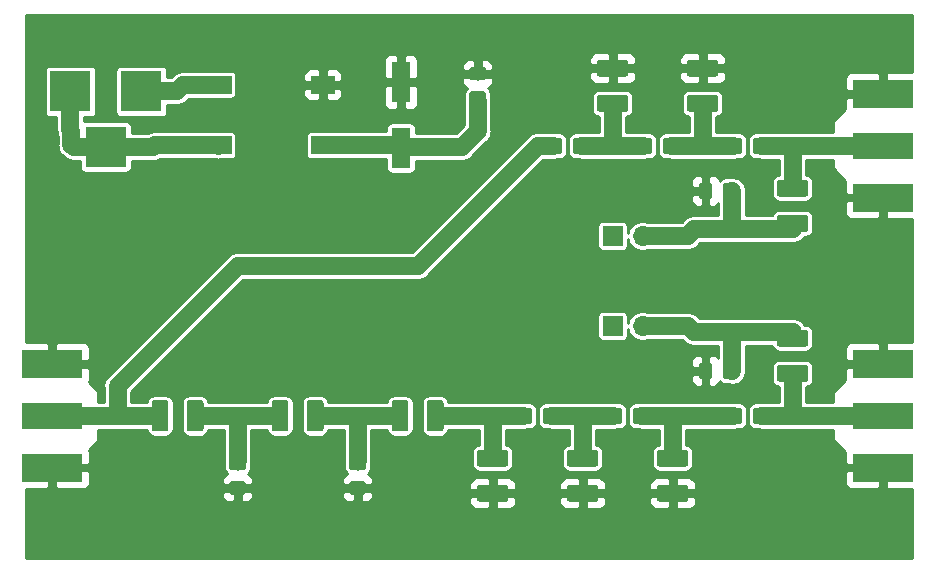
<source format=gtl>
G04 #@! TF.GenerationSoftware,KiCad,Pcbnew,(6.0.0-rc1-dev-163-g630631b41)*
G04 #@! TF.CreationDate,2018-08-07T22:42:02+02:00*
G04 #@! TF.ProjectId,diplexer,6469706C657865722E6B696361645F70,rev?*
G04 #@! TF.SameCoordinates,PX7270e00PY29020c0*
G04 #@! TF.FileFunction,Copper,L1,Top,Signal*
G04 #@! TF.FilePolarity,Positive*
%FSLAX46Y46*%
G04 Gerber Fmt 4.6, Leading zero omitted, Abs format (unit mm)*
G04 Created by KiCad (PCBNEW (6.0.0-rc1-dev-163-g630631b41)) date Tue Aug  7 22:42:02 2018*
%MOMM*%
%LPD*%
G01*
G04 APERTURE LIST*
G04 #@! TA.AperFunction,SMDPad,CuDef*
%ADD10R,1.600000X3.500000*%
G04 #@! TD*
G04 #@! TA.AperFunction,Conductor*
%ADD11C,0.100000*%
G04 #@! TD*
G04 #@! TA.AperFunction,SMDPad,CuDef*
%ADD12C,1.150000*%
G04 #@! TD*
G04 #@! TA.AperFunction,SMDPad,CuDef*
%ADD13C,1.425000*%
G04 #@! TD*
G04 #@! TA.AperFunction,ComponentPad*
%ADD14R,3.500000X3.500000*%
G04 #@! TD*
G04 #@! TA.AperFunction,SMDPad,CuDef*
%ADD15R,5.080000X2.290000*%
G04 #@! TD*
G04 #@! TA.AperFunction,SMDPad,CuDef*
%ADD16R,5.080000X2.420000*%
G04 #@! TD*
G04 #@! TA.AperFunction,ComponentPad*
%ADD17O,1.700000X1.700000*%
G04 #@! TD*
G04 #@! TA.AperFunction,ComponentPad*
%ADD18R,1.700000X1.700000*%
G04 #@! TD*
G04 #@! TA.AperFunction,SMDPad,CuDef*
%ADD19R,2.000000X1.500000*%
G04 #@! TD*
G04 #@! TA.AperFunction,ViaPad*
%ADD20C,0.800000*%
G04 #@! TD*
G04 #@! TA.AperFunction,Conductor*
%ADD21C,1.250000*%
G04 #@! TD*
G04 #@! TA.AperFunction,Conductor*
%ADD22C,1.500000*%
G04 #@! TD*
G04 #@! TA.AperFunction,Conductor*
%ADD23C,0.254000*%
G04 #@! TD*
G04 APERTURE END LIST*
D10*
G04 #@! TO.P,C1,1*
G04 #@! TO.N,VCC*
X32270000Y-11800000D03*
G04 #@! TO.P,C1,2*
G04 #@! TO.N,GND*
X32270000Y-6200000D03*
G04 #@! TD*
D11*
G04 #@! TO.N,Net-(C2-Pad1)*
G04 #@! TO.C,C2*
G36*
X47744505Y-10911204D02*
X47768773Y-10914804D01*
X47792572Y-10920765D01*
X47815671Y-10929030D01*
X47837850Y-10939520D01*
X47858893Y-10952132D01*
X47878599Y-10966747D01*
X47896777Y-10983223D01*
X47913253Y-11001401D01*
X47927868Y-11021107D01*
X47940480Y-11042150D01*
X47950970Y-11064329D01*
X47959235Y-11087428D01*
X47965196Y-11111227D01*
X47968796Y-11135495D01*
X47970000Y-11159999D01*
X47970000Y-12060001D01*
X47968796Y-12084505D01*
X47965196Y-12108773D01*
X47959235Y-12132572D01*
X47950970Y-12155671D01*
X47940480Y-12177850D01*
X47927868Y-12198893D01*
X47913253Y-12218599D01*
X47896777Y-12236777D01*
X47878599Y-12253253D01*
X47858893Y-12267868D01*
X47837850Y-12280480D01*
X47815671Y-12290970D01*
X47792572Y-12299235D01*
X47768773Y-12305196D01*
X47744505Y-12308796D01*
X47720001Y-12310000D01*
X47069999Y-12310000D01*
X47045495Y-12308796D01*
X47021227Y-12305196D01*
X46997428Y-12299235D01*
X46974329Y-12290970D01*
X46952150Y-12280480D01*
X46931107Y-12267868D01*
X46911401Y-12253253D01*
X46893223Y-12236777D01*
X46876747Y-12218599D01*
X46862132Y-12198893D01*
X46849520Y-12177850D01*
X46839030Y-12155671D01*
X46830765Y-12132572D01*
X46824804Y-12108773D01*
X46821204Y-12084505D01*
X46820000Y-12060001D01*
X46820000Y-11159999D01*
X46821204Y-11135495D01*
X46824804Y-11111227D01*
X46830765Y-11087428D01*
X46839030Y-11064329D01*
X46849520Y-11042150D01*
X46862132Y-11021107D01*
X46876747Y-11001401D01*
X46893223Y-10983223D01*
X46911401Y-10966747D01*
X46931107Y-10952132D01*
X46952150Y-10939520D01*
X46974329Y-10929030D01*
X46997428Y-10920765D01*
X47021227Y-10914804D01*
X47045495Y-10911204D01*
X47069999Y-10910000D01*
X47720001Y-10910000D01*
X47744505Y-10911204D01*
X47744505Y-10911204D01*
G37*
D12*
G04 #@! TD*
G04 #@! TO.P,C2,1*
G04 #@! TO.N,Net-(C2-Pad1)*
X47395000Y-11610000D03*
D11*
G04 #@! TO.N,Net-(C2-Pad2)*
G04 #@! TO.C,C2*
G36*
X45694505Y-10911204D02*
X45718773Y-10914804D01*
X45742572Y-10920765D01*
X45765671Y-10929030D01*
X45787850Y-10939520D01*
X45808893Y-10952132D01*
X45828599Y-10966747D01*
X45846777Y-10983223D01*
X45863253Y-11001401D01*
X45877868Y-11021107D01*
X45890480Y-11042150D01*
X45900970Y-11064329D01*
X45909235Y-11087428D01*
X45915196Y-11111227D01*
X45918796Y-11135495D01*
X45920000Y-11159999D01*
X45920000Y-12060001D01*
X45918796Y-12084505D01*
X45915196Y-12108773D01*
X45909235Y-12132572D01*
X45900970Y-12155671D01*
X45890480Y-12177850D01*
X45877868Y-12198893D01*
X45863253Y-12218599D01*
X45846777Y-12236777D01*
X45828599Y-12253253D01*
X45808893Y-12267868D01*
X45787850Y-12280480D01*
X45765671Y-12290970D01*
X45742572Y-12299235D01*
X45718773Y-12305196D01*
X45694505Y-12308796D01*
X45670001Y-12310000D01*
X45019999Y-12310000D01*
X44995495Y-12308796D01*
X44971227Y-12305196D01*
X44947428Y-12299235D01*
X44924329Y-12290970D01*
X44902150Y-12280480D01*
X44881107Y-12267868D01*
X44861401Y-12253253D01*
X44843223Y-12236777D01*
X44826747Y-12218599D01*
X44812132Y-12198893D01*
X44799520Y-12177850D01*
X44789030Y-12155671D01*
X44780765Y-12132572D01*
X44774804Y-12108773D01*
X44771204Y-12084505D01*
X44770000Y-12060001D01*
X44770000Y-11159999D01*
X44771204Y-11135495D01*
X44774804Y-11111227D01*
X44780765Y-11087428D01*
X44789030Y-11064329D01*
X44799520Y-11042150D01*
X44812132Y-11021107D01*
X44826747Y-11001401D01*
X44843223Y-10983223D01*
X44861401Y-10966747D01*
X44881107Y-10952132D01*
X44902150Y-10939520D01*
X44924329Y-10929030D01*
X44947428Y-10920765D01*
X44971227Y-10914804D01*
X44995495Y-10911204D01*
X45019999Y-10910000D01*
X45670001Y-10910000D01*
X45694505Y-10911204D01*
X45694505Y-10911204D01*
G37*
D12*
G04 #@! TD*
G04 #@! TO.P,C2,2*
G04 #@! TO.N,Net-(C2-Pad2)*
X45345000Y-11610000D03*
D11*
G04 #@! TO.N,GND*
G04 #@! TO.C,C3*
G36*
X39224505Y-4931204D02*
X39248773Y-4934804D01*
X39272572Y-4940765D01*
X39295671Y-4949030D01*
X39317850Y-4959520D01*
X39338893Y-4972132D01*
X39358599Y-4986747D01*
X39376777Y-5003223D01*
X39393253Y-5021401D01*
X39407868Y-5041107D01*
X39420480Y-5062150D01*
X39430970Y-5084329D01*
X39439235Y-5107428D01*
X39445196Y-5131227D01*
X39448796Y-5155495D01*
X39450000Y-5179999D01*
X39450000Y-5830001D01*
X39448796Y-5854505D01*
X39445196Y-5878773D01*
X39439235Y-5902572D01*
X39430970Y-5925671D01*
X39420480Y-5947850D01*
X39407868Y-5968893D01*
X39393253Y-5988599D01*
X39376777Y-6006777D01*
X39358599Y-6023253D01*
X39338893Y-6037868D01*
X39317850Y-6050480D01*
X39295671Y-6060970D01*
X39272572Y-6069235D01*
X39248773Y-6075196D01*
X39224505Y-6078796D01*
X39200001Y-6080000D01*
X38299999Y-6080000D01*
X38275495Y-6078796D01*
X38251227Y-6075196D01*
X38227428Y-6069235D01*
X38204329Y-6060970D01*
X38182150Y-6050480D01*
X38161107Y-6037868D01*
X38141401Y-6023253D01*
X38123223Y-6006777D01*
X38106747Y-5988599D01*
X38092132Y-5968893D01*
X38079520Y-5947850D01*
X38069030Y-5925671D01*
X38060765Y-5902572D01*
X38054804Y-5878773D01*
X38051204Y-5854505D01*
X38050000Y-5830001D01*
X38050000Y-5179999D01*
X38051204Y-5155495D01*
X38054804Y-5131227D01*
X38060765Y-5107428D01*
X38069030Y-5084329D01*
X38079520Y-5062150D01*
X38092132Y-5041107D01*
X38106747Y-5021401D01*
X38123223Y-5003223D01*
X38141401Y-4986747D01*
X38161107Y-4972132D01*
X38182150Y-4959520D01*
X38204329Y-4949030D01*
X38227428Y-4940765D01*
X38251227Y-4934804D01*
X38275495Y-4931204D01*
X38299999Y-4930000D01*
X39200001Y-4930000D01*
X39224505Y-4931204D01*
X39224505Y-4931204D01*
G37*
D12*
G04 #@! TD*
G04 #@! TO.P,C3,2*
G04 #@! TO.N,GND*
X38750000Y-5505000D03*
D11*
G04 #@! TO.N,VCC*
G04 #@! TO.C,C3*
G36*
X39224505Y-6981204D02*
X39248773Y-6984804D01*
X39272572Y-6990765D01*
X39295671Y-6999030D01*
X39317850Y-7009520D01*
X39338893Y-7022132D01*
X39358599Y-7036747D01*
X39376777Y-7053223D01*
X39393253Y-7071401D01*
X39407868Y-7091107D01*
X39420480Y-7112150D01*
X39430970Y-7134329D01*
X39439235Y-7157428D01*
X39445196Y-7181227D01*
X39448796Y-7205495D01*
X39450000Y-7229999D01*
X39450000Y-7880001D01*
X39448796Y-7904505D01*
X39445196Y-7928773D01*
X39439235Y-7952572D01*
X39430970Y-7975671D01*
X39420480Y-7997850D01*
X39407868Y-8018893D01*
X39393253Y-8038599D01*
X39376777Y-8056777D01*
X39358599Y-8073253D01*
X39338893Y-8087868D01*
X39317850Y-8100480D01*
X39295671Y-8110970D01*
X39272572Y-8119235D01*
X39248773Y-8125196D01*
X39224505Y-8128796D01*
X39200001Y-8130000D01*
X38299999Y-8130000D01*
X38275495Y-8128796D01*
X38251227Y-8125196D01*
X38227428Y-8119235D01*
X38204329Y-8110970D01*
X38182150Y-8100480D01*
X38161107Y-8087868D01*
X38141401Y-8073253D01*
X38123223Y-8056777D01*
X38106747Y-8038599D01*
X38092132Y-8018893D01*
X38079520Y-7997850D01*
X38069030Y-7975671D01*
X38060765Y-7952572D01*
X38054804Y-7928773D01*
X38051204Y-7904505D01*
X38050000Y-7880001D01*
X38050000Y-7229999D01*
X38051204Y-7205495D01*
X38054804Y-7181227D01*
X38060765Y-7157428D01*
X38069030Y-7134329D01*
X38079520Y-7112150D01*
X38092132Y-7091107D01*
X38106747Y-7071401D01*
X38123223Y-7053223D01*
X38141401Y-7036747D01*
X38161107Y-7022132D01*
X38182150Y-7009520D01*
X38204329Y-6999030D01*
X38227428Y-6990765D01*
X38251227Y-6984804D01*
X38275495Y-6981204D01*
X38299999Y-6980000D01*
X39200001Y-6980000D01*
X39224505Y-6981204D01*
X39224505Y-6981204D01*
G37*
D12*
G04 #@! TD*
G04 #@! TO.P,C3,1*
G04 #@! TO.N,VCC*
X38750000Y-7555000D03*
D11*
G04 #@! TO.N,Net-(C4-Pad1)*
G04 #@! TO.C,C4*
G36*
X18904505Y-37951204D02*
X18928773Y-37954804D01*
X18952572Y-37960765D01*
X18975671Y-37969030D01*
X18997850Y-37979520D01*
X19018893Y-37992132D01*
X19038599Y-38006747D01*
X19056777Y-38023223D01*
X19073253Y-38041401D01*
X19087868Y-38061107D01*
X19100480Y-38082150D01*
X19110970Y-38104329D01*
X19119235Y-38127428D01*
X19125196Y-38151227D01*
X19128796Y-38175495D01*
X19130000Y-38199999D01*
X19130000Y-38850001D01*
X19128796Y-38874505D01*
X19125196Y-38898773D01*
X19119235Y-38922572D01*
X19110970Y-38945671D01*
X19100480Y-38967850D01*
X19087868Y-38988893D01*
X19073253Y-39008599D01*
X19056777Y-39026777D01*
X19038599Y-39043253D01*
X19018893Y-39057868D01*
X18997850Y-39070480D01*
X18975671Y-39080970D01*
X18952572Y-39089235D01*
X18928773Y-39095196D01*
X18904505Y-39098796D01*
X18880001Y-39100000D01*
X17979999Y-39100000D01*
X17955495Y-39098796D01*
X17931227Y-39095196D01*
X17907428Y-39089235D01*
X17884329Y-39080970D01*
X17862150Y-39070480D01*
X17841107Y-39057868D01*
X17821401Y-39043253D01*
X17803223Y-39026777D01*
X17786747Y-39008599D01*
X17772132Y-38988893D01*
X17759520Y-38967850D01*
X17749030Y-38945671D01*
X17740765Y-38922572D01*
X17734804Y-38898773D01*
X17731204Y-38874505D01*
X17730000Y-38850001D01*
X17730000Y-38199999D01*
X17731204Y-38175495D01*
X17734804Y-38151227D01*
X17740765Y-38127428D01*
X17749030Y-38104329D01*
X17759520Y-38082150D01*
X17772132Y-38061107D01*
X17786747Y-38041401D01*
X17803223Y-38023223D01*
X17821401Y-38006747D01*
X17841107Y-37992132D01*
X17862150Y-37979520D01*
X17884329Y-37969030D01*
X17907428Y-37960765D01*
X17931227Y-37954804D01*
X17955495Y-37951204D01*
X17979999Y-37950000D01*
X18880001Y-37950000D01*
X18904505Y-37951204D01*
X18904505Y-37951204D01*
G37*
D12*
G04 #@! TD*
G04 #@! TO.P,C4,1*
G04 #@! TO.N,Net-(C4-Pad1)*
X18430000Y-38525000D03*
D11*
G04 #@! TO.N,GND*
G04 #@! TO.C,C4*
G36*
X18904505Y-40001204D02*
X18928773Y-40004804D01*
X18952572Y-40010765D01*
X18975671Y-40019030D01*
X18997850Y-40029520D01*
X19018893Y-40042132D01*
X19038599Y-40056747D01*
X19056777Y-40073223D01*
X19073253Y-40091401D01*
X19087868Y-40111107D01*
X19100480Y-40132150D01*
X19110970Y-40154329D01*
X19119235Y-40177428D01*
X19125196Y-40201227D01*
X19128796Y-40225495D01*
X19130000Y-40249999D01*
X19130000Y-40900001D01*
X19128796Y-40924505D01*
X19125196Y-40948773D01*
X19119235Y-40972572D01*
X19110970Y-40995671D01*
X19100480Y-41017850D01*
X19087868Y-41038893D01*
X19073253Y-41058599D01*
X19056777Y-41076777D01*
X19038599Y-41093253D01*
X19018893Y-41107868D01*
X18997850Y-41120480D01*
X18975671Y-41130970D01*
X18952572Y-41139235D01*
X18928773Y-41145196D01*
X18904505Y-41148796D01*
X18880001Y-41150000D01*
X17979999Y-41150000D01*
X17955495Y-41148796D01*
X17931227Y-41145196D01*
X17907428Y-41139235D01*
X17884329Y-41130970D01*
X17862150Y-41120480D01*
X17841107Y-41107868D01*
X17821401Y-41093253D01*
X17803223Y-41076777D01*
X17786747Y-41058599D01*
X17772132Y-41038893D01*
X17759520Y-41017850D01*
X17749030Y-40995671D01*
X17740765Y-40972572D01*
X17734804Y-40948773D01*
X17731204Y-40924505D01*
X17730000Y-40900001D01*
X17730000Y-40249999D01*
X17731204Y-40225495D01*
X17734804Y-40201227D01*
X17740765Y-40177428D01*
X17749030Y-40154329D01*
X17759520Y-40132150D01*
X17772132Y-40111107D01*
X17786747Y-40091401D01*
X17803223Y-40073223D01*
X17821401Y-40056747D01*
X17841107Y-40042132D01*
X17862150Y-40029520D01*
X17884329Y-40019030D01*
X17907428Y-40010765D01*
X17931227Y-40004804D01*
X17955495Y-40001204D01*
X17979999Y-40000000D01*
X18880001Y-40000000D01*
X18904505Y-40001204D01*
X18904505Y-40001204D01*
G37*
D12*
G04 #@! TD*
G04 #@! TO.P,C4,2*
G04 #@! TO.N,GND*
X18430000Y-40575000D03*
D11*
G04 #@! TO.N,Net-(C2-Pad1)*
G04 #@! TO.C,C5*
G36*
X53314505Y-10911204D02*
X53338773Y-10914804D01*
X53362572Y-10920765D01*
X53385671Y-10929030D01*
X53407850Y-10939520D01*
X53428893Y-10952132D01*
X53448599Y-10966747D01*
X53466777Y-10983223D01*
X53483253Y-11001401D01*
X53497868Y-11021107D01*
X53510480Y-11042150D01*
X53520970Y-11064329D01*
X53529235Y-11087428D01*
X53535196Y-11111227D01*
X53538796Y-11135495D01*
X53540000Y-11159999D01*
X53540000Y-12060001D01*
X53538796Y-12084505D01*
X53535196Y-12108773D01*
X53529235Y-12132572D01*
X53520970Y-12155671D01*
X53510480Y-12177850D01*
X53497868Y-12198893D01*
X53483253Y-12218599D01*
X53466777Y-12236777D01*
X53448599Y-12253253D01*
X53428893Y-12267868D01*
X53407850Y-12280480D01*
X53385671Y-12290970D01*
X53362572Y-12299235D01*
X53338773Y-12305196D01*
X53314505Y-12308796D01*
X53290001Y-12310000D01*
X52639999Y-12310000D01*
X52615495Y-12308796D01*
X52591227Y-12305196D01*
X52567428Y-12299235D01*
X52544329Y-12290970D01*
X52522150Y-12280480D01*
X52501107Y-12267868D01*
X52481401Y-12253253D01*
X52463223Y-12236777D01*
X52446747Y-12218599D01*
X52432132Y-12198893D01*
X52419520Y-12177850D01*
X52409030Y-12155671D01*
X52400765Y-12132572D01*
X52394804Y-12108773D01*
X52391204Y-12084505D01*
X52390000Y-12060001D01*
X52390000Y-11159999D01*
X52391204Y-11135495D01*
X52394804Y-11111227D01*
X52400765Y-11087428D01*
X52409030Y-11064329D01*
X52419520Y-11042150D01*
X52432132Y-11021107D01*
X52446747Y-11001401D01*
X52463223Y-10983223D01*
X52481401Y-10966747D01*
X52501107Y-10952132D01*
X52522150Y-10939520D01*
X52544329Y-10929030D01*
X52567428Y-10920765D01*
X52591227Y-10914804D01*
X52615495Y-10911204D01*
X52639999Y-10910000D01*
X53290001Y-10910000D01*
X53314505Y-10911204D01*
X53314505Y-10911204D01*
G37*
D12*
G04 #@! TD*
G04 #@! TO.P,C5,2*
G04 #@! TO.N,Net-(C2-Pad1)*
X52965000Y-11610000D03*
D11*
G04 #@! TO.N,Net-(C5-Pad1)*
G04 #@! TO.C,C5*
G36*
X55364505Y-10911204D02*
X55388773Y-10914804D01*
X55412572Y-10920765D01*
X55435671Y-10929030D01*
X55457850Y-10939520D01*
X55478893Y-10952132D01*
X55498599Y-10966747D01*
X55516777Y-10983223D01*
X55533253Y-11001401D01*
X55547868Y-11021107D01*
X55560480Y-11042150D01*
X55570970Y-11064329D01*
X55579235Y-11087428D01*
X55585196Y-11111227D01*
X55588796Y-11135495D01*
X55590000Y-11159999D01*
X55590000Y-12060001D01*
X55588796Y-12084505D01*
X55585196Y-12108773D01*
X55579235Y-12132572D01*
X55570970Y-12155671D01*
X55560480Y-12177850D01*
X55547868Y-12198893D01*
X55533253Y-12218599D01*
X55516777Y-12236777D01*
X55498599Y-12253253D01*
X55478893Y-12267868D01*
X55457850Y-12280480D01*
X55435671Y-12290970D01*
X55412572Y-12299235D01*
X55388773Y-12305196D01*
X55364505Y-12308796D01*
X55340001Y-12310000D01*
X54689999Y-12310000D01*
X54665495Y-12308796D01*
X54641227Y-12305196D01*
X54617428Y-12299235D01*
X54594329Y-12290970D01*
X54572150Y-12280480D01*
X54551107Y-12267868D01*
X54531401Y-12253253D01*
X54513223Y-12236777D01*
X54496747Y-12218599D01*
X54482132Y-12198893D01*
X54469520Y-12177850D01*
X54459030Y-12155671D01*
X54450765Y-12132572D01*
X54444804Y-12108773D01*
X54441204Y-12084505D01*
X54440000Y-12060001D01*
X54440000Y-11159999D01*
X54441204Y-11135495D01*
X54444804Y-11111227D01*
X54450765Y-11087428D01*
X54459030Y-11064329D01*
X54469520Y-11042150D01*
X54482132Y-11021107D01*
X54496747Y-11001401D01*
X54513223Y-10983223D01*
X54531401Y-10966747D01*
X54551107Y-10952132D01*
X54572150Y-10939520D01*
X54594329Y-10929030D01*
X54617428Y-10920765D01*
X54641227Y-10914804D01*
X54665495Y-10911204D01*
X54689999Y-10910000D01*
X55340001Y-10910000D01*
X55364505Y-10911204D01*
X55364505Y-10911204D01*
G37*
D12*
G04 #@! TD*
G04 #@! TO.P,C5,1*
G04 #@! TO.N,Net-(C5-Pad1)*
X55015000Y-11610000D03*
D11*
G04 #@! TO.N,Net-(C6-Pad1)*
G04 #@! TO.C,C6*
G36*
X62984505Y-10911204D02*
X63008773Y-10914804D01*
X63032572Y-10920765D01*
X63055671Y-10929030D01*
X63077850Y-10939520D01*
X63098893Y-10952132D01*
X63118599Y-10966747D01*
X63136777Y-10983223D01*
X63153253Y-11001401D01*
X63167868Y-11021107D01*
X63180480Y-11042150D01*
X63190970Y-11064329D01*
X63199235Y-11087428D01*
X63205196Y-11111227D01*
X63208796Y-11135495D01*
X63210000Y-11159999D01*
X63210000Y-12060001D01*
X63208796Y-12084505D01*
X63205196Y-12108773D01*
X63199235Y-12132572D01*
X63190970Y-12155671D01*
X63180480Y-12177850D01*
X63167868Y-12198893D01*
X63153253Y-12218599D01*
X63136777Y-12236777D01*
X63118599Y-12253253D01*
X63098893Y-12267868D01*
X63077850Y-12280480D01*
X63055671Y-12290970D01*
X63032572Y-12299235D01*
X63008773Y-12305196D01*
X62984505Y-12308796D01*
X62960001Y-12310000D01*
X62309999Y-12310000D01*
X62285495Y-12308796D01*
X62261227Y-12305196D01*
X62237428Y-12299235D01*
X62214329Y-12290970D01*
X62192150Y-12280480D01*
X62171107Y-12267868D01*
X62151401Y-12253253D01*
X62133223Y-12236777D01*
X62116747Y-12218599D01*
X62102132Y-12198893D01*
X62089520Y-12177850D01*
X62079030Y-12155671D01*
X62070765Y-12132572D01*
X62064804Y-12108773D01*
X62061204Y-12084505D01*
X62060000Y-12060001D01*
X62060000Y-11159999D01*
X62061204Y-11135495D01*
X62064804Y-11111227D01*
X62070765Y-11087428D01*
X62079030Y-11064329D01*
X62089520Y-11042150D01*
X62102132Y-11021107D01*
X62116747Y-11001401D01*
X62133223Y-10983223D01*
X62151401Y-10966747D01*
X62171107Y-10952132D01*
X62192150Y-10939520D01*
X62214329Y-10929030D01*
X62237428Y-10920765D01*
X62261227Y-10914804D01*
X62285495Y-10911204D01*
X62309999Y-10910000D01*
X62960001Y-10910000D01*
X62984505Y-10911204D01*
X62984505Y-10911204D01*
G37*
D12*
G04 #@! TD*
G04 #@! TO.P,C6,1*
G04 #@! TO.N,Net-(C6-Pad1)*
X62635000Y-11610000D03*
D11*
G04 #@! TO.N,Net-(C5-Pad1)*
G04 #@! TO.C,C6*
G36*
X60934505Y-10911204D02*
X60958773Y-10914804D01*
X60982572Y-10920765D01*
X61005671Y-10929030D01*
X61027850Y-10939520D01*
X61048893Y-10952132D01*
X61068599Y-10966747D01*
X61086777Y-10983223D01*
X61103253Y-11001401D01*
X61117868Y-11021107D01*
X61130480Y-11042150D01*
X61140970Y-11064329D01*
X61149235Y-11087428D01*
X61155196Y-11111227D01*
X61158796Y-11135495D01*
X61160000Y-11159999D01*
X61160000Y-12060001D01*
X61158796Y-12084505D01*
X61155196Y-12108773D01*
X61149235Y-12132572D01*
X61140970Y-12155671D01*
X61130480Y-12177850D01*
X61117868Y-12198893D01*
X61103253Y-12218599D01*
X61086777Y-12236777D01*
X61068599Y-12253253D01*
X61048893Y-12267868D01*
X61027850Y-12280480D01*
X61005671Y-12290970D01*
X60982572Y-12299235D01*
X60958773Y-12305196D01*
X60934505Y-12308796D01*
X60910001Y-12310000D01*
X60259999Y-12310000D01*
X60235495Y-12308796D01*
X60211227Y-12305196D01*
X60187428Y-12299235D01*
X60164329Y-12290970D01*
X60142150Y-12280480D01*
X60121107Y-12267868D01*
X60101401Y-12253253D01*
X60083223Y-12236777D01*
X60066747Y-12218599D01*
X60052132Y-12198893D01*
X60039520Y-12177850D01*
X60029030Y-12155671D01*
X60020765Y-12132572D01*
X60014804Y-12108773D01*
X60011204Y-12084505D01*
X60010000Y-12060001D01*
X60010000Y-11159999D01*
X60011204Y-11135495D01*
X60014804Y-11111227D01*
X60020765Y-11087428D01*
X60029030Y-11064329D01*
X60039520Y-11042150D01*
X60052132Y-11021107D01*
X60066747Y-11001401D01*
X60083223Y-10983223D01*
X60101401Y-10966747D01*
X60121107Y-10952132D01*
X60142150Y-10939520D01*
X60164329Y-10929030D01*
X60187428Y-10920765D01*
X60211227Y-10914804D01*
X60235495Y-10911204D01*
X60259999Y-10910000D01*
X60910001Y-10910000D01*
X60934505Y-10911204D01*
X60934505Y-10911204D01*
G37*
D12*
G04 #@! TD*
G04 #@! TO.P,C6,2*
G04 #@! TO.N,Net-(C5-Pad1)*
X60585000Y-11610000D03*
D11*
G04 #@! TO.N,GND*
G04 #@! TO.C,C7*
G36*
X29064505Y-40001204D02*
X29088773Y-40004804D01*
X29112572Y-40010765D01*
X29135671Y-40019030D01*
X29157850Y-40029520D01*
X29178893Y-40042132D01*
X29198599Y-40056747D01*
X29216777Y-40073223D01*
X29233253Y-40091401D01*
X29247868Y-40111107D01*
X29260480Y-40132150D01*
X29270970Y-40154329D01*
X29279235Y-40177428D01*
X29285196Y-40201227D01*
X29288796Y-40225495D01*
X29290000Y-40249999D01*
X29290000Y-40900001D01*
X29288796Y-40924505D01*
X29285196Y-40948773D01*
X29279235Y-40972572D01*
X29270970Y-40995671D01*
X29260480Y-41017850D01*
X29247868Y-41038893D01*
X29233253Y-41058599D01*
X29216777Y-41076777D01*
X29198599Y-41093253D01*
X29178893Y-41107868D01*
X29157850Y-41120480D01*
X29135671Y-41130970D01*
X29112572Y-41139235D01*
X29088773Y-41145196D01*
X29064505Y-41148796D01*
X29040001Y-41150000D01*
X28139999Y-41150000D01*
X28115495Y-41148796D01*
X28091227Y-41145196D01*
X28067428Y-41139235D01*
X28044329Y-41130970D01*
X28022150Y-41120480D01*
X28001107Y-41107868D01*
X27981401Y-41093253D01*
X27963223Y-41076777D01*
X27946747Y-41058599D01*
X27932132Y-41038893D01*
X27919520Y-41017850D01*
X27909030Y-40995671D01*
X27900765Y-40972572D01*
X27894804Y-40948773D01*
X27891204Y-40924505D01*
X27890000Y-40900001D01*
X27890000Y-40249999D01*
X27891204Y-40225495D01*
X27894804Y-40201227D01*
X27900765Y-40177428D01*
X27909030Y-40154329D01*
X27919520Y-40132150D01*
X27932132Y-40111107D01*
X27946747Y-40091401D01*
X27963223Y-40073223D01*
X27981401Y-40056747D01*
X28001107Y-40042132D01*
X28022150Y-40029520D01*
X28044329Y-40019030D01*
X28067428Y-40010765D01*
X28091227Y-40004804D01*
X28115495Y-40001204D01*
X28139999Y-40000000D01*
X29040001Y-40000000D01*
X29064505Y-40001204D01*
X29064505Y-40001204D01*
G37*
D12*
G04 #@! TD*
G04 #@! TO.P,C7,2*
G04 #@! TO.N,GND*
X28590000Y-40575000D03*
D11*
G04 #@! TO.N,Net-(C7-Pad1)*
G04 #@! TO.C,C7*
G36*
X29064505Y-37951204D02*
X29088773Y-37954804D01*
X29112572Y-37960765D01*
X29135671Y-37969030D01*
X29157850Y-37979520D01*
X29178893Y-37992132D01*
X29198599Y-38006747D01*
X29216777Y-38023223D01*
X29233253Y-38041401D01*
X29247868Y-38061107D01*
X29260480Y-38082150D01*
X29270970Y-38104329D01*
X29279235Y-38127428D01*
X29285196Y-38151227D01*
X29288796Y-38175495D01*
X29290000Y-38199999D01*
X29290000Y-38850001D01*
X29288796Y-38874505D01*
X29285196Y-38898773D01*
X29279235Y-38922572D01*
X29270970Y-38945671D01*
X29260480Y-38967850D01*
X29247868Y-38988893D01*
X29233253Y-39008599D01*
X29216777Y-39026777D01*
X29198599Y-39043253D01*
X29178893Y-39057868D01*
X29157850Y-39070480D01*
X29135671Y-39080970D01*
X29112572Y-39089235D01*
X29088773Y-39095196D01*
X29064505Y-39098796D01*
X29040001Y-39100000D01*
X28139999Y-39100000D01*
X28115495Y-39098796D01*
X28091227Y-39095196D01*
X28067428Y-39089235D01*
X28044329Y-39080970D01*
X28022150Y-39070480D01*
X28001107Y-39057868D01*
X27981401Y-39043253D01*
X27963223Y-39026777D01*
X27946747Y-39008599D01*
X27932132Y-38988893D01*
X27919520Y-38967850D01*
X27909030Y-38945671D01*
X27900765Y-38922572D01*
X27894804Y-38898773D01*
X27891204Y-38874505D01*
X27890000Y-38850001D01*
X27890000Y-38199999D01*
X27891204Y-38175495D01*
X27894804Y-38151227D01*
X27900765Y-38127428D01*
X27909030Y-38104329D01*
X27919520Y-38082150D01*
X27932132Y-38061107D01*
X27946747Y-38041401D01*
X27963223Y-38023223D01*
X27981401Y-38006747D01*
X28001107Y-37992132D01*
X28022150Y-37979520D01*
X28044329Y-37969030D01*
X28067428Y-37960765D01*
X28091227Y-37954804D01*
X28115495Y-37951204D01*
X28139999Y-37950000D01*
X29040001Y-37950000D01*
X29064505Y-37951204D01*
X29064505Y-37951204D01*
G37*
D12*
G04 #@! TD*
G04 #@! TO.P,C7,1*
G04 #@! TO.N,Net-(C7-Pad1)*
X28590000Y-38525000D03*
D11*
G04 #@! TO.N,Net-(C8-Pad1)*
G04 #@! TO.C,C8*
G36*
X60444505Y-14721204D02*
X60468773Y-14724804D01*
X60492572Y-14730765D01*
X60515671Y-14739030D01*
X60537850Y-14749520D01*
X60558893Y-14762132D01*
X60578599Y-14776747D01*
X60596777Y-14793223D01*
X60613253Y-14811401D01*
X60627868Y-14831107D01*
X60640480Y-14852150D01*
X60650970Y-14874329D01*
X60659235Y-14897428D01*
X60665196Y-14921227D01*
X60668796Y-14945495D01*
X60670000Y-14969999D01*
X60670000Y-15870001D01*
X60668796Y-15894505D01*
X60665196Y-15918773D01*
X60659235Y-15942572D01*
X60650970Y-15965671D01*
X60640480Y-15987850D01*
X60627868Y-16008893D01*
X60613253Y-16028599D01*
X60596777Y-16046777D01*
X60578599Y-16063253D01*
X60558893Y-16077868D01*
X60537850Y-16090480D01*
X60515671Y-16100970D01*
X60492572Y-16109235D01*
X60468773Y-16115196D01*
X60444505Y-16118796D01*
X60420001Y-16120000D01*
X59769999Y-16120000D01*
X59745495Y-16118796D01*
X59721227Y-16115196D01*
X59697428Y-16109235D01*
X59674329Y-16100970D01*
X59652150Y-16090480D01*
X59631107Y-16077868D01*
X59611401Y-16063253D01*
X59593223Y-16046777D01*
X59576747Y-16028599D01*
X59562132Y-16008893D01*
X59549520Y-15987850D01*
X59539030Y-15965671D01*
X59530765Y-15942572D01*
X59524804Y-15918773D01*
X59521204Y-15894505D01*
X59520000Y-15870001D01*
X59520000Y-14969999D01*
X59521204Y-14945495D01*
X59524804Y-14921227D01*
X59530765Y-14897428D01*
X59539030Y-14874329D01*
X59549520Y-14852150D01*
X59562132Y-14831107D01*
X59576747Y-14811401D01*
X59593223Y-14793223D01*
X59611401Y-14776747D01*
X59631107Y-14762132D01*
X59652150Y-14749520D01*
X59674329Y-14739030D01*
X59697428Y-14730765D01*
X59721227Y-14724804D01*
X59745495Y-14721204D01*
X59769999Y-14720000D01*
X60420001Y-14720000D01*
X60444505Y-14721204D01*
X60444505Y-14721204D01*
G37*
D12*
G04 #@! TD*
G04 #@! TO.P,C8,1*
G04 #@! TO.N,Net-(C8-Pad1)*
X60095000Y-15420000D03*
D11*
G04 #@! TO.N,GND*
G04 #@! TO.C,C8*
G36*
X58394505Y-14721204D02*
X58418773Y-14724804D01*
X58442572Y-14730765D01*
X58465671Y-14739030D01*
X58487850Y-14749520D01*
X58508893Y-14762132D01*
X58528599Y-14776747D01*
X58546777Y-14793223D01*
X58563253Y-14811401D01*
X58577868Y-14831107D01*
X58590480Y-14852150D01*
X58600970Y-14874329D01*
X58609235Y-14897428D01*
X58615196Y-14921227D01*
X58618796Y-14945495D01*
X58620000Y-14969999D01*
X58620000Y-15870001D01*
X58618796Y-15894505D01*
X58615196Y-15918773D01*
X58609235Y-15942572D01*
X58600970Y-15965671D01*
X58590480Y-15987850D01*
X58577868Y-16008893D01*
X58563253Y-16028599D01*
X58546777Y-16046777D01*
X58528599Y-16063253D01*
X58508893Y-16077868D01*
X58487850Y-16090480D01*
X58465671Y-16100970D01*
X58442572Y-16109235D01*
X58418773Y-16115196D01*
X58394505Y-16118796D01*
X58370001Y-16120000D01*
X57719999Y-16120000D01*
X57695495Y-16118796D01*
X57671227Y-16115196D01*
X57647428Y-16109235D01*
X57624329Y-16100970D01*
X57602150Y-16090480D01*
X57581107Y-16077868D01*
X57561401Y-16063253D01*
X57543223Y-16046777D01*
X57526747Y-16028599D01*
X57512132Y-16008893D01*
X57499520Y-15987850D01*
X57489030Y-15965671D01*
X57480765Y-15942572D01*
X57474804Y-15918773D01*
X57471204Y-15894505D01*
X57470000Y-15870001D01*
X57470000Y-14969999D01*
X57471204Y-14945495D01*
X57474804Y-14921227D01*
X57480765Y-14897428D01*
X57489030Y-14874329D01*
X57499520Y-14852150D01*
X57512132Y-14831107D01*
X57526747Y-14811401D01*
X57543223Y-14793223D01*
X57561401Y-14776747D01*
X57581107Y-14762132D01*
X57602150Y-14749520D01*
X57624329Y-14739030D01*
X57647428Y-14730765D01*
X57671227Y-14724804D01*
X57695495Y-14721204D01*
X57719999Y-14720000D01*
X58370001Y-14720000D01*
X58394505Y-14721204D01*
X58394505Y-14721204D01*
G37*
D12*
G04 #@! TD*
G04 #@! TO.P,C8,2*
G04 #@! TO.N,GND*
X58045000Y-15420000D03*
D11*
G04 #@! TO.N,Net-(C9-Pad2)*
G04 #@! TO.C,C9*
G36*
X43154505Y-33771204D02*
X43178773Y-33774804D01*
X43202572Y-33780765D01*
X43225671Y-33789030D01*
X43247850Y-33799520D01*
X43268893Y-33812132D01*
X43288599Y-33826747D01*
X43306777Y-33843223D01*
X43323253Y-33861401D01*
X43337868Y-33881107D01*
X43350480Y-33902150D01*
X43360970Y-33924329D01*
X43369235Y-33947428D01*
X43375196Y-33971227D01*
X43378796Y-33995495D01*
X43380000Y-34019999D01*
X43380000Y-34920001D01*
X43378796Y-34944505D01*
X43375196Y-34968773D01*
X43369235Y-34992572D01*
X43360970Y-35015671D01*
X43350480Y-35037850D01*
X43337868Y-35058893D01*
X43323253Y-35078599D01*
X43306777Y-35096777D01*
X43288599Y-35113253D01*
X43268893Y-35127868D01*
X43247850Y-35140480D01*
X43225671Y-35150970D01*
X43202572Y-35159235D01*
X43178773Y-35165196D01*
X43154505Y-35168796D01*
X43130001Y-35170000D01*
X42479999Y-35170000D01*
X42455495Y-35168796D01*
X42431227Y-35165196D01*
X42407428Y-35159235D01*
X42384329Y-35150970D01*
X42362150Y-35140480D01*
X42341107Y-35127868D01*
X42321401Y-35113253D01*
X42303223Y-35096777D01*
X42286747Y-35078599D01*
X42272132Y-35058893D01*
X42259520Y-35037850D01*
X42249030Y-35015671D01*
X42240765Y-34992572D01*
X42234804Y-34968773D01*
X42231204Y-34944505D01*
X42230000Y-34920001D01*
X42230000Y-34019999D01*
X42231204Y-33995495D01*
X42234804Y-33971227D01*
X42240765Y-33947428D01*
X42249030Y-33924329D01*
X42259520Y-33902150D01*
X42272132Y-33881107D01*
X42286747Y-33861401D01*
X42303223Y-33843223D01*
X42321401Y-33826747D01*
X42341107Y-33812132D01*
X42362150Y-33799520D01*
X42384329Y-33789030D01*
X42407428Y-33780765D01*
X42431227Y-33774804D01*
X42455495Y-33771204D01*
X42479999Y-33770000D01*
X43130001Y-33770000D01*
X43154505Y-33771204D01*
X43154505Y-33771204D01*
G37*
D12*
G04 #@! TD*
G04 #@! TO.P,C9,2*
G04 #@! TO.N,Net-(C9-Pad2)*
X42805000Y-34470000D03*
D11*
G04 #@! TO.N,Net-(C10-Pad2)*
G04 #@! TO.C,C9*
G36*
X45204505Y-33771204D02*
X45228773Y-33774804D01*
X45252572Y-33780765D01*
X45275671Y-33789030D01*
X45297850Y-33799520D01*
X45318893Y-33812132D01*
X45338599Y-33826747D01*
X45356777Y-33843223D01*
X45373253Y-33861401D01*
X45387868Y-33881107D01*
X45400480Y-33902150D01*
X45410970Y-33924329D01*
X45419235Y-33947428D01*
X45425196Y-33971227D01*
X45428796Y-33995495D01*
X45430000Y-34019999D01*
X45430000Y-34920001D01*
X45428796Y-34944505D01*
X45425196Y-34968773D01*
X45419235Y-34992572D01*
X45410970Y-35015671D01*
X45400480Y-35037850D01*
X45387868Y-35058893D01*
X45373253Y-35078599D01*
X45356777Y-35096777D01*
X45338599Y-35113253D01*
X45318893Y-35127868D01*
X45297850Y-35140480D01*
X45275671Y-35150970D01*
X45252572Y-35159235D01*
X45228773Y-35165196D01*
X45204505Y-35168796D01*
X45180001Y-35170000D01*
X44529999Y-35170000D01*
X44505495Y-35168796D01*
X44481227Y-35165196D01*
X44457428Y-35159235D01*
X44434329Y-35150970D01*
X44412150Y-35140480D01*
X44391107Y-35127868D01*
X44371401Y-35113253D01*
X44353223Y-35096777D01*
X44336747Y-35078599D01*
X44322132Y-35058893D01*
X44309520Y-35037850D01*
X44299030Y-35015671D01*
X44290765Y-34992572D01*
X44284804Y-34968773D01*
X44281204Y-34944505D01*
X44280000Y-34920001D01*
X44280000Y-34019999D01*
X44281204Y-33995495D01*
X44284804Y-33971227D01*
X44290765Y-33947428D01*
X44299030Y-33924329D01*
X44309520Y-33902150D01*
X44322132Y-33881107D01*
X44336747Y-33861401D01*
X44353223Y-33843223D01*
X44371401Y-33826747D01*
X44391107Y-33812132D01*
X44412150Y-33799520D01*
X44434329Y-33789030D01*
X44457428Y-33780765D01*
X44481227Y-33774804D01*
X44505495Y-33771204D01*
X44529999Y-33770000D01*
X45180001Y-33770000D01*
X45204505Y-33771204D01*
X45204505Y-33771204D01*
G37*
D12*
G04 #@! TD*
G04 #@! TO.P,C9,1*
G04 #@! TO.N,Net-(C10-Pad2)*
X44855000Y-34470000D03*
D11*
G04 #@! TO.N,Net-(C10-Pad1)*
G04 #@! TO.C,C10*
G36*
X52824505Y-33771204D02*
X52848773Y-33774804D01*
X52872572Y-33780765D01*
X52895671Y-33789030D01*
X52917850Y-33799520D01*
X52938893Y-33812132D01*
X52958599Y-33826747D01*
X52976777Y-33843223D01*
X52993253Y-33861401D01*
X53007868Y-33881107D01*
X53020480Y-33902150D01*
X53030970Y-33924329D01*
X53039235Y-33947428D01*
X53045196Y-33971227D01*
X53048796Y-33995495D01*
X53050000Y-34019999D01*
X53050000Y-34920001D01*
X53048796Y-34944505D01*
X53045196Y-34968773D01*
X53039235Y-34992572D01*
X53030970Y-35015671D01*
X53020480Y-35037850D01*
X53007868Y-35058893D01*
X52993253Y-35078599D01*
X52976777Y-35096777D01*
X52958599Y-35113253D01*
X52938893Y-35127868D01*
X52917850Y-35140480D01*
X52895671Y-35150970D01*
X52872572Y-35159235D01*
X52848773Y-35165196D01*
X52824505Y-35168796D01*
X52800001Y-35170000D01*
X52149999Y-35170000D01*
X52125495Y-35168796D01*
X52101227Y-35165196D01*
X52077428Y-35159235D01*
X52054329Y-35150970D01*
X52032150Y-35140480D01*
X52011107Y-35127868D01*
X51991401Y-35113253D01*
X51973223Y-35096777D01*
X51956747Y-35078599D01*
X51942132Y-35058893D01*
X51929520Y-35037850D01*
X51919030Y-35015671D01*
X51910765Y-34992572D01*
X51904804Y-34968773D01*
X51901204Y-34944505D01*
X51900000Y-34920001D01*
X51900000Y-34019999D01*
X51901204Y-33995495D01*
X51904804Y-33971227D01*
X51910765Y-33947428D01*
X51919030Y-33924329D01*
X51929520Y-33902150D01*
X51942132Y-33881107D01*
X51956747Y-33861401D01*
X51973223Y-33843223D01*
X51991401Y-33826747D01*
X52011107Y-33812132D01*
X52032150Y-33799520D01*
X52054329Y-33789030D01*
X52077428Y-33780765D01*
X52101227Y-33774804D01*
X52125495Y-33771204D01*
X52149999Y-33770000D01*
X52800001Y-33770000D01*
X52824505Y-33771204D01*
X52824505Y-33771204D01*
G37*
D12*
G04 #@! TD*
G04 #@! TO.P,C10,1*
G04 #@! TO.N,Net-(C10-Pad1)*
X52475000Y-34470000D03*
D11*
G04 #@! TO.N,Net-(C10-Pad2)*
G04 #@! TO.C,C10*
G36*
X50774505Y-33771204D02*
X50798773Y-33774804D01*
X50822572Y-33780765D01*
X50845671Y-33789030D01*
X50867850Y-33799520D01*
X50888893Y-33812132D01*
X50908599Y-33826747D01*
X50926777Y-33843223D01*
X50943253Y-33861401D01*
X50957868Y-33881107D01*
X50970480Y-33902150D01*
X50980970Y-33924329D01*
X50989235Y-33947428D01*
X50995196Y-33971227D01*
X50998796Y-33995495D01*
X51000000Y-34019999D01*
X51000000Y-34920001D01*
X50998796Y-34944505D01*
X50995196Y-34968773D01*
X50989235Y-34992572D01*
X50980970Y-35015671D01*
X50970480Y-35037850D01*
X50957868Y-35058893D01*
X50943253Y-35078599D01*
X50926777Y-35096777D01*
X50908599Y-35113253D01*
X50888893Y-35127868D01*
X50867850Y-35140480D01*
X50845671Y-35150970D01*
X50822572Y-35159235D01*
X50798773Y-35165196D01*
X50774505Y-35168796D01*
X50750001Y-35170000D01*
X50099999Y-35170000D01*
X50075495Y-35168796D01*
X50051227Y-35165196D01*
X50027428Y-35159235D01*
X50004329Y-35150970D01*
X49982150Y-35140480D01*
X49961107Y-35127868D01*
X49941401Y-35113253D01*
X49923223Y-35096777D01*
X49906747Y-35078599D01*
X49892132Y-35058893D01*
X49879520Y-35037850D01*
X49869030Y-35015671D01*
X49860765Y-34992572D01*
X49854804Y-34968773D01*
X49851204Y-34944505D01*
X49850000Y-34920001D01*
X49850000Y-34019999D01*
X49851204Y-33995495D01*
X49854804Y-33971227D01*
X49860765Y-33947428D01*
X49869030Y-33924329D01*
X49879520Y-33902150D01*
X49892132Y-33881107D01*
X49906747Y-33861401D01*
X49923223Y-33843223D01*
X49941401Y-33826747D01*
X49961107Y-33812132D01*
X49982150Y-33799520D01*
X50004329Y-33789030D01*
X50027428Y-33780765D01*
X50051227Y-33774804D01*
X50075495Y-33771204D01*
X50099999Y-33770000D01*
X50750001Y-33770000D01*
X50774505Y-33771204D01*
X50774505Y-33771204D01*
G37*
D12*
G04 #@! TD*
G04 #@! TO.P,C10,2*
G04 #@! TO.N,Net-(C10-Pad2)*
X50425000Y-34470000D03*
D11*
G04 #@! TO.N,Net-(C10-Pad1)*
G04 #@! TO.C,C11*
G36*
X60934505Y-33771204D02*
X60958773Y-33774804D01*
X60982572Y-33780765D01*
X61005671Y-33789030D01*
X61027850Y-33799520D01*
X61048893Y-33812132D01*
X61068599Y-33826747D01*
X61086777Y-33843223D01*
X61103253Y-33861401D01*
X61117868Y-33881107D01*
X61130480Y-33902150D01*
X61140970Y-33924329D01*
X61149235Y-33947428D01*
X61155196Y-33971227D01*
X61158796Y-33995495D01*
X61160000Y-34019999D01*
X61160000Y-34920001D01*
X61158796Y-34944505D01*
X61155196Y-34968773D01*
X61149235Y-34992572D01*
X61140970Y-35015671D01*
X61130480Y-35037850D01*
X61117868Y-35058893D01*
X61103253Y-35078599D01*
X61086777Y-35096777D01*
X61068599Y-35113253D01*
X61048893Y-35127868D01*
X61027850Y-35140480D01*
X61005671Y-35150970D01*
X60982572Y-35159235D01*
X60958773Y-35165196D01*
X60934505Y-35168796D01*
X60910001Y-35170000D01*
X60259999Y-35170000D01*
X60235495Y-35168796D01*
X60211227Y-35165196D01*
X60187428Y-35159235D01*
X60164329Y-35150970D01*
X60142150Y-35140480D01*
X60121107Y-35127868D01*
X60101401Y-35113253D01*
X60083223Y-35096777D01*
X60066747Y-35078599D01*
X60052132Y-35058893D01*
X60039520Y-35037850D01*
X60029030Y-35015671D01*
X60020765Y-34992572D01*
X60014804Y-34968773D01*
X60011204Y-34944505D01*
X60010000Y-34920001D01*
X60010000Y-34019999D01*
X60011204Y-33995495D01*
X60014804Y-33971227D01*
X60020765Y-33947428D01*
X60029030Y-33924329D01*
X60039520Y-33902150D01*
X60052132Y-33881107D01*
X60066747Y-33861401D01*
X60083223Y-33843223D01*
X60101401Y-33826747D01*
X60121107Y-33812132D01*
X60142150Y-33799520D01*
X60164329Y-33789030D01*
X60187428Y-33780765D01*
X60211227Y-33774804D01*
X60235495Y-33771204D01*
X60259999Y-33770000D01*
X60910001Y-33770000D01*
X60934505Y-33771204D01*
X60934505Y-33771204D01*
G37*
D12*
G04 #@! TD*
G04 #@! TO.P,C11,2*
G04 #@! TO.N,Net-(C10-Pad1)*
X60585000Y-34470000D03*
D11*
G04 #@! TO.N,Net-(C11-Pad1)*
G04 #@! TO.C,C11*
G36*
X62984505Y-33771204D02*
X63008773Y-33774804D01*
X63032572Y-33780765D01*
X63055671Y-33789030D01*
X63077850Y-33799520D01*
X63098893Y-33812132D01*
X63118599Y-33826747D01*
X63136777Y-33843223D01*
X63153253Y-33861401D01*
X63167868Y-33881107D01*
X63180480Y-33902150D01*
X63190970Y-33924329D01*
X63199235Y-33947428D01*
X63205196Y-33971227D01*
X63208796Y-33995495D01*
X63210000Y-34019999D01*
X63210000Y-34920001D01*
X63208796Y-34944505D01*
X63205196Y-34968773D01*
X63199235Y-34992572D01*
X63190970Y-35015671D01*
X63180480Y-35037850D01*
X63167868Y-35058893D01*
X63153253Y-35078599D01*
X63136777Y-35096777D01*
X63118599Y-35113253D01*
X63098893Y-35127868D01*
X63077850Y-35140480D01*
X63055671Y-35150970D01*
X63032572Y-35159235D01*
X63008773Y-35165196D01*
X62984505Y-35168796D01*
X62960001Y-35170000D01*
X62309999Y-35170000D01*
X62285495Y-35168796D01*
X62261227Y-35165196D01*
X62237428Y-35159235D01*
X62214329Y-35150970D01*
X62192150Y-35140480D01*
X62171107Y-35127868D01*
X62151401Y-35113253D01*
X62133223Y-35096777D01*
X62116747Y-35078599D01*
X62102132Y-35058893D01*
X62089520Y-35037850D01*
X62079030Y-35015671D01*
X62070765Y-34992572D01*
X62064804Y-34968773D01*
X62061204Y-34944505D01*
X62060000Y-34920001D01*
X62060000Y-34019999D01*
X62061204Y-33995495D01*
X62064804Y-33971227D01*
X62070765Y-33947428D01*
X62079030Y-33924329D01*
X62089520Y-33902150D01*
X62102132Y-33881107D01*
X62116747Y-33861401D01*
X62133223Y-33843223D01*
X62151401Y-33826747D01*
X62171107Y-33812132D01*
X62192150Y-33799520D01*
X62214329Y-33789030D01*
X62237428Y-33780765D01*
X62261227Y-33774804D01*
X62285495Y-33771204D01*
X62309999Y-33770000D01*
X62960001Y-33770000D01*
X62984505Y-33771204D01*
X62984505Y-33771204D01*
G37*
D12*
G04 #@! TD*
G04 #@! TO.P,C11,1*
G04 #@! TO.N,Net-(C11-Pad1)*
X62635000Y-34470000D03*
D11*
G04 #@! TO.N,Net-(C12-Pad1)*
G04 #@! TO.C,C12*
G36*
X60444505Y-29961204D02*
X60468773Y-29964804D01*
X60492572Y-29970765D01*
X60515671Y-29979030D01*
X60537850Y-29989520D01*
X60558893Y-30002132D01*
X60578599Y-30016747D01*
X60596777Y-30033223D01*
X60613253Y-30051401D01*
X60627868Y-30071107D01*
X60640480Y-30092150D01*
X60650970Y-30114329D01*
X60659235Y-30137428D01*
X60665196Y-30161227D01*
X60668796Y-30185495D01*
X60670000Y-30209999D01*
X60670000Y-31110001D01*
X60668796Y-31134505D01*
X60665196Y-31158773D01*
X60659235Y-31182572D01*
X60650970Y-31205671D01*
X60640480Y-31227850D01*
X60627868Y-31248893D01*
X60613253Y-31268599D01*
X60596777Y-31286777D01*
X60578599Y-31303253D01*
X60558893Y-31317868D01*
X60537850Y-31330480D01*
X60515671Y-31340970D01*
X60492572Y-31349235D01*
X60468773Y-31355196D01*
X60444505Y-31358796D01*
X60420001Y-31360000D01*
X59769999Y-31360000D01*
X59745495Y-31358796D01*
X59721227Y-31355196D01*
X59697428Y-31349235D01*
X59674329Y-31340970D01*
X59652150Y-31330480D01*
X59631107Y-31317868D01*
X59611401Y-31303253D01*
X59593223Y-31286777D01*
X59576747Y-31268599D01*
X59562132Y-31248893D01*
X59549520Y-31227850D01*
X59539030Y-31205671D01*
X59530765Y-31182572D01*
X59524804Y-31158773D01*
X59521204Y-31134505D01*
X59520000Y-31110001D01*
X59520000Y-30209999D01*
X59521204Y-30185495D01*
X59524804Y-30161227D01*
X59530765Y-30137428D01*
X59539030Y-30114329D01*
X59549520Y-30092150D01*
X59562132Y-30071107D01*
X59576747Y-30051401D01*
X59593223Y-30033223D01*
X59611401Y-30016747D01*
X59631107Y-30002132D01*
X59652150Y-29989520D01*
X59674329Y-29979030D01*
X59697428Y-29970765D01*
X59721227Y-29964804D01*
X59745495Y-29961204D01*
X59769999Y-29960000D01*
X60420001Y-29960000D01*
X60444505Y-29961204D01*
X60444505Y-29961204D01*
G37*
D12*
G04 #@! TD*
G04 #@! TO.P,C12,1*
G04 #@! TO.N,Net-(C12-Pad1)*
X60095000Y-30660000D03*
D11*
G04 #@! TO.N,GND*
G04 #@! TO.C,C12*
G36*
X58394505Y-29961204D02*
X58418773Y-29964804D01*
X58442572Y-29970765D01*
X58465671Y-29979030D01*
X58487850Y-29989520D01*
X58508893Y-30002132D01*
X58528599Y-30016747D01*
X58546777Y-30033223D01*
X58563253Y-30051401D01*
X58577868Y-30071107D01*
X58590480Y-30092150D01*
X58600970Y-30114329D01*
X58609235Y-30137428D01*
X58615196Y-30161227D01*
X58618796Y-30185495D01*
X58620000Y-30209999D01*
X58620000Y-31110001D01*
X58618796Y-31134505D01*
X58615196Y-31158773D01*
X58609235Y-31182572D01*
X58600970Y-31205671D01*
X58590480Y-31227850D01*
X58577868Y-31248893D01*
X58563253Y-31268599D01*
X58546777Y-31286777D01*
X58528599Y-31303253D01*
X58508893Y-31317868D01*
X58487850Y-31330480D01*
X58465671Y-31340970D01*
X58442572Y-31349235D01*
X58418773Y-31355196D01*
X58394505Y-31358796D01*
X58370001Y-31360000D01*
X57719999Y-31360000D01*
X57695495Y-31358796D01*
X57671227Y-31355196D01*
X57647428Y-31349235D01*
X57624329Y-31340970D01*
X57602150Y-31330480D01*
X57581107Y-31317868D01*
X57561401Y-31303253D01*
X57543223Y-31286777D01*
X57526747Y-31268599D01*
X57512132Y-31248893D01*
X57499520Y-31227850D01*
X57489030Y-31205671D01*
X57480765Y-31182572D01*
X57474804Y-31158773D01*
X57471204Y-31134505D01*
X57470000Y-31110001D01*
X57470000Y-30209999D01*
X57471204Y-30185495D01*
X57474804Y-30161227D01*
X57480765Y-30137428D01*
X57489030Y-30114329D01*
X57499520Y-30092150D01*
X57512132Y-30071107D01*
X57526747Y-30051401D01*
X57543223Y-30033223D01*
X57561401Y-30016747D01*
X57581107Y-30002132D01*
X57602150Y-29989520D01*
X57624329Y-29979030D01*
X57647428Y-29970765D01*
X57671227Y-29964804D01*
X57695495Y-29961204D01*
X57719999Y-29960000D01*
X58370001Y-29960000D01*
X58394505Y-29961204D01*
X58394505Y-29961204D01*
G37*
D12*
G04 #@! TD*
G04 #@! TO.P,C12,2*
G04 #@! TO.N,GND*
X58045000Y-30660000D03*
D11*
G04 #@! TO.N,Net-(C4-Pad1)*
G04 #@! TO.C,L1*
G36*
X15324504Y-33146204D02*
X15348773Y-33149804D01*
X15372571Y-33155765D01*
X15395671Y-33164030D01*
X15417849Y-33174520D01*
X15438893Y-33187133D01*
X15458598Y-33201747D01*
X15476777Y-33218223D01*
X15493253Y-33236402D01*
X15507867Y-33256107D01*
X15520480Y-33277151D01*
X15530970Y-33299329D01*
X15539235Y-33322429D01*
X15545196Y-33346227D01*
X15548796Y-33370496D01*
X15550000Y-33395000D01*
X15550000Y-35545000D01*
X15548796Y-35569504D01*
X15545196Y-35593773D01*
X15539235Y-35617571D01*
X15530970Y-35640671D01*
X15520480Y-35662849D01*
X15507867Y-35683893D01*
X15493253Y-35703598D01*
X15476777Y-35721777D01*
X15458598Y-35738253D01*
X15438893Y-35752867D01*
X15417849Y-35765480D01*
X15395671Y-35775970D01*
X15372571Y-35784235D01*
X15348773Y-35790196D01*
X15324504Y-35793796D01*
X15300000Y-35795000D01*
X14375000Y-35795000D01*
X14350496Y-35793796D01*
X14326227Y-35790196D01*
X14302429Y-35784235D01*
X14279329Y-35775970D01*
X14257151Y-35765480D01*
X14236107Y-35752867D01*
X14216402Y-35738253D01*
X14198223Y-35721777D01*
X14181747Y-35703598D01*
X14167133Y-35683893D01*
X14154520Y-35662849D01*
X14144030Y-35640671D01*
X14135765Y-35617571D01*
X14129804Y-35593773D01*
X14126204Y-35569504D01*
X14125000Y-35545000D01*
X14125000Y-33395000D01*
X14126204Y-33370496D01*
X14129804Y-33346227D01*
X14135765Y-33322429D01*
X14144030Y-33299329D01*
X14154520Y-33277151D01*
X14167133Y-33256107D01*
X14181747Y-33236402D01*
X14198223Y-33218223D01*
X14216402Y-33201747D01*
X14236107Y-33187133D01*
X14257151Y-33174520D01*
X14279329Y-33164030D01*
X14302429Y-33155765D01*
X14326227Y-33149804D01*
X14350496Y-33146204D01*
X14375000Y-33145000D01*
X15300000Y-33145000D01*
X15324504Y-33146204D01*
X15324504Y-33146204D01*
G37*
D13*
G04 #@! TD*
G04 #@! TO.P,L1,2*
G04 #@! TO.N,Net-(C4-Pad1)*
X14837500Y-34470000D03*
D11*
G04 #@! TO.N,Net-(C2-Pad2)*
G04 #@! TO.C,L1*
G36*
X12349504Y-33146204D02*
X12373773Y-33149804D01*
X12397571Y-33155765D01*
X12420671Y-33164030D01*
X12442849Y-33174520D01*
X12463893Y-33187133D01*
X12483598Y-33201747D01*
X12501777Y-33218223D01*
X12518253Y-33236402D01*
X12532867Y-33256107D01*
X12545480Y-33277151D01*
X12555970Y-33299329D01*
X12564235Y-33322429D01*
X12570196Y-33346227D01*
X12573796Y-33370496D01*
X12575000Y-33395000D01*
X12575000Y-35545000D01*
X12573796Y-35569504D01*
X12570196Y-35593773D01*
X12564235Y-35617571D01*
X12555970Y-35640671D01*
X12545480Y-35662849D01*
X12532867Y-35683893D01*
X12518253Y-35703598D01*
X12501777Y-35721777D01*
X12483598Y-35738253D01*
X12463893Y-35752867D01*
X12442849Y-35765480D01*
X12420671Y-35775970D01*
X12397571Y-35784235D01*
X12373773Y-35790196D01*
X12349504Y-35793796D01*
X12325000Y-35795000D01*
X11400000Y-35795000D01*
X11375496Y-35793796D01*
X11351227Y-35790196D01*
X11327429Y-35784235D01*
X11304329Y-35775970D01*
X11282151Y-35765480D01*
X11261107Y-35752867D01*
X11241402Y-35738253D01*
X11223223Y-35721777D01*
X11206747Y-35703598D01*
X11192133Y-35683893D01*
X11179520Y-35662849D01*
X11169030Y-35640671D01*
X11160765Y-35617571D01*
X11154804Y-35593773D01*
X11151204Y-35569504D01*
X11150000Y-35545000D01*
X11150000Y-33395000D01*
X11151204Y-33370496D01*
X11154804Y-33346227D01*
X11160765Y-33322429D01*
X11169030Y-33299329D01*
X11179520Y-33277151D01*
X11192133Y-33256107D01*
X11206747Y-33236402D01*
X11223223Y-33218223D01*
X11241402Y-33201747D01*
X11261107Y-33187133D01*
X11282151Y-33174520D01*
X11304329Y-33164030D01*
X11327429Y-33155765D01*
X11351227Y-33149804D01*
X11375496Y-33146204D01*
X11400000Y-33145000D01*
X12325000Y-33145000D01*
X12349504Y-33146204D01*
X12349504Y-33146204D01*
G37*
D13*
G04 #@! TD*
G04 #@! TO.P,L1,1*
G04 #@! TO.N,Net-(C2-Pad2)*
X11862500Y-34470000D03*
D11*
G04 #@! TO.N,Net-(C2-Pad1)*
G04 #@! TO.C,L2*
G36*
X51279504Y-7306204D02*
X51303773Y-7309804D01*
X51327571Y-7315765D01*
X51350671Y-7324030D01*
X51372849Y-7334520D01*
X51393893Y-7347133D01*
X51413598Y-7361747D01*
X51431777Y-7378223D01*
X51448253Y-7396402D01*
X51462867Y-7416107D01*
X51475480Y-7437151D01*
X51485970Y-7459329D01*
X51494235Y-7482429D01*
X51500196Y-7506227D01*
X51503796Y-7530496D01*
X51505000Y-7555000D01*
X51505000Y-8480000D01*
X51503796Y-8504504D01*
X51500196Y-8528773D01*
X51494235Y-8552571D01*
X51485970Y-8575671D01*
X51475480Y-8597849D01*
X51462867Y-8618893D01*
X51448253Y-8638598D01*
X51431777Y-8656777D01*
X51413598Y-8673253D01*
X51393893Y-8687867D01*
X51372849Y-8700480D01*
X51350671Y-8710970D01*
X51327571Y-8719235D01*
X51303773Y-8725196D01*
X51279504Y-8728796D01*
X51255000Y-8730000D01*
X49105000Y-8730000D01*
X49080496Y-8728796D01*
X49056227Y-8725196D01*
X49032429Y-8719235D01*
X49009329Y-8710970D01*
X48987151Y-8700480D01*
X48966107Y-8687867D01*
X48946402Y-8673253D01*
X48928223Y-8656777D01*
X48911747Y-8638598D01*
X48897133Y-8618893D01*
X48884520Y-8597849D01*
X48874030Y-8575671D01*
X48865765Y-8552571D01*
X48859804Y-8528773D01*
X48856204Y-8504504D01*
X48855000Y-8480000D01*
X48855000Y-7555000D01*
X48856204Y-7530496D01*
X48859804Y-7506227D01*
X48865765Y-7482429D01*
X48874030Y-7459329D01*
X48884520Y-7437151D01*
X48897133Y-7416107D01*
X48911747Y-7396402D01*
X48928223Y-7378223D01*
X48946402Y-7361747D01*
X48966107Y-7347133D01*
X48987151Y-7334520D01*
X49009329Y-7324030D01*
X49032429Y-7315765D01*
X49056227Y-7309804D01*
X49080496Y-7306204D01*
X49105000Y-7305000D01*
X51255000Y-7305000D01*
X51279504Y-7306204D01*
X51279504Y-7306204D01*
G37*
D13*
G04 #@! TD*
G04 #@! TO.P,L2,1*
G04 #@! TO.N,Net-(C2-Pad1)*
X50180000Y-8017500D03*
D11*
G04 #@! TO.N,GND*
G04 #@! TO.C,L2*
G36*
X51279504Y-4331204D02*
X51303773Y-4334804D01*
X51327571Y-4340765D01*
X51350671Y-4349030D01*
X51372849Y-4359520D01*
X51393893Y-4372133D01*
X51413598Y-4386747D01*
X51431777Y-4403223D01*
X51448253Y-4421402D01*
X51462867Y-4441107D01*
X51475480Y-4462151D01*
X51485970Y-4484329D01*
X51494235Y-4507429D01*
X51500196Y-4531227D01*
X51503796Y-4555496D01*
X51505000Y-4580000D01*
X51505000Y-5505000D01*
X51503796Y-5529504D01*
X51500196Y-5553773D01*
X51494235Y-5577571D01*
X51485970Y-5600671D01*
X51475480Y-5622849D01*
X51462867Y-5643893D01*
X51448253Y-5663598D01*
X51431777Y-5681777D01*
X51413598Y-5698253D01*
X51393893Y-5712867D01*
X51372849Y-5725480D01*
X51350671Y-5735970D01*
X51327571Y-5744235D01*
X51303773Y-5750196D01*
X51279504Y-5753796D01*
X51255000Y-5755000D01*
X49105000Y-5755000D01*
X49080496Y-5753796D01*
X49056227Y-5750196D01*
X49032429Y-5744235D01*
X49009329Y-5735970D01*
X48987151Y-5725480D01*
X48966107Y-5712867D01*
X48946402Y-5698253D01*
X48928223Y-5681777D01*
X48911747Y-5663598D01*
X48897133Y-5643893D01*
X48884520Y-5622849D01*
X48874030Y-5600671D01*
X48865765Y-5577571D01*
X48859804Y-5553773D01*
X48856204Y-5529504D01*
X48855000Y-5505000D01*
X48855000Y-4580000D01*
X48856204Y-4555496D01*
X48859804Y-4531227D01*
X48865765Y-4507429D01*
X48874030Y-4484329D01*
X48884520Y-4462151D01*
X48897133Y-4441107D01*
X48911747Y-4421402D01*
X48928223Y-4403223D01*
X48946402Y-4386747D01*
X48966107Y-4372133D01*
X48987151Y-4359520D01*
X49009329Y-4349030D01*
X49032429Y-4340765D01*
X49056227Y-4334804D01*
X49080496Y-4331204D01*
X49105000Y-4330000D01*
X51255000Y-4330000D01*
X51279504Y-4331204D01*
X51279504Y-4331204D01*
G37*
D13*
G04 #@! TD*
G04 #@! TO.P,L2,2*
G04 #@! TO.N,GND*
X50180000Y-5042500D03*
D11*
G04 #@! TO.N,Net-(C7-Pad1)*
G04 #@! TO.C,L3*
G36*
X25484504Y-33146204D02*
X25508773Y-33149804D01*
X25532571Y-33155765D01*
X25555671Y-33164030D01*
X25577849Y-33174520D01*
X25598893Y-33187133D01*
X25618598Y-33201747D01*
X25636777Y-33218223D01*
X25653253Y-33236402D01*
X25667867Y-33256107D01*
X25680480Y-33277151D01*
X25690970Y-33299329D01*
X25699235Y-33322429D01*
X25705196Y-33346227D01*
X25708796Y-33370496D01*
X25710000Y-33395000D01*
X25710000Y-35545000D01*
X25708796Y-35569504D01*
X25705196Y-35593773D01*
X25699235Y-35617571D01*
X25690970Y-35640671D01*
X25680480Y-35662849D01*
X25667867Y-35683893D01*
X25653253Y-35703598D01*
X25636777Y-35721777D01*
X25618598Y-35738253D01*
X25598893Y-35752867D01*
X25577849Y-35765480D01*
X25555671Y-35775970D01*
X25532571Y-35784235D01*
X25508773Y-35790196D01*
X25484504Y-35793796D01*
X25460000Y-35795000D01*
X24535000Y-35795000D01*
X24510496Y-35793796D01*
X24486227Y-35790196D01*
X24462429Y-35784235D01*
X24439329Y-35775970D01*
X24417151Y-35765480D01*
X24396107Y-35752867D01*
X24376402Y-35738253D01*
X24358223Y-35721777D01*
X24341747Y-35703598D01*
X24327133Y-35683893D01*
X24314520Y-35662849D01*
X24304030Y-35640671D01*
X24295765Y-35617571D01*
X24289804Y-35593773D01*
X24286204Y-35569504D01*
X24285000Y-35545000D01*
X24285000Y-33395000D01*
X24286204Y-33370496D01*
X24289804Y-33346227D01*
X24295765Y-33322429D01*
X24304030Y-33299329D01*
X24314520Y-33277151D01*
X24327133Y-33256107D01*
X24341747Y-33236402D01*
X24358223Y-33218223D01*
X24376402Y-33201747D01*
X24396107Y-33187133D01*
X24417151Y-33174520D01*
X24439329Y-33164030D01*
X24462429Y-33155765D01*
X24486227Y-33149804D01*
X24510496Y-33146204D01*
X24535000Y-33145000D01*
X25460000Y-33145000D01*
X25484504Y-33146204D01*
X25484504Y-33146204D01*
G37*
D13*
G04 #@! TD*
G04 #@! TO.P,L3,2*
G04 #@! TO.N,Net-(C7-Pad1)*
X24997500Y-34470000D03*
D11*
G04 #@! TO.N,Net-(C4-Pad1)*
G04 #@! TO.C,L3*
G36*
X22509504Y-33146204D02*
X22533773Y-33149804D01*
X22557571Y-33155765D01*
X22580671Y-33164030D01*
X22602849Y-33174520D01*
X22623893Y-33187133D01*
X22643598Y-33201747D01*
X22661777Y-33218223D01*
X22678253Y-33236402D01*
X22692867Y-33256107D01*
X22705480Y-33277151D01*
X22715970Y-33299329D01*
X22724235Y-33322429D01*
X22730196Y-33346227D01*
X22733796Y-33370496D01*
X22735000Y-33395000D01*
X22735000Y-35545000D01*
X22733796Y-35569504D01*
X22730196Y-35593773D01*
X22724235Y-35617571D01*
X22715970Y-35640671D01*
X22705480Y-35662849D01*
X22692867Y-35683893D01*
X22678253Y-35703598D01*
X22661777Y-35721777D01*
X22643598Y-35738253D01*
X22623893Y-35752867D01*
X22602849Y-35765480D01*
X22580671Y-35775970D01*
X22557571Y-35784235D01*
X22533773Y-35790196D01*
X22509504Y-35793796D01*
X22485000Y-35795000D01*
X21560000Y-35795000D01*
X21535496Y-35793796D01*
X21511227Y-35790196D01*
X21487429Y-35784235D01*
X21464329Y-35775970D01*
X21442151Y-35765480D01*
X21421107Y-35752867D01*
X21401402Y-35738253D01*
X21383223Y-35721777D01*
X21366747Y-35703598D01*
X21352133Y-35683893D01*
X21339520Y-35662849D01*
X21329030Y-35640671D01*
X21320765Y-35617571D01*
X21314804Y-35593773D01*
X21311204Y-35569504D01*
X21310000Y-35545000D01*
X21310000Y-33395000D01*
X21311204Y-33370496D01*
X21314804Y-33346227D01*
X21320765Y-33322429D01*
X21329030Y-33299329D01*
X21339520Y-33277151D01*
X21352133Y-33256107D01*
X21366747Y-33236402D01*
X21383223Y-33218223D01*
X21401402Y-33201747D01*
X21421107Y-33187133D01*
X21442151Y-33174520D01*
X21464329Y-33164030D01*
X21487429Y-33155765D01*
X21511227Y-33149804D01*
X21535496Y-33146204D01*
X21560000Y-33145000D01*
X22485000Y-33145000D01*
X22509504Y-33146204D01*
X22509504Y-33146204D01*
G37*
D13*
G04 #@! TD*
G04 #@! TO.P,L3,1*
G04 #@! TO.N,Net-(C4-Pad1)*
X22022500Y-34470000D03*
D11*
G04 #@! TO.N,Net-(C5-Pad1)*
G04 #@! TO.C,L4*
G36*
X58899504Y-7306204D02*
X58923773Y-7309804D01*
X58947571Y-7315765D01*
X58970671Y-7324030D01*
X58992849Y-7334520D01*
X59013893Y-7347133D01*
X59033598Y-7361747D01*
X59051777Y-7378223D01*
X59068253Y-7396402D01*
X59082867Y-7416107D01*
X59095480Y-7437151D01*
X59105970Y-7459329D01*
X59114235Y-7482429D01*
X59120196Y-7506227D01*
X59123796Y-7530496D01*
X59125000Y-7555000D01*
X59125000Y-8480000D01*
X59123796Y-8504504D01*
X59120196Y-8528773D01*
X59114235Y-8552571D01*
X59105970Y-8575671D01*
X59095480Y-8597849D01*
X59082867Y-8618893D01*
X59068253Y-8638598D01*
X59051777Y-8656777D01*
X59033598Y-8673253D01*
X59013893Y-8687867D01*
X58992849Y-8700480D01*
X58970671Y-8710970D01*
X58947571Y-8719235D01*
X58923773Y-8725196D01*
X58899504Y-8728796D01*
X58875000Y-8730000D01*
X56725000Y-8730000D01*
X56700496Y-8728796D01*
X56676227Y-8725196D01*
X56652429Y-8719235D01*
X56629329Y-8710970D01*
X56607151Y-8700480D01*
X56586107Y-8687867D01*
X56566402Y-8673253D01*
X56548223Y-8656777D01*
X56531747Y-8638598D01*
X56517133Y-8618893D01*
X56504520Y-8597849D01*
X56494030Y-8575671D01*
X56485765Y-8552571D01*
X56479804Y-8528773D01*
X56476204Y-8504504D01*
X56475000Y-8480000D01*
X56475000Y-7555000D01*
X56476204Y-7530496D01*
X56479804Y-7506227D01*
X56485765Y-7482429D01*
X56494030Y-7459329D01*
X56504520Y-7437151D01*
X56517133Y-7416107D01*
X56531747Y-7396402D01*
X56548223Y-7378223D01*
X56566402Y-7361747D01*
X56586107Y-7347133D01*
X56607151Y-7334520D01*
X56629329Y-7324030D01*
X56652429Y-7315765D01*
X56676227Y-7309804D01*
X56700496Y-7306204D01*
X56725000Y-7305000D01*
X58875000Y-7305000D01*
X58899504Y-7306204D01*
X58899504Y-7306204D01*
G37*
D13*
G04 #@! TD*
G04 #@! TO.P,L4,1*
G04 #@! TO.N,Net-(C5-Pad1)*
X57800000Y-8017500D03*
D11*
G04 #@! TO.N,GND*
G04 #@! TO.C,L4*
G36*
X58899504Y-4331204D02*
X58923773Y-4334804D01*
X58947571Y-4340765D01*
X58970671Y-4349030D01*
X58992849Y-4359520D01*
X59013893Y-4372133D01*
X59033598Y-4386747D01*
X59051777Y-4403223D01*
X59068253Y-4421402D01*
X59082867Y-4441107D01*
X59095480Y-4462151D01*
X59105970Y-4484329D01*
X59114235Y-4507429D01*
X59120196Y-4531227D01*
X59123796Y-4555496D01*
X59125000Y-4580000D01*
X59125000Y-5505000D01*
X59123796Y-5529504D01*
X59120196Y-5553773D01*
X59114235Y-5577571D01*
X59105970Y-5600671D01*
X59095480Y-5622849D01*
X59082867Y-5643893D01*
X59068253Y-5663598D01*
X59051777Y-5681777D01*
X59033598Y-5698253D01*
X59013893Y-5712867D01*
X58992849Y-5725480D01*
X58970671Y-5735970D01*
X58947571Y-5744235D01*
X58923773Y-5750196D01*
X58899504Y-5753796D01*
X58875000Y-5755000D01*
X56725000Y-5755000D01*
X56700496Y-5753796D01*
X56676227Y-5750196D01*
X56652429Y-5744235D01*
X56629329Y-5735970D01*
X56607151Y-5725480D01*
X56586107Y-5712867D01*
X56566402Y-5698253D01*
X56548223Y-5681777D01*
X56531747Y-5663598D01*
X56517133Y-5643893D01*
X56504520Y-5622849D01*
X56494030Y-5600671D01*
X56485765Y-5577571D01*
X56479804Y-5553773D01*
X56476204Y-5529504D01*
X56475000Y-5505000D01*
X56475000Y-4580000D01*
X56476204Y-4555496D01*
X56479804Y-4531227D01*
X56485765Y-4507429D01*
X56494030Y-4484329D01*
X56504520Y-4462151D01*
X56517133Y-4441107D01*
X56531747Y-4421402D01*
X56548223Y-4403223D01*
X56566402Y-4386747D01*
X56586107Y-4372133D01*
X56607151Y-4359520D01*
X56629329Y-4349030D01*
X56652429Y-4340765D01*
X56676227Y-4334804D01*
X56700496Y-4331204D01*
X56725000Y-4330000D01*
X58875000Y-4330000D01*
X58899504Y-4331204D01*
X58899504Y-4331204D01*
G37*
D13*
G04 #@! TD*
G04 #@! TO.P,L4,2*
G04 #@! TO.N,GND*
X57800000Y-5042500D03*
D11*
G04 #@! TO.N,Net-(C9-Pad2)*
G04 #@! TO.C,L5*
G36*
X35644504Y-33146204D02*
X35668773Y-33149804D01*
X35692571Y-33155765D01*
X35715671Y-33164030D01*
X35737849Y-33174520D01*
X35758893Y-33187133D01*
X35778598Y-33201747D01*
X35796777Y-33218223D01*
X35813253Y-33236402D01*
X35827867Y-33256107D01*
X35840480Y-33277151D01*
X35850970Y-33299329D01*
X35859235Y-33322429D01*
X35865196Y-33346227D01*
X35868796Y-33370496D01*
X35870000Y-33395000D01*
X35870000Y-35545000D01*
X35868796Y-35569504D01*
X35865196Y-35593773D01*
X35859235Y-35617571D01*
X35850970Y-35640671D01*
X35840480Y-35662849D01*
X35827867Y-35683893D01*
X35813253Y-35703598D01*
X35796777Y-35721777D01*
X35778598Y-35738253D01*
X35758893Y-35752867D01*
X35737849Y-35765480D01*
X35715671Y-35775970D01*
X35692571Y-35784235D01*
X35668773Y-35790196D01*
X35644504Y-35793796D01*
X35620000Y-35795000D01*
X34695000Y-35795000D01*
X34670496Y-35793796D01*
X34646227Y-35790196D01*
X34622429Y-35784235D01*
X34599329Y-35775970D01*
X34577151Y-35765480D01*
X34556107Y-35752867D01*
X34536402Y-35738253D01*
X34518223Y-35721777D01*
X34501747Y-35703598D01*
X34487133Y-35683893D01*
X34474520Y-35662849D01*
X34464030Y-35640671D01*
X34455765Y-35617571D01*
X34449804Y-35593773D01*
X34446204Y-35569504D01*
X34445000Y-35545000D01*
X34445000Y-33395000D01*
X34446204Y-33370496D01*
X34449804Y-33346227D01*
X34455765Y-33322429D01*
X34464030Y-33299329D01*
X34474520Y-33277151D01*
X34487133Y-33256107D01*
X34501747Y-33236402D01*
X34518223Y-33218223D01*
X34536402Y-33201747D01*
X34556107Y-33187133D01*
X34577151Y-33174520D01*
X34599329Y-33164030D01*
X34622429Y-33155765D01*
X34646227Y-33149804D01*
X34670496Y-33146204D01*
X34695000Y-33145000D01*
X35620000Y-33145000D01*
X35644504Y-33146204D01*
X35644504Y-33146204D01*
G37*
D13*
G04 #@! TD*
G04 #@! TO.P,L5,2*
G04 #@! TO.N,Net-(C9-Pad2)*
X35157500Y-34470000D03*
D11*
G04 #@! TO.N,Net-(C7-Pad1)*
G04 #@! TO.C,L5*
G36*
X32669504Y-33146204D02*
X32693773Y-33149804D01*
X32717571Y-33155765D01*
X32740671Y-33164030D01*
X32762849Y-33174520D01*
X32783893Y-33187133D01*
X32803598Y-33201747D01*
X32821777Y-33218223D01*
X32838253Y-33236402D01*
X32852867Y-33256107D01*
X32865480Y-33277151D01*
X32875970Y-33299329D01*
X32884235Y-33322429D01*
X32890196Y-33346227D01*
X32893796Y-33370496D01*
X32895000Y-33395000D01*
X32895000Y-35545000D01*
X32893796Y-35569504D01*
X32890196Y-35593773D01*
X32884235Y-35617571D01*
X32875970Y-35640671D01*
X32865480Y-35662849D01*
X32852867Y-35683893D01*
X32838253Y-35703598D01*
X32821777Y-35721777D01*
X32803598Y-35738253D01*
X32783893Y-35752867D01*
X32762849Y-35765480D01*
X32740671Y-35775970D01*
X32717571Y-35784235D01*
X32693773Y-35790196D01*
X32669504Y-35793796D01*
X32645000Y-35795000D01*
X31720000Y-35795000D01*
X31695496Y-35793796D01*
X31671227Y-35790196D01*
X31647429Y-35784235D01*
X31624329Y-35775970D01*
X31602151Y-35765480D01*
X31581107Y-35752867D01*
X31561402Y-35738253D01*
X31543223Y-35721777D01*
X31526747Y-35703598D01*
X31512133Y-35683893D01*
X31499520Y-35662849D01*
X31489030Y-35640671D01*
X31480765Y-35617571D01*
X31474804Y-35593773D01*
X31471204Y-35569504D01*
X31470000Y-35545000D01*
X31470000Y-33395000D01*
X31471204Y-33370496D01*
X31474804Y-33346227D01*
X31480765Y-33322429D01*
X31489030Y-33299329D01*
X31499520Y-33277151D01*
X31512133Y-33256107D01*
X31526747Y-33236402D01*
X31543223Y-33218223D01*
X31561402Y-33201747D01*
X31581107Y-33187133D01*
X31602151Y-33174520D01*
X31624329Y-33164030D01*
X31647429Y-33155765D01*
X31671227Y-33149804D01*
X31695496Y-33146204D01*
X31720000Y-33145000D01*
X32645000Y-33145000D01*
X32669504Y-33146204D01*
X32669504Y-33146204D01*
G37*
D13*
G04 #@! TD*
G04 #@! TO.P,L5,1*
G04 #@! TO.N,Net-(C7-Pad1)*
X32182500Y-34470000D03*
D11*
G04 #@! TO.N,Net-(C9-Pad2)*
G04 #@! TO.C,L6*
G36*
X41119504Y-37351204D02*
X41143773Y-37354804D01*
X41167571Y-37360765D01*
X41190671Y-37369030D01*
X41212849Y-37379520D01*
X41233893Y-37392133D01*
X41253598Y-37406747D01*
X41271777Y-37423223D01*
X41288253Y-37441402D01*
X41302867Y-37461107D01*
X41315480Y-37482151D01*
X41325970Y-37504329D01*
X41334235Y-37527429D01*
X41340196Y-37551227D01*
X41343796Y-37575496D01*
X41345000Y-37600000D01*
X41345000Y-38525000D01*
X41343796Y-38549504D01*
X41340196Y-38573773D01*
X41334235Y-38597571D01*
X41325970Y-38620671D01*
X41315480Y-38642849D01*
X41302867Y-38663893D01*
X41288253Y-38683598D01*
X41271777Y-38701777D01*
X41253598Y-38718253D01*
X41233893Y-38732867D01*
X41212849Y-38745480D01*
X41190671Y-38755970D01*
X41167571Y-38764235D01*
X41143773Y-38770196D01*
X41119504Y-38773796D01*
X41095000Y-38775000D01*
X38945000Y-38775000D01*
X38920496Y-38773796D01*
X38896227Y-38770196D01*
X38872429Y-38764235D01*
X38849329Y-38755970D01*
X38827151Y-38745480D01*
X38806107Y-38732867D01*
X38786402Y-38718253D01*
X38768223Y-38701777D01*
X38751747Y-38683598D01*
X38737133Y-38663893D01*
X38724520Y-38642849D01*
X38714030Y-38620671D01*
X38705765Y-38597571D01*
X38699804Y-38573773D01*
X38696204Y-38549504D01*
X38695000Y-38525000D01*
X38695000Y-37600000D01*
X38696204Y-37575496D01*
X38699804Y-37551227D01*
X38705765Y-37527429D01*
X38714030Y-37504329D01*
X38724520Y-37482151D01*
X38737133Y-37461107D01*
X38751747Y-37441402D01*
X38768223Y-37423223D01*
X38786402Y-37406747D01*
X38806107Y-37392133D01*
X38827151Y-37379520D01*
X38849329Y-37369030D01*
X38872429Y-37360765D01*
X38896227Y-37354804D01*
X38920496Y-37351204D01*
X38945000Y-37350000D01*
X41095000Y-37350000D01*
X41119504Y-37351204D01*
X41119504Y-37351204D01*
G37*
D13*
G04 #@! TD*
G04 #@! TO.P,L6,1*
G04 #@! TO.N,Net-(C9-Pad2)*
X40020000Y-38062500D03*
D11*
G04 #@! TO.N,GND*
G04 #@! TO.C,L6*
G36*
X41119504Y-40326204D02*
X41143773Y-40329804D01*
X41167571Y-40335765D01*
X41190671Y-40344030D01*
X41212849Y-40354520D01*
X41233893Y-40367133D01*
X41253598Y-40381747D01*
X41271777Y-40398223D01*
X41288253Y-40416402D01*
X41302867Y-40436107D01*
X41315480Y-40457151D01*
X41325970Y-40479329D01*
X41334235Y-40502429D01*
X41340196Y-40526227D01*
X41343796Y-40550496D01*
X41345000Y-40575000D01*
X41345000Y-41500000D01*
X41343796Y-41524504D01*
X41340196Y-41548773D01*
X41334235Y-41572571D01*
X41325970Y-41595671D01*
X41315480Y-41617849D01*
X41302867Y-41638893D01*
X41288253Y-41658598D01*
X41271777Y-41676777D01*
X41253598Y-41693253D01*
X41233893Y-41707867D01*
X41212849Y-41720480D01*
X41190671Y-41730970D01*
X41167571Y-41739235D01*
X41143773Y-41745196D01*
X41119504Y-41748796D01*
X41095000Y-41750000D01*
X38945000Y-41750000D01*
X38920496Y-41748796D01*
X38896227Y-41745196D01*
X38872429Y-41739235D01*
X38849329Y-41730970D01*
X38827151Y-41720480D01*
X38806107Y-41707867D01*
X38786402Y-41693253D01*
X38768223Y-41676777D01*
X38751747Y-41658598D01*
X38737133Y-41638893D01*
X38724520Y-41617849D01*
X38714030Y-41595671D01*
X38705765Y-41572571D01*
X38699804Y-41548773D01*
X38696204Y-41524504D01*
X38695000Y-41500000D01*
X38695000Y-40575000D01*
X38696204Y-40550496D01*
X38699804Y-40526227D01*
X38705765Y-40502429D01*
X38714030Y-40479329D01*
X38724520Y-40457151D01*
X38737133Y-40436107D01*
X38751747Y-40416402D01*
X38768223Y-40398223D01*
X38786402Y-40381747D01*
X38806107Y-40367133D01*
X38827151Y-40354520D01*
X38849329Y-40344030D01*
X38872429Y-40335765D01*
X38896227Y-40329804D01*
X38920496Y-40326204D01*
X38945000Y-40325000D01*
X41095000Y-40325000D01*
X41119504Y-40326204D01*
X41119504Y-40326204D01*
G37*
D13*
G04 #@! TD*
G04 #@! TO.P,L6,2*
G04 #@! TO.N,GND*
X40020000Y-41037500D03*
D11*
G04 #@! TO.N,Net-(C6-Pad1)*
G04 #@! TO.C,L7*
G36*
X66519504Y-14491204D02*
X66543773Y-14494804D01*
X66567571Y-14500765D01*
X66590671Y-14509030D01*
X66612849Y-14519520D01*
X66633893Y-14532133D01*
X66653598Y-14546747D01*
X66671777Y-14563223D01*
X66688253Y-14581402D01*
X66702867Y-14601107D01*
X66715480Y-14622151D01*
X66725970Y-14644329D01*
X66734235Y-14667429D01*
X66740196Y-14691227D01*
X66743796Y-14715496D01*
X66745000Y-14740000D01*
X66745000Y-15665000D01*
X66743796Y-15689504D01*
X66740196Y-15713773D01*
X66734235Y-15737571D01*
X66725970Y-15760671D01*
X66715480Y-15782849D01*
X66702867Y-15803893D01*
X66688253Y-15823598D01*
X66671777Y-15841777D01*
X66653598Y-15858253D01*
X66633893Y-15872867D01*
X66612849Y-15885480D01*
X66590671Y-15895970D01*
X66567571Y-15904235D01*
X66543773Y-15910196D01*
X66519504Y-15913796D01*
X66495000Y-15915000D01*
X64345000Y-15915000D01*
X64320496Y-15913796D01*
X64296227Y-15910196D01*
X64272429Y-15904235D01*
X64249329Y-15895970D01*
X64227151Y-15885480D01*
X64206107Y-15872867D01*
X64186402Y-15858253D01*
X64168223Y-15841777D01*
X64151747Y-15823598D01*
X64137133Y-15803893D01*
X64124520Y-15782849D01*
X64114030Y-15760671D01*
X64105765Y-15737571D01*
X64099804Y-15713773D01*
X64096204Y-15689504D01*
X64095000Y-15665000D01*
X64095000Y-14740000D01*
X64096204Y-14715496D01*
X64099804Y-14691227D01*
X64105765Y-14667429D01*
X64114030Y-14644329D01*
X64124520Y-14622151D01*
X64137133Y-14601107D01*
X64151747Y-14581402D01*
X64168223Y-14563223D01*
X64186402Y-14546747D01*
X64206107Y-14532133D01*
X64227151Y-14519520D01*
X64249329Y-14509030D01*
X64272429Y-14500765D01*
X64296227Y-14494804D01*
X64320496Y-14491204D01*
X64345000Y-14490000D01*
X66495000Y-14490000D01*
X66519504Y-14491204D01*
X66519504Y-14491204D01*
G37*
D13*
G04 #@! TD*
G04 #@! TO.P,L7,2*
G04 #@! TO.N,Net-(C6-Pad1)*
X65420000Y-15202500D03*
D11*
G04 #@! TO.N,Net-(C8-Pad1)*
G04 #@! TO.C,L7*
G36*
X66519504Y-17466204D02*
X66543773Y-17469804D01*
X66567571Y-17475765D01*
X66590671Y-17484030D01*
X66612849Y-17494520D01*
X66633893Y-17507133D01*
X66653598Y-17521747D01*
X66671777Y-17538223D01*
X66688253Y-17556402D01*
X66702867Y-17576107D01*
X66715480Y-17597151D01*
X66725970Y-17619329D01*
X66734235Y-17642429D01*
X66740196Y-17666227D01*
X66743796Y-17690496D01*
X66745000Y-17715000D01*
X66745000Y-18640000D01*
X66743796Y-18664504D01*
X66740196Y-18688773D01*
X66734235Y-18712571D01*
X66725970Y-18735671D01*
X66715480Y-18757849D01*
X66702867Y-18778893D01*
X66688253Y-18798598D01*
X66671777Y-18816777D01*
X66653598Y-18833253D01*
X66633893Y-18847867D01*
X66612849Y-18860480D01*
X66590671Y-18870970D01*
X66567571Y-18879235D01*
X66543773Y-18885196D01*
X66519504Y-18888796D01*
X66495000Y-18890000D01*
X64345000Y-18890000D01*
X64320496Y-18888796D01*
X64296227Y-18885196D01*
X64272429Y-18879235D01*
X64249329Y-18870970D01*
X64227151Y-18860480D01*
X64206107Y-18847867D01*
X64186402Y-18833253D01*
X64168223Y-18816777D01*
X64151747Y-18798598D01*
X64137133Y-18778893D01*
X64124520Y-18757849D01*
X64114030Y-18735671D01*
X64105765Y-18712571D01*
X64099804Y-18688773D01*
X64096204Y-18664504D01*
X64095000Y-18640000D01*
X64095000Y-17715000D01*
X64096204Y-17690496D01*
X64099804Y-17666227D01*
X64105765Y-17642429D01*
X64114030Y-17619329D01*
X64124520Y-17597151D01*
X64137133Y-17576107D01*
X64151747Y-17556402D01*
X64168223Y-17538223D01*
X64186402Y-17521747D01*
X64206107Y-17507133D01*
X64227151Y-17494520D01*
X64249329Y-17484030D01*
X64272429Y-17475765D01*
X64296227Y-17469804D01*
X64320496Y-17466204D01*
X64345000Y-17465000D01*
X66495000Y-17465000D01*
X66519504Y-17466204D01*
X66519504Y-17466204D01*
G37*
D13*
G04 #@! TD*
G04 #@! TO.P,L7,1*
G04 #@! TO.N,Net-(C8-Pad1)*
X65420000Y-18177500D03*
D11*
G04 #@! TO.N,Net-(C10-Pad2)*
G04 #@! TO.C,L8*
G36*
X48739504Y-37351204D02*
X48763773Y-37354804D01*
X48787571Y-37360765D01*
X48810671Y-37369030D01*
X48832849Y-37379520D01*
X48853893Y-37392133D01*
X48873598Y-37406747D01*
X48891777Y-37423223D01*
X48908253Y-37441402D01*
X48922867Y-37461107D01*
X48935480Y-37482151D01*
X48945970Y-37504329D01*
X48954235Y-37527429D01*
X48960196Y-37551227D01*
X48963796Y-37575496D01*
X48965000Y-37600000D01*
X48965000Y-38525000D01*
X48963796Y-38549504D01*
X48960196Y-38573773D01*
X48954235Y-38597571D01*
X48945970Y-38620671D01*
X48935480Y-38642849D01*
X48922867Y-38663893D01*
X48908253Y-38683598D01*
X48891777Y-38701777D01*
X48873598Y-38718253D01*
X48853893Y-38732867D01*
X48832849Y-38745480D01*
X48810671Y-38755970D01*
X48787571Y-38764235D01*
X48763773Y-38770196D01*
X48739504Y-38773796D01*
X48715000Y-38775000D01*
X46565000Y-38775000D01*
X46540496Y-38773796D01*
X46516227Y-38770196D01*
X46492429Y-38764235D01*
X46469329Y-38755970D01*
X46447151Y-38745480D01*
X46426107Y-38732867D01*
X46406402Y-38718253D01*
X46388223Y-38701777D01*
X46371747Y-38683598D01*
X46357133Y-38663893D01*
X46344520Y-38642849D01*
X46334030Y-38620671D01*
X46325765Y-38597571D01*
X46319804Y-38573773D01*
X46316204Y-38549504D01*
X46315000Y-38525000D01*
X46315000Y-37600000D01*
X46316204Y-37575496D01*
X46319804Y-37551227D01*
X46325765Y-37527429D01*
X46334030Y-37504329D01*
X46344520Y-37482151D01*
X46357133Y-37461107D01*
X46371747Y-37441402D01*
X46388223Y-37423223D01*
X46406402Y-37406747D01*
X46426107Y-37392133D01*
X46447151Y-37379520D01*
X46469329Y-37369030D01*
X46492429Y-37360765D01*
X46516227Y-37354804D01*
X46540496Y-37351204D01*
X46565000Y-37350000D01*
X48715000Y-37350000D01*
X48739504Y-37351204D01*
X48739504Y-37351204D01*
G37*
D13*
G04 #@! TD*
G04 #@! TO.P,L8,1*
G04 #@! TO.N,Net-(C10-Pad2)*
X47640000Y-38062500D03*
D11*
G04 #@! TO.N,GND*
G04 #@! TO.C,L8*
G36*
X48739504Y-40326204D02*
X48763773Y-40329804D01*
X48787571Y-40335765D01*
X48810671Y-40344030D01*
X48832849Y-40354520D01*
X48853893Y-40367133D01*
X48873598Y-40381747D01*
X48891777Y-40398223D01*
X48908253Y-40416402D01*
X48922867Y-40436107D01*
X48935480Y-40457151D01*
X48945970Y-40479329D01*
X48954235Y-40502429D01*
X48960196Y-40526227D01*
X48963796Y-40550496D01*
X48965000Y-40575000D01*
X48965000Y-41500000D01*
X48963796Y-41524504D01*
X48960196Y-41548773D01*
X48954235Y-41572571D01*
X48945970Y-41595671D01*
X48935480Y-41617849D01*
X48922867Y-41638893D01*
X48908253Y-41658598D01*
X48891777Y-41676777D01*
X48873598Y-41693253D01*
X48853893Y-41707867D01*
X48832849Y-41720480D01*
X48810671Y-41730970D01*
X48787571Y-41739235D01*
X48763773Y-41745196D01*
X48739504Y-41748796D01*
X48715000Y-41750000D01*
X46565000Y-41750000D01*
X46540496Y-41748796D01*
X46516227Y-41745196D01*
X46492429Y-41739235D01*
X46469329Y-41730970D01*
X46447151Y-41720480D01*
X46426107Y-41707867D01*
X46406402Y-41693253D01*
X46388223Y-41676777D01*
X46371747Y-41658598D01*
X46357133Y-41638893D01*
X46344520Y-41617849D01*
X46334030Y-41595671D01*
X46325765Y-41572571D01*
X46319804Y-41548773D01*
X46316204Y-41524504D01*
X46315000Y-41500000D01*
X46315000Y-40575000D01*
X46316204Y-40550496D01*
X46319804Y-40526227D01*
X46325765Y-40502429D01*
X46334030Y-40479329D01*
X46344520Y-40457151D01*
X46357133Y-40436107D01*
X46371747Y-40416402D01*
X46388223Y-40398223D01*
X46406402Y-40381747D01*
X46426107Y-40367133D01*
X46447151Y-40354520D01*
X46469329Y-40344030D01*
X46492429Y-40335765D01*
X46516227Y-40329804D01*
X46540496Y-40326204D01*
X46565000Y-40325000D01*
X48715000Y-40325000D01*
X48739504Y-40326204D01*
X48739504Y-40326204D01*
G37*
D13*
G04 #@! TD*
G04 #@! TO.P,L8,2*
G04 #@! TO.N,GND*
X47640000Y-41037500D03*
D11*
G04 #@! TO.N,GND*
G04 #@! TO.C,L9*
G36*
X56359504Y-40326204D02*
X56383773Y-40329804D01*
X56407571Y-40335765D01*
X56430671Y-40344030D01*
X56452849Y-40354520D01*
X56473893Y-40367133D01*
X56493598Y-40381747D01*
X56511777Y-40398223D01*
X56528253Y-40416402D01*
X56542867Y-40436107D01*
X56555480Y-40457151D01*
X56565970Y-40479329D01*
X56574235Y-40502429D01*
X56580196Y-40526227D01*
X56583796Y-40550496D01*
X56585000Y-40575000D01*
X56585000Y-41500000D01*
X56583796Y-41524504D01*
X56580196Y-41548773D01*
X56574235Y-41572571D01*
X56565970Y-41595671D01*
X56555480Y-41617849D01*
X56542867Y-41638893D01*
X56528253Y-41658598D01*
X56511777Y-41676777D01*
X56493598Y-41693253D01*
X56473893Y-41707867D01*
X56452849Y-41720480D01*
X56430671Y-41730970D01*
X56407571Y-41739235D01*
X56383773Y-41745196D01*
X56359504Y-41748796D01*
X56335000Y-41750000D01*
X54185000Y-41750000D01*
X54160496Y-41748796D01*
X54136227Y-41745196D01*
X54112429Y-41739235D01*
X54089329Y-41730970D01*
X54067151Y-41720480D01*
X54046107Y-41707867D01*
X54026402Y-41693253D01*
X54008223Y-41676777D01*
X53991747Y-41658598D01*
X53977133Y-41638893D01*
X53964520Y-41617849D01*
X53954030Y-41595671D01*
X53945765Y-41572571D01*
X53939804Y-41548773D01*
X53936204Y-41524504D01*
X53935000Y-41500000D01*
X53935000Y-40575000D01*
X53936204Y-40550496D01*
X53939804Y-40526227D01*
X53945765Y-40502429D01*
X53954030Y-40479329D01*
X53964520Y-40457151D01*
X53977133Y-40436107D01*
X53991747Y-40416402D01*
X54008223Y-40398223D01*
X54026402Y-40381747D01*
X54046107Y-40367133D01*
X54067151Y-40354520D01*
X54089329Y-40344030D01*
X54112429Y-40335765D01*
X54136227Y-40329804D01*
X54160496Y-40326204D01*
X54185000Y-40325000D01*
X56335000Y-40325000D01*
X56359504Y-40326204D01*
X56359504Y-40326204D01*
G37*
D13*
G04 #@! TD*
G04 #@! TO.P,L9,2*
G04 #@! TO.N,GND*
X55260000Y-41037500D03*
D11*
G04 #@! TO.N,Net-(C10-Pad1)*
G04 #@! TO.C,L9*
G36*
X56359504Y-37351204D02*
X56383773Y-37354804D01*
X56407571Y-37360765D01*
X56430671Y-37369030D01*
X56452849Y-37379520D01*
X56473893Y-37392133D01*
X56493598Y-37406747D01*
X56511777Y-37423223D01*
X56528253Y-37441402D01*
X56542867Y-37461107D01*
X56555480Y-37482151D01*
X56565970Y-37504329D01*
X56574235Y-37527429D01*
X56580196Y-37551227D01*
X56583796Y-37575496D01*
X56585000Y-37600000D01*
X56585000Y-38525000D01*
X56583796Y-38549504D01*
X56580196Y-38573773D01*
X56574235Y-38597571D01*
X56565970Y-38620671D01*
X56555480Y-38642849D01*
X56542867Y-38663893D01*
X56528253Y-38683598D01*
X56511777Y-38701777D01*
X56493598Y-38718253D01*
X56473893Y-38732867D01*
X56452849Y-38745480D01*
X56430671Y-38755970D01*
X56407571Y-38764235D01*
X56383773Y-38770196D01*
X56359504Y-38773796D01*
X56335000Y-38775000D01*
X54185000Y-38775000D01*
X54160496Y-38773796D01*
X54136227Y-38770196D01*
X54112429Y-38764235D01*
X54089329Y-38755970D01*
X54067151Y-38745480D01*
X54046107Y-38732867D01*
X54026402Y-38718253D01*
X54008223Y-38701777D01*
X53991747Y-38683598D01*
X53977133Y-38663893D01*
X53964520Y-38642849D01*
X53954030Y-38620671D01*
X53945765Y-38597571D01*
X53939804Y-38573773D01*
X53936204Y-38549504D01*
X53935000Y-38525000D01*
X53935000Y-37600000D01*
X53936204Y-37575496D01*
X53939804Y-37551227D01*
X53945765Y-37527429D01*
X53954030Y-37504329D01*
X53964520Y-37482151D01*
X53977133Y-37461107D01*
X53991747Y-37441402D01*
X54008223Y-37423223D01*
X54026402Y-37406747D01*
X54046107Y-37392133D01*
X54067151Y-37379520D01*
X54089329Y-37369030D01*
X54112429Y-37360765D01*
X54136227Y-37354804D01*
X54160496Y-37351204D01*
X54185000Y-37350000D01*
X56335000Y-37350000D01*
X56359504Y-37351204D01*
X56359504Y-37351204D01*
G37*
D13*
G04 #@! TD*
G04 #@! TO.P,L9,1*
G04 #@! TO.N,Net-(C10-Pad1)*
X55260000Y-38062500D03*
D11*
G04 #@! TO.N,Net-(C12-Pad1)*
G04 #@! TO.C,L10*
G36*
X66519504Y-27191204D02*
X66543773Y-27194804D01*
X66567571Y-27200765D01*
X66590671Y-27209030D01*
X66612849Y-27219520D01*
X66633893Y-27232133D01*
X66653598Y-27246747D01*
X66671777Y-27263223D01*
X66688253Y-27281402D01*
X66702867Y-27301107D01*
X66715480Y-27322151D01*
X66725970Y-27344329D01*
X66734235Y-27367429D01*
X66740196Y-27391227D01*
X66743796Y-27415496D01*
X66745000Y-27440000D01*
X66745000Y-28365000D01*
X66743796Y-28389504D01*
X66740196Y-28413773D01*
X66734235Y-28437571D01*
X66725970Y-28460671D01*
X66715480Y-28482849D01*
X66702867Y-28503893D01*
X66688253Y-28523598D01*
X66671777Y-28541777D01*
X66653598Y-28558253D01*
X66633893Y-28572867D01*
X66612849Y-28585480D01*
X66590671Y-28595970D01*
X66567571Y-28604235D01*
X66543773Y-28610196D01*
X66519504Y-28613796D01*
X66495000Y-28615000D01*
X64345000Y-28615000D01*
X64320496Y-28613796D01*
X64296227Y-28610196D01*
X64272429Y-28604235D01*
X64249329Y-28595970D01*
X64227151Y-28585480D01*
X64206107Y-28572867D01*
X64186402Y-28558253D01*
X64168223Y-28541777D01*
X64151747Y-28523598D01*
X64137133Y-28503893D01*
X64124520Y-28482849D01*
X64114030Y-28460671D01*
X64105765Y-28437571D01*
X64099804Y-28413773D01*
X64096204Y-28389504D01*
X64095000Y-28365000D01*
X64095000Y-27440000D01*
X64096204Y-27415496D01*
X64099804Y-27391227D01*
X64105765Y-27367429D01*
X64114030Y-27344329D01*
X64124520Y-27322151D01*
X64137133Y-27301107D01*
X64151747Y-27281402D01*
X64168223Y-27263223D01*
X64186402Y-27246747D01*
X64206107Y-27232133D01*
X64227151Y-27219520D01*
X64249329Y-27209030D01*
X64272429Y-27200765D01*
X64296227Y-27194804D01*
X64320496Y-27191204D01*
X64345000Y-27190000D01*
X66495000Y-27190000D01*
X66519504Y-27191204D01*
X66519504Y-27191204D01*
G37*
D13*
G04 #@! TD*
G04 #@! TO.P,L10,1*
G04 #@! TO.N,Net-(C12-Pad1)*
X65420000Y-27902500D03*
D11*
G04 #@! TO.N,Net-(C11-Pad1)*
G04 #@! TO.C,L10*
G36*
X66519504Y-30166204D02*
X66543773Y-30169804D01*
X66567571Y-30175765D01*
X66590671Y-30184030D01*
X66612849Y-30194520D01*
X66633893Y-30207133D01*
X66653598Y-30221747D01*
X66671777Y-30238223D01*
X66688253Y-30256402D01*
X66702867Y-30276107D01*
X66715480Y-30297151D01*
X66725970Y-30319329D01*
X66734235Y-30342429D01*
X66740196Y-30366227D01*
X66743796Y-30390496D01*
X66745000Y-30415000D01*
X66745000Y-31340000D01*
X66743796Y-31364504D01*
X66740196Y-31388773D01*
X66734235Y-31412571D01*
X66725970Y-31435671D01*
X66715480Y-31457849D01*
X66702867Y-31478893D01*
X66688253Y-31498598D01*
X66671777Y-31516777D01*
X66653598Y-31533253D01*
X66633893Y-31547867D01*
X66612849Y-31560480D01*
X66590671Y-31570970D01*
X66567571Y-31579235D01*
X66543773Y-31585196D01*
X66519504Y-31588796D01*
X66495000Y-31590000D01*
X64345000Y-31590000D01*
X64320496Y-31588796D01*
X64296227Y-31585196D01*
X64272429Y-31579235D01*
X64249329Y-31570970D01*
X64227151Y-31560480D01*
X64206107Y-31547867D01*
X64186402Y-31533253D01*
X64168223Y-31516777D01*
X64151747Y-31498598D01*
X64137133Y-31478893D01*
X64124520Y-31457849D01*
X64114030Y-31435671D01*
X64105765Y-31412571D01*
X64099804Y-31388773D01*
X64096204Y-31364504D01*
X64095000Y-31340000D01*
X64095000Y-30415000D01*
X64096204Y-30390496D01*
X64099804Y-30366227D01*
X64105765Y-30342429D01*
X64114030Y-30319329D01*
X64124520Y-30297151D01*
X64137133Y-30276107D01*
X64151747Y-30256402D01*
X64168223Y-30238223D01*
X64186402Y-30221747D01*
X64206107Y-30207133D01*
X64227151Y-30194520D01*
X64249329Y-30184030D01*
X64272429Y-30175765D01*
X64296227Y-30169804D01*
X64320496Y-30166204D01*
X64345000Y-30165000D01*
X66495000Y-30165000D01*
X66519504Y-30166204D01*
X66519504Y-30166204D01*
G37*
D13*
G04 #@! TD*
G04 #@! TO.P,L10,2*
G04 #@! TO.N,Net-(C11-Pad1)*
X65420000Y-30877500D03*
D14*
G04 #@! TO.P,J1,1*
G04 #@! TO.N,Net-(D1-Pad3)*
X10270000Y-7000000D03*
G04 #@! TO.P,J1,2*
G04 #@! TO.N,Net-(D1-Pad4)*
X4270000Y-7000000D03*
G04 #@! TO.P,J1,3*
X7270000Y-11700000D03*
G04 #@! TD*
D15*
G04 #@! TO.P,J2,1*
G04 #@! TO.N,Net-(C2-Pad2)*
X2740000Y-34470000D03*
D16*
G04 #@! TO.P,J2,2*
G04 #@! TO.N,GND*
X2740000Y-30090000D03*
X2740000Y-38850000D03*
G04 #@! TD*
G04 #@! TO.P,J3,2*
G04 #@! TO.N,GND*
X73040000Y-7230000D03*
X73040000Y-15990000D03*
D15*
G04 #@! TO.P,J3,1*
G04 #@! TO.N,Net-(C6-Pad1)*
X73040000Y-11610000D03*
G04 #@! TD*
G04 #@! TO.P,J4,1*
G04 #@! TO.N,Net-(C11-Pad1)*
X73040000Y-34470000D03*
D16*
G04 #@! TO.P,J4,2*
G04 #@! TO.N,GND*
X73040000Y-38850000D03*
X73040000Y-30090000D03*
G04 #@! TD*
D17*
G04 #@! TO.P,JP2,2*
G04 #@! TO.N,Net-(C12-Pad1)*
X52720000Y-26850000D03*
D18*
G04 #@! TO.P,JP2,1*
G04 #@! TO.N,VCC*
X50180000Y-26850000D03*
G04 #@! TD*
G04 #@! TO.P,JP1,1*
G04 #@! TO.N,VCC*
X50180000Y-19230000D03*
D17*
G04 #@! TO.P,JP1,2*
G04 #@! TO.N,Net-(C8-Pad1)*
X52720000Y-19230000D03*
G04 #@! TD*
D19*
G04 #@! TO.P,D1,1*
G04 #@! TO.N,VCC*
X25640000Y-11550000D03*
G04 #@! TO.P,D1,2*
G04 #@! TO.N,GND*
X25640000Y-6450000D03*
G04 #@! TO.P,D1,3*
G04 #@! TO.N,Net-(D1-Pad3)*
X16900000Y-6450000D03*
G04 #@! TO.P,D1,4*
G04 #@! TO.N,Net-(D1-Pad4)*
X16900000Y-11550000D03*
G04 #@! TD*
D20*
G04 #@! TO.N,VCC*
X38750000Y-10340000D03*
G04 #@! TO.N,GND*
X47640000Y-8435000D03*
X1000000Y-1000000D03*
X2000000Y-1000000D03*
X3000000Y-1000000D03*
X4000000Y-1000000D03*
X5000000Y-1000000D03*
X6000000Y-1000000D03*
X7000000Y-1000000D03*
X8000000Y-1000000D03*
X9000000Y-1000000D03*
X10000000Y-1000000D03*
X11000000Y-1000000D03*
X12000000Y-1000000D03*
X13000000Y-1000000D03*
X14000000Y-1000000D03*
X15000000Y-1000000D03*
X16000000Y-1000000D03*
X17000000Y-1000000D03*
X18000000Y-1000000D03*
X19000000Y-1000000D03*
X20000000Y-1000000D03*
X21000000Y-1000000D03*
X22000000Y-1000000D03*
X23000000Y-1000000D03*
X24000000Y-1000000D03*
X25000000Y-1000000D03*
X26000000Y-1000000D03*
X27000000Y-1000000D03*
X28000000Y-1000000D03*
X29000000Y-1000000D03*
X30000000Y-1000000D03*
X31000000Y-1000000D03*
X32000000Y-1000000D03*
X33000000Y-1000000D03*
X34000000Y-1000000D03*
X35000000Y-1000000D03*
X36000000Y-1000000D03*
X37000000Y-1000000D03*
X38000000Y-1000000D03*
X39000000Y-1000000D03*
X40000000Y-1000000D03*
X41000000Y-1000000D03*
X42000000Y-1000000D03*
X43000000Y-1000000D03*
X44000000Y-1000000D03*
X45000000Y-1000000D03*
X46000000Y-1000000D03*
X47000000Y-1000000D03*
X48000000Y-1000000D03*
X49000000Y-1000000D03*
X50000000Y-1000000D03*
X51000000Y-1000000D03*
X52000000Y-1000000D03*
X53000000Y-1000000D03*
X54000000Y-1000000D03*
X55000000Y-1000000D03*
X56000000Y-1000000D03*
X57000000Y-1000000D03*
X58000000Y-1000000D03*
X59000000Y-1000000D03*
X60000000Y-1000000D03*
X61000000Y-1000000D03*
X62000000Y-1000000D03*
X63000000Y-1000000D03*
X64000000Y-1000000D03*
X65000000Y-1000000D03*
X66000000Y-1000000D03*
X67000000Y-1000000D03*
X68000000Y-1000000D03*
X69000000Y-1000000D03*
X70000000Y-1000000D03*
X71000000Y-1000000D03*
X72000000Y-1000000D03*
X73000000Y-1000000D03*
X74000000Y-1000000D03*
X1000000Y-46000000D03*
X2000000Y-46000000D03*
X3000000Y-46000000D03*
X4000000Y-46000000D03*
X5000000Y-46000000D03*
X6000000Y-46000000D03*
X7000000Y-46000000D03*
X8000000Y-46000000D03*
X9000000Y-46000000D03*
X10000000Y-46000000D03*
X11000000Y-46000000D03*
X12000000Y-46000000D03*
X13000000Y-46000000D03*
X14000000Y-46000000D03*
X15000000Y-46000000D03*
X16000000Y-46000000D03*
X17000000Y-46000000D03*
X18000000Y-46000000D03*
X19000000Y-46000000D03*
X20000000Y-46000000D03*
X21000000Y-46000000D03*
X22000000Y-46000000D03*
X23000000Y-46000000D03*
X24000000Y-46000000D03*
X25000000Y-46000000D03*
X26000000Y-46000000D03*
X27000000Y-46000000D03*
X28000000Y-46000000D03*
X29000000Y-46000000D03*
X30000000Y-46000000D03*
X31000000Y-46000000D03*
X32000000Y-46000000D03*
X33000000Y-46000000D03*
X34000000Y-46000000D03*
X35000000Y-46000000D03*
X36000000Y-46000000D03*
X37000000Y-46000000D03*
X38000000Y-46000000D03*
X39000000Y-46000000D03*
X40000000Y-46000000D03*
X41000000Y-46000000D03*
X42000000Y-46000000D03*
X43000000Y-46000000D03*
X44000000Y-46000000D03*
X45000000Y-46000000D03*
X46000000Y-46000000D03*
X47000000Y-46000000D03*
X48000000Y-46000000D03*
X49000000Y-46000000D03*
X50000000Y-46000000D03*
X51000000Y-46000000D03*
X52000000Y-46000000D03*
X53000000Y-46000000D03*
X54000000Y-46000000D03*
X55000000Y-46000000D03*
X56000000Y-46000000D03*
X57000000Y-46000000D03*
X58000000Y-46000000D03*
X59000000Y-46000000D03*
X60000000Y-46000000D03*
X61000000Y-46000000D03*
X62000000Y-46000000D03*
X63000000Y-46000000D03*
X64000000Y-46000000D03*
X65000000Y-46000000D03*
X66000000Y-46000000D03*
X67000000Y-46000000D03*
X68000000Y-46000000D03*
X69000000Y-46000000D03*
X70000000Y-46000000D03*
X71000000Y-46000000D03*
X72000000Y-46000000D03*
X73000000Y-46000000D03*
X74000000Y-46000000D03*
X1000000Y-2000000D03*
X1000000Y-3000000D03*
X1000000Y-4000000D03*
X1000000Y-5000000D03*
X1000000Y-6000000D03*
X1000000Y-8000000D03*
X1000000Y-7000000D03*
X1000000Y-9000000D03*
X1000000Y-10000000D03*
X1000000Y-11000000D03*
X1000000Y-12000000D03*
X1000000Y-13000000D03*
X1000000Y-14000000D03*
X1000000Y-15000000D03*
X1000000Y-16000000D03*
X1000000Y-17000000D03*
X1000000Y-18000000D03*
X1000000Y-19000000D03*
X1000000Y-20000000D03*
X1000000Y-21000000D03*
X1000000Y-22000000D03*
X1000000Y-23000000D03*
X1000000Y-25000000D03*
X1000000Y-24000000D03*
X1000000Y-26000000D03*
X1000000Y-27000000D03*
X1000000Y-42000000D03*
X1000000Y-43000000D03*
X1000000Y-44000000D03*
X75000000Y-1000000D03*
X75000000Y-2000000D03*
X75000000Y-3000000D03*
X75000000Y-4000000D03*
X75000000Y-19000000D03*
X75000000Y-20000000D03*
X75000000Y-21000000D03*
X75000000Y-22000000D03*
X75000000Y-23000000D03*
X75000000Y-24000000D03*
X75000000Y-25000000D03*
X75000000Y-26000000D03*
X75000000Y-27000000D03*
X75000000Y-43000000D03*
X75000000Y-42000000D03*
X75000000Y-44000000D03*
X75000000Y-46000000D03*
X73675000Y-4625000D03*
X72405000Y-4625000D03*
X71135000Y-4625000D03*
X69865000Y-4625000D03*
X73675000Y-18595000D03*
X72405000Y-18595000D03*
X71135000Y-18595000D03*
X69865000Y-18595000D03*
X73675000Y-27485000D03*
X72405000Y-27485000D03*
X71135000Y-27485000D03*
X69865000Y-27485000D03*
X69230000Y-17325000D03*
X69230000Y-16055000D03*
X69230000Y-14785000D03*
X69230000Y-5895000D03*
X69230000Y-7165000D03*
X69230000Y-8435000D03*
X69230000Y-28755000D03*
X69230000Y-30025000D03*
X69230000Y-31295000D03*
X73675000Y-41455000D03*
X72405000Y-41455000D03*
X71135000Y-41455000D03*
X69865000Y-41455000D03*
X69230000Y-40185000D03*
X69230000Y-38915000D03*
X69230000Y-37645000D03*
X1920000Y-41455000D03*
X3190000Y-41455000D03*
X4460000Y-41455000D03*
X5730000Y-41455000D03*
X6365000Y-40185000D03*
X6365000Y-38915000D03*
X6365000Y-37645000D03*
X1920000Y-27485000D03*
X3190000Y-27485000D03*
X4460000Y-27485000D03*
X5730000Y-27485000D03*
X6365000Y-28755000D03*
X6365000Y-30025000D03*
X6365000Y-31295000D03*
X50180000Y-3355000D03*
X57800000Y-3355000D03*
X55260000Y-42725000D03*
X47640000Y-42725000D03*
X40020000Y-42725000D03*
X28590000Y-42090000D03*
X18430000Y-42090000D03*
X55895000Y-15420000D03*
X19065000Y-19865000D03*
X20335000Y-19865000D03*
X21605000Y-19865000D03*
X22875000Y-19865000D03*
X24145000Y-19865000D03*
X25415000Y-19865000D03*
X26685000Y-19865000D03*
X27955000Y-19865000D03*
X29225000Y-19865000D03*
X30495000Y-19865000D03*
X31765000Y-19865000D03*
X33035000Y-19865000D03*
X34305000Y-18595000D03*
X35575000Y-17325000D03*
X36845000Y-16055000D03*
X38115000Y-14785000D03*
X39385000Y-13515000D03*
X40655000Y-12245000D03*
X17795000Y-19865000D03*
X16525000Y-21135000D03*
X15255000Y-22405000D03*
X13985000Y-23675000D03*
X12715000Y-24945000D03*
X11445000Y-26215000D03*
X10175000Y-27485000D03*
X8905000Y-28755000D03*
X7635000Y-30025000D03*
X10810000Y-31930000D03*
X12080000Y-30660000D03*
X13350000Y-29390000D03*
X14620000Y-28120000D03*
X15890000Y-26850000D03*
X17160000Y-25580000D03*
X18430000Y-24310000D03*
X19700000Y-23675000D03*
X20970000Y-23675000D03*
X22240000Y-23675000D03*
X23510000Y-23675000D03*
X24780000Y-23675000D03*
X26050000Y-23675000D03*
X27320000Y-23675000D03*
X28590000Y-23675000D03*
X29860000Y-23675000D03*
X31130000Y-23675000D03*
X32400000Y-23675000D03*
X33670000Y-23675000D03*
X34940000Y-23040000D03*
X36210000Y-21770000D03*
X37480000Y-20500000D03*
X38750000Y-19230000D03*
X40020000Y-17960000D03*
X41290000Y-16690000D03*
X42560000Y-15420000D03*
X43830000Y-14150000D03*
X7000000Y-36375000D03*
X8270000Y-36375000D03*
X9540000Y-36375000D03*
X17160000Y-32565000D03*
X18430000Y-32565000D03*
X19700000Y-32565000D03*
X16525000Y-37010000D03*
X20335000Y-37010000D03*
X27320000Y-32565000D03*
X28590000Y-32565000D03*
X29860000Y-32565000D03*
X26685000Y-37010000D03*
X30495000Y-37010000D03*
X37480000Y-32565000D03*
X38750000Y-32565000D03*
X40020000Y-32565000D03*
X42560000Y-37010000D03*
X20970000Y-31930000D03*
X22240000Y-31930000D03*
X24780000Y-31930000D03*
X26050000Y-31930000D03*
X25415000Y-37010000D03*
X21605000Y-37010000D03*
X22875000Y-37010000D03*
X24145000Y-37010000D03*
X23510000Y-31930000D03*
X15255000Y-37010000D03*
X13985000Y-37010000D03*
X12715000Y-37010000D03*
X11445000Y-37010000D03*
X15890000Y-31930000D03*
X14620000Y-31930000D03*
X13350000Y-31930000D03*
X12080000Y-31930000D03*
X31130000Y-31930000D03*
X32400000Y-31930000D03*
X33670000Y-31930000D03*
X34940000Y-31930000D03*
X36210000Y-31930000D03*
X31765000Y-37010000D03*
X33035000Y-37010000D03*
X34305000Y-37010000D03*
X35575000Y-37010000D03*
X36845000Y-37010000D03*
X36845000Y-38280000D03*
X36845000Y-39550000D03*
X30495000Y-38280000D03*
X30495000Y-39550000D03*
X36845000Y-40820000D03*
X30495000Y-40820000D03*
X26685000Y-38280000D03*
X26685000Y-39550000D03*
X26685000Y-40820000D03*
X16525000Y-38280000D03*
X16525000Y-39550000D03*
X16525000Y-40820000D03*
X20335000Y-38280000D03*
X20335000Y-39550000D03*
X20335000Y-40820000D03*
X42560000Y-38280000D03*
X42560000Y-39550000D03*
X42560000Y-40820000D03*
X43830000Y-37010000D03*
X45100000Y-37010000D03*
X45100000Y-38280000D03*
X45100000Y-39550000D03*
X45100000Y-40820000D03*
X41290000Y-32565000D03*
X42560000Y-32565000D03*
X43830000Y-32565000D03*
X45100000Y-32565000D03*
X46370000Y-32565000D03*
X47640000Y-32565000D03*
X48910000Y-32565000D03*
X50180000Y-32565000D03*
X51450000Y-32565000D03*
X52720000Y-32565000D03*
X53990000Y-32565000D03*
X55260000Y-32565000D03*
X56530000Y-32565000D03*
X57800000Y-32565000D03*
X59070000Y-32565000D03*
X60340000Y-32565000D03*
X61610000Y-32565000D03*
X62880000Y-31295000D03*
X62880000Y-30025000D03*
X50180000Y-40820000D03*
X50180000Y-39550000D03*
X50180000Y-39550000D03*
X50180000Y-39550000D03*
X50180000Y-38280000D03*
X50180000Y-37010000D03*
X51450000Y-37010000D03*
X52720000Y-37010000D03*
X52720000Y-38280000D03*
X52720000Y-39550000D03*
X52720000Y-40820000D03*
X57800000Y-40820000D03*
X57800000Y-39550000D03*
X57800000Y-38280000D03*
X57800000Y-37010000D03*
X59070000Y-37010000D03*
X60340000Y-37010000D03*
X60340000Y-37010000D03*
X60340000Y-37010000D03*
X61610000Y-37010000D03*
X62880000Y-37010000D03*
X64150000Y-37010000D03*
X65420000Y-37010000D03*
X66690000Y-37010000D03*
X67960000Y-37010000D03*
X67960000Y-31295000D03*
X45100000Y-9705000D03*
X46370000Y-9705000D03*
X47640000Y-9705000D03*
X52720000Y-9705000D03*
X53990000Y-9705000D03*
X55260000Y-9705000D03*
X52720000Y-8435000D03*
X52720000Y-7165000D03*
X55260000Y-8435000D03*
X55260000Y-7165000D03*
X60340000Y-7165000D03*
X60340000Y-8435000D03*
X60340000Y-9705000D03*
X61610000Y-9705000D03*
X62880000Y-9705000D03*
X64150000Y-9705000D03*
X64150000Y-9705000D03*
X64150000Y-9705000D03*
X65420000Y-9705000D03*
X66690000Y-9705000D03*
X67960000Y-9705000D03*
X67960000Y-14785000D03*
X62880000Y-13515000D03*
X61610000Y-13515000D03*
X62880000Y-14785000D03*
X60340000Y-13515000D03*
X59070000Y-13515000D03*
X57800000Y-13515000D03*
X56530000Y-13515000D03*
X55260000Y-13515000D03*
X53990000Y-13515000D03*
X53990000Y-13515000D03*
X53990000Y-13515000D03*
X52720000Y-13515000D03*
X47640000Y-13515000D03*
X46370000Y-13515000D03*
X45100000Y-13515000D03*
X41925000Y-10975000D03*
X55895000Y-30660000D03*
X32400000Y-3355000D03*
X38750000Y-3990000D03*
X27955000Y-6530000D03*
X62880000Y-16055000D03*
X62880000Y-32565000D03*
X43830000Y-9705000D03*
X25415000Y-3990000D03*
X27955000Y-3990000D03*
X27955000Y-9070000D03*
X25415000Y-9070000D03*
X75000000Y-45000000D03*
X1000000Y-45000000D03*
G04 #@! TD*
D21*
G04 #@! TO.N,VCC*
X32120000Y-11550000D02*
X32270000Y-11700000D01*
D22*
X25640000Y-11550000D02*
X32120000Y-11550000D01*
X32270000Y-11700000D02*
X37390000Y-11700000D01*
X38750000Y-10340000D02*
X38750000Y-7780000D01*
X37390000Y-11700000D02*
X38750000Y-10340000D01*
G04 #@! TO.N,Net-(C2-Pad2)*
X43830000Y-11610000D02*
X45120000Y-11610000D01*
X8270000Y-31930000D02*
X18430000Y-21770000D01*
X18430000Y-21770000D02*
X33670000Y-21770000D01*
X8270000Y-34470000D02*
X8270000Y-31930000D01*
X33670000Y-21770000D02*
X43830000Y-11610000D01*
X8270000Y-34470000D02*
X11350000Y-34470000D01*
X2740000Y-34470000D02*
X8270000Y-34470000D01*
G04 #@! TO.N,Net-(C2-Pad1)*
X50180000Y-8530000D02*
X50180000Y-11610000D01*
X52740000Y-11610000D02*
X50180000Y-11610000D01*
X50180000Y-11610000D02*
X47620000Y-11610000D01*
G04 #@! TO.N,Net-(C4-Pad1)*
X18430000Y-38300000D02*
X18430000Y-34470000D01*
X18430000Y-34470000D02*
X21510000Y-34470000D01*
X18430000Y-34470000D02*
X15350000Y-34470000D01*
G04 #@! TO.N,Net-(C5-Pad1)*
X60360000Y-11610000D02*
X57800000Y-11610000D01*
X57800000Y-8530000D02*
X57800000Y-11610000D01*
X57800000Y-11610000D02*
X55240000Y-11610000D01*
G04 #@! TO.N,Net-(C6-Pad1)*
X65420000Y-14690000D02*
X65420000Y-11610000D01*
X73490000Y-11610000D02*
X65420000Y-11610000D01*
X65420000Y-11610000D02*
X62860000Y-11610000D01*
G04 #@! TO.N,Net-(C7-Pad1)*
X28590000Y-38300000D02*
X28590000Y-34470000D01*
X31670000Y-34470000D02*
X28590000Y-34470000D01*
X28590000Y-34470000D02*
X25510000Y-34470000D01*
G04 #@! TO.N,Net-(C10-Pad2)*
X47640000Y-34470000D02*
X47640000Y-37550000D01*
X47640000Y-34470000D02*
X45080000Y-34470000D01*
X50200000Y-34470000D02*
X47640000Y-34470000D01*
G04 #@! TO.N,Net-(C9-Pad2)*
X40020000Y-37550000D02*
X40020000Y-34470000D01*
X35670000Y-34470000D02*
X40020000Y-34470000D01*
X40020000Y-34470000D02*
X42580000Y-34470000D01*
G04 #@! TO.N,Net-(C10-Pad1)*
X55260000Y-34470000D02*
X55260000Y-37550000D01*
X55260000Y-34470000D02*
X52700000Y-34470000D01*
X60360000Y-34470000D02*
X55260000Y-34470000D01*
G04 #@! TO.N,Net-(C11-Pad1)*
X65420000Y-31390000D02*
X65420000Y-34470000D01*
X72720000Y-34470000D02*
X65420000Y-34470000D01*
X65420000Y-34470000D02*
X62860000Y-34470000D01*
G04 #@! TO.N,Net-(D1-Pad3)*
X13820000Y-6450000D02*
X16900000Y-6450000D01*
X10270000Y-7000000D02*
X13270000Y-7000000D01*
X13270000Y-7000000D02*
X13820000Y-6450000D01*
D21*
G04 #@! TO.N,Net-(D1-Pad4)*
X16750000Y-11700000D02*
X16900000Y-11550000D01*
D22*
X16900000Y-11550000D02*
X11450000Y-11550000D01*
X11300000Y-11700000D02*
X7270000Y-11700000D01*
X11450000Y-11550000D02*
X11300000Y-11700000D01*
X4270000Y-10250000D02*
X4360000Y-10340000D01*
X4270000Y-7000000D02*
X4270000Y-10250000D01*
X4360000Y-10340000D02*
X4360000Y-11510000D01*
X4550000Y-11700000D02*
X7270000Y-11700000D01*
X4360000Y-11510000D02*
X4550000Y-11700000D01*
G04 #@! TO.N,Net-(C8-Pad1)*
X56530000Y-19230000D02*
X52720000Y-19230000D01*
X57070000Y-18690000D02*
X56530000Y-19230000D01*
X60320000Y-15420000D02*
X60320000Y-18670000D01*
X60320000Y-18670000D02*
X60340000Y-18690000D01*
X65420000Y-18690000D02*
X60340000Y-18690000D01*
X60340000Y-18690000D02*
X57070000Y-18690000D01*
G04 #@! TO.N,Net-(C12-Pad1)*
X56530000Y-26850000D02*
X52720000Y-26850000D01*
X57070000Y-27390000D02*
X56530000Y-26850000D01*
X60320000Y-27410000D02*
X60340000Y-27390000D01*
X60320000Y-30660000D02*
X60320000Y-27410000D01*
X65420000Y-27390000D02*
X60340000Y-27390000D01*
X60340000Y-27390000D02*
X57070000Y-27390000D01*
G04 #@! TD*
D23*
G04 #@! TO.N,GND*
G36*
X75498000Y-5385000D02*
X73446750Y-5385000D01*
X73288000Y-5543750D01*
X73288000Y-6982000D01*
X73308000Y-6982000D01*
X73308000Y-7478000D01*
X73288000Y-7478000D01*
X73288000Y-7498000D01*
X72792000Y-7498000D01*
X72792000Y-7478000D01*
X70023750Y-7478000D01*
X69865000Y-7636750D01*
X69865000Y-8455394D01*
X68910197Y-9410197D01*
X68882667Y-9451399D01*
X68873000Y-9500000D01*
X68873000Y-10433000D01*
X65535920Y-10433000D01*
X65420000Y-10409942D01*
X65304080Y-10433000D01*
X62744080Y-10433000D01*
X62534767Y-10474635D01*
X62309999Y-10474635D01*
X62047722Y-10526805D01*
X61825373Y-10675373D01*
X61676805Y-10897722D01*
X61624635Y-11159999D01*
X61624635Y-12060001D01*
X61676805Y-12322278D01*
X61825373Y-12544627D01*
X62047722Y-12693195D01*
X62309999Y-12745365D01*
X62534767Y-12745365D01*
X62744080Y-12787000D01*
X64243001Y-12787000D01*
X64243000Y-14074924D01*
X64082722Y-14106805D01*
X63860374Y-14255374D01*
X63711805Y-14477722D01*
X63659635Y-14740000D01*
X63659635Y-15665000D01*
X63711805Y-15927278D01*
X63860374Y-16149626D01*
X64082722Y-16298195D01*
X64345000Y-16350365D01*
X66495000Y-16350365D01*
X66757278Y-16298195D01*
X66979626Y-16149626D01*
X67128195Y-15927278D01*
X67180365Y-15665000D01*
X67180365Y-14740000D01*
X67128195Y-14477722D01*
X66979626Y-14255374D01*
X66757278Y-14106805D01*
X66597000Y-14074924D01*
X66597000Y-12787000D01*
X68873000Y-12787000D01*
X68873000Y-13500000D01*
X68882667Y-13548601D01*
X68910197Y-13589803D01*
X69896950Y-14576556D01*
X69865000Y-14653690D01*
X69865000Y-15583250D01*
X70023750Y-15742000D01*
X72792000Y-15742000D01*
X72792000Y-15722000D01*
X73288000Y-15722000D01*
X73288000Y-15742000D01*
X73308000Y-15742000D01*
X73308000Y-16238000D01*
X73288000Y-16238000D01*
X73288000Y-17676250D01*
X73446750Y-17835000D01*
X75498000Y-17835000D01*
X75498001Y-28245000D01*
X73446750Y-28245000D01*
X73288000Y-28403750D01*
X73288000Y-29842000D01*
X73308000Y-29842000D01*
X73308000Y-30338000D01*
X73288000Y-30338000D01*
X73288000Y-30358000D01*
X72792000Y-30358000D01*
X72792000Y-30338000D01*
X70023750Y-30338000D01*
X69865000Y-30496750D01*
X69865000Y-31426310D01*
X69873519Y-31446875D01*
X68910197Y-32410197D01*
X68882667Y-32451399D01*
X68873000Y-32500000D01*
X68873000Y-33293000D01*
X66597000Y-33293000D01*
X66597000Y-32005076D01*
X66757278Y-31973195D01*
X66979626Y-31824626D01*
X67128195Y-31602278D01*
X67180365Y-31340000D01*
X67180365Y-30415000D01*
X67128195Y-30152722D01*
X66979626Y-29930374D01*
X66757278Y-29781805D01*
X66495000Y-29729635D01*
X64345000Y-29729635D01*
X64082722Y-29781805D01*
X63860374Y-29930374D01*
X63711805Y-30152722D01*
X63659635Y-30415000D01*
X63659635Y-31340000D01*
X63711805Y-31602278D01*
X63860374Y-31824626D01*
X64082722Y-31973195D01*
X64243000Y-32005076D01*
X64243001Y-33293000D01*
X62744080Y-33293000D01*
X62534767Y-33334635D01*
X62309999Y-33334635D01*
X62047722Y-33386805D01*
X61825373Y-33535373D01*
X61676805Y-33757722D01*
X61624635Y-34019999D01*
X61624635Y-34920001D01*
X61676805Y-35182278D01*
X61825373Y-35404627D01*
X62047722Y-35553195D01*
X62309999Y-35605365D01*
X62534767Y-35605365D01*
X62744080Y-35647000D01*
X65304080Y-35647000D01*
X65420000Y-35670058D01*
X65535920Y-35647000D01*
X68873000Y-35647000D01*
X68873000Y-36500000D01*
X68882667Y-36548601D01*
X68910197Y-36589803D01*
X69865000Y-37544606D01*
X69865000Y-38443250D01*
X70023750Y-38602000D01*
X72792000Y-38602000D01*
X72792000Y-38582000D01*
X73288000Y-38582000D01*
X73288000Y-38602000D01*
X73308000Y-38602000D01*
X73308000Y-39098000D01*
X73288000Y-39098000D01*
X73288000Y-40536250D01*
X73446750Y-40695000D01*
X75498001Y-40695000D01*
X75498001Y-46498000D01*
X502000Y-46498000D01*
X502000Y-40981750D01*
X17095000Y-40981750D01*
X17095000Y-41276309D01*
X17191673Y-41509698D01*
X17370301Y-41688327D01*
X17603690Y-41785000D01*
X18023250Y-41785000D01*
X18182000Y-41626250D01*
X18182000Y-40823000D01*
X18678000Y-40823000D01*
X18678000Y-41626250D01*
X18836750Y-41785000D01*
X19256310Y-41785000D01*
X19489699Y-41688327D01*
X19668327Y-41509698D01*
X19765000Y-41276309D01*
X19765000Y-40981750D01*
X27255000Y-40981750D01*
X27255000Y-41276309D01*
X27351673Y-41509698D01*
X27530301Y-41688327D01*
X27763690Y-41785000D01*
X28183250Y-41785000D01*
X28342000Y-41626250D01*
X28342000Y-40823000D01*
X28838000Y-40823000D01*
X28838000Y-41626250D01*
X28996750Y-41785000D01*
X29416310Y-41785000D01*
X29649699Y-41688327D01*
X29828327Y-41509698D01*
X29855436Y-41444250D01*
X38060000Y-41444250D01*
X38060000Y-41876309D01*
X38156673Y-42109698D01*
X38335301Y-42288327D01*
X38568690Y-42385000D01*
X39613250Y-42385000D01*
X39772000Y-42226250D01*
X39772000Y-41285500D01*
X40268000Y-41285500D01*
X40268000Y-42226250D01*
X40426750Y-42385000D01*
X41471310Y-42385000D01*
X41704699Y-42288327D01*
X41883327Y-42109698D01*
X41980000Y-41876309D01*
X41980000Y-41444250D01*
X45680000Y-41444250D01*
X45680000Y-41876309D01*
X45776673Y-42109698D01*
X45955301Y-42288327D01*
X46188690Y-42385000D01*
X47233250Y-42385000D01*
X47392000Y-42226250D01*
X47392000Y-41285500D01*
X47888000Y-41285500D01*
X47888000Y-42226250D01*
X48046750Y-42385000D01*
X49091310Y-42385000D01*
X49324699Y-42288327D01*
X49503327Y-42109698D01*
X49600000Y-41876309D01*
X49600000Y-41444250D01*
X53300000Y-41444250D01*
X53300000Y-41876309D01*
X53396673Y-42109698D01*
X53575301Y-42288327D01*
X53808690Y-42385000D01*
X54853250Y-42385000D01*
X55012000Y-42226250D01*
X55012000Y-41285500D01*
X55508000Y-41285500D01*
X55508000Y-42226250D01*
X55666750Y-42385000D01*
X56711310Y-42385000D01*
X56944699Y-42288327D01*
X57123327Y-42109698D01*
X57220000Y-41876309D01*
X57220000Y-41444250D01*
X57061250Y-41285500D01*
X55508000Y-41285500D01*
X55012000Y-41285500D01*
X53458750Y-41285500D01*
X53300000Y-41444250D01*
X49600000Y-41444250D01*
X49441250Y-41285500D01*
X47888000Y-41285500D01*
X47392000Y-41285500D01*
X45838750Y-41285500D01*
X45680000Y-41444250D01*
X41980000Y-41444250D01*
X41821250Y-41285500D01*
X40268000Y-41285500D01*
X39772000Y-41285500D01*
X38218750Y-41285500D01*
X38060000Y-41444250D01*
X29855436Y-41444250D01*
X29925000Y-41276309D01*
X29925000Y-40981750D01*
X29766250Y-40823000D01*
X28838000Y-40823000D01*
X28342000Y-40823000D01*
X27413750Y-40823000D01*
X27255000Y-40981750D01*
X19765000Y-40981750D01*
X19606250Y-40823000D01*
X18678000Y-40823000D01*
X18182000Y-40823000D01*
X17253750Y-40823000D01*
X17095000Y-40981750D01*
X502000Y-40981750D01*
X502000Y-40695000D01*
X2333250Y-40695000D01*
X2492000Y-40536250D01*
X2492000Y-39098000D01*
X2988000Y-39098000D01*
X2988000Y-40536250D01*
X3146750Y-40695000D01*
X5406309Y-40695000D01*
X5639698Y-40598327D01*
X5818327Y-40419699D01*
X5915000Y-40186310D01*
X5915000Y-39256750D01*
X5756250Y-39098000D01*
X2988000Y-39098000D01*
X2492000Y-39098000D01*
X2472000Y-39098000D01*
X2472000Y-38602000D01*
X2492000Y-38602000D01*
X2492000Y-38582000D01*
X2988000Y-38582000D01*
X2988000Y-38602000D01*
X5756250Y-38602000D01*
X5915000Y-38443250D01*
X5915000Y-37513690D01*
X5842045Y-37337561D01*
X6589803Y-36589803D01*
X6617333Y-36548601D01*
X6627000Y-36500000D01*
X6627000Y-35647000D01*
X8154080Y-35647000D01*
X8270000Y-35670058D01*
X8385920Y-35647000D01*
X10734924Y-35647000D01*
X10766805Y-35807278D01*
X10915374Y-36029626D01*
X11137722Y-36178195D01*
X11400000Y-36230365D01*
X12325000Y-36230365D01*
X12587278Y-36178195D01*
X12809626Y-36029626D01*
X12958195Y-35807278D01*
X13010365Y-35545000D01*
X13010365Y-33395000D01*
X13689635Y-33395000D01*
X13689635Y-35545000D01*
X13741805Y-35807278D01*
X13890374Y-36029626D01*
X14112722Y-36178195D01*
X14375000Y-36230365D01*
X15300000Y-36230365D01*
X15562278Y-36178195D01*
X15784626Y-36029626D01*
X15933195Y-35807278D01*
X15965076Y-35647000D01*
X17253001Y-35647000D01*
X17253000Y-38415919D01*
X17294635Y-38625232D01*
X17294635Y-38850001D01*
X17346805Y-39112278D01*
X17495373Y-39334627D01*
X17564885Y-39381073D01*
X17370301Y-39461673D01*
X17191673Y-39640302D01*
X17095000Y-39873691D01*
X17095000Y-40168250D01*
X17253750Y-40327000D01*
X18182000Y-40327000D01*
X18182000Y-40307000D01*
X18678000Y-40307000D01*
X18678000Y-40327000D01*
X19606250Y-40327000D01*
X19765000Y-40168250D01*
X19765000Y-39873691D01*
X19668327Y-39640302D01*
X19489699Y-39461673D01*
X19295115Y-39381073D01*
X19364627Y-39334627D01*
X19513195Y-39112278D01*
X19565365Y-38850001D01*
X19565365Y-38625233D01*
X19607000Y-38415920D01*
X19607000Y-35647000D01*
X20894924Y-35647000D01*
X20926805Y-35807278D01*
X21075374Y-36029626D01*
X21297722Y-36178195D01*
X21560000Y-36230365D01*
X22485000Y-36230365D01*
X22747278Y-36178195D01*
X22969626Y-36029626D01*
X23118195Y-35807278D01*
X23170365Y-35545000D01*
X23170365Y-33395000D01*
X23849635Y-33395000D01*
X23849635Y-35545000D01*
X23901805Y-35807278D01*
X24050374Y-36029626D01*
X24272722Y-36178195D01*
X24535000Y-36230365D01*
X25460000Y-36230365D01*
X25722278Y-36178195D01*
X25944626Y-36029626D01*
X26093195Y-35807278D01*
X26125076Y-35647000D01*
X27413001Y-35647000D01*
X27413000Y-38415919D01*
X27454635Y-38625232D01*
X27454635Y-38850001D01*
X27506805Y-39112278D01*
X27655373Y-39334627D01*
X27724885Y-39381073D01*
X27530301Y-39461673D01*
X27351673Y-39640302D01*
X27255000Y-39873691D01*
X27255000Y-40168250D01*
X27413750Y-40327000D01*
X28342000Y-40327000D01*
X28342000Y-40307000D01*
X28838000Y-40307000D01*
X28838000Y-40327000D01*
X29766250Y-40327000D01*
X29894559Y-40198691D01*
X38060000Y-40198691D01*
X38060000Y-40630750D01*
X38218750Y-40789500D01*
X39772000Y-40789500D01*
X39772000Y-39848750D01*
X40268000Y-39848750D01*
X40268000Y-40789500D01*
X41821250Y-40789500D01*
X41980000Y-40630750D01*
X41980000Y-40198691D01*
X45680000Y-40198691D01*
X45680000Y-40630750D01*
X45838750Y-40789500D01*
X47392000Y-40789500D01*
X47392000Y-39848750D01*
X47888000Y-39848750D01*
X47888000Y-40789500D01*
X49441250Y-40789500D01*
X49600000Y-40630750D01*
X49600000Y-40198691D01*
X53300000Y-40198691D01*
X53300000Y-40630750D01*
X53458750Y-40789500D01*
X55012000Y-40789500D01*
X55012000Y-39848750D01*
X55508000Y-39848750D01*
X55508000Y-40789500D01*
X57061250Y-40789500D01*
X57220000Y-40630750D01*
X57220000Y-40198691D01*
X57123327Y-39965302D01*
X56944699Y-39786673D01*
X56711310Y-39690000D01*
X55666750Y-39690000D01*
X55508000Y-39848750D01*
X55012000Y-39848750D01*
X54853250Y-39690000D01*
X53808690Y-39690000D01*
X53575301Y-39786673D01*
X53396673Y-39965302D01*
X53300000Y-40198691D01*
X49600000Y-40198691D01*
X49503327Y-39965302D01*
X49324699Y-39786673D01*
X49091310Y-39690000D01*
X48046750Y-39690000D01*
X47888000Y-39848750D01*
X47392000Y-39848750D01*
X47233250Y-39690000D01*
X46188690Y-39690000D01*
X45955301Y-39786673D01*
X45776673Y-39965302D01*
X45680000Y-40198691D01*
X41980000Y-40198691D01*
X41883327Y-39965302D01*
X41704699Y-39786673D01*
X41471310Y-39690000D01*
X40426750Y-39690000D01*
X40268000Y-39848750D01*
X39772000Y-39848750D01*
X39613250Y-39690000D01*
X38568690Y-39690000D01*
X38335301Y-39786673D01*
X38156673Y-39965302D01*
X38060000Y-40198691D01*
X29894559Y-40198691D01*
X29925000Y-40168250D01*
X29925000Y-39873691D01*
X29828327Y-39640302D01*
X29649699Y-39461673D01*
X29455115Y-39381073D01*
X29524627Y-39334627D01*
X29576662Y-39256750D01*
X69865000Y-39256750D01*
X69865000Y-40186310D01*
X69961673Y-40419699D01*
X70140302Y-40598327D01*
X70373691Y-40695000D01*
X72633250Y-40695000D01*
X72792000Y-40536250D01*
X72792000Y-39098000D01*
X70023750Y-39098000D01*
X69865000Y-39256750D01*
X29576662Y-39256750D01*
X29673195Y-39112278D01*
X29725365Y-38850001D01*
X29725365Y-38625233D01*
X29767000Y-38415920D01*
X29767000Y-35647000D01*
X31054924Y-35647000D01*
X31086805Y-35807278D01*
X31235374Y-36029626D01*
X31457722Y-36178195D01*
X31720000Y-36230365D01*
X32645000Y-36230365D01*
X32907278Y-36178195D01*
X33129626Y-36029626D01*
X33278195Y-35807278D01*
X33330365Y-35545000D01*
X33330365Y-33395000D01*
X34009635Y-33395000D01*
X34009635Y-35545000D01*
X34061805Y-35807278D01*
X34210374Y-36029626D01*
X34432722Y-36178195D01*
X34695000Y-36230365D01*
X35620000Y-36230365D01*
X35882278Y-36178195D01*
X36104626Y-36029626D01*
X36253195Y-35807278D01*
X36285076Y-35647000D01*
X38843001Y-35647000D01*
X38843000Y-36934924D01*
X38682722Y-36966805D01*
X38460374Y-37115374D01*
X38311805Y-37337722D01*
X38259635Y-37600000D01*
X38259635Y-38525000D01*
X38311805Y-38787278D01*
X38460374Y-39009626D01*
X38682722Y-39158195D01*
X38945000Y-39210365D01*
X41095000Y-39210365D01*
X41357278Y-39158195D01*
X41579626Y-39009626D01*
X41728195Y-38787278D01*
X41780365Y-38525000D01*
X41780365Y-37600000D01*
X41728195Y-37337722D01*
X41579626Y-37115374D01*
X41357278Y-36966805D01*
X41197000Y-36934924D01*
X41197000Y-35647000D01*
X42695920Y-35647000D01*
X42905233Y-35605365D01*
X43130001Y-35605365D01*
X43392278Y-35553195D01*
X43614627Y-35404627D01*
X43763195Y-35182278D01*
X43815365Y-34920001D01*
X43815365Y-34019999D01*
X43844635Y-34019999D01*
X43844635Y-34920001D01*
X43896805Y-35182278D01*
X44045373Y-35404627D01*
X44267722Y-35553195D01*
X44529999Y-35605365D01*
X44754767Y-35605365D01*
X44964080Y-35647000D01*
X46463000Y-35647000D01*
X46463001Y-36934924D01*
X46302722Y-36966805D01*
X46080374Y-37115374D01*
X45931805Y-37337722D01*
X45879635Y-37600000D01*
X45879635Y-38525000D01*
X45931805Y-38787278D01*
X46080374Y-39009626D01*
X46302722Y-39158195D01*
X46565000Y-39210365D01*
X48715000Y-39210365D01*
X48977278Y-39158195D01*
X49199626Y-39009626D01*
X49348195Y-38787278D01*
X49400365Y-38525000D01*
X49400365Y-37600000D01*
X49348195Y-37337722D01*
X49199626Y-37115374D01*
X48977278Y-36966805D01*
X48817000Y-36934924D01*
X48817000Y-35647000D01*
X50315920Y-35647000D01*
X50525233Y-35605365D01*
X50750001Y-35605365D01*
X51012278Y-35553195D01*
X51234627Y-35404627D01*
X51383195Y-35182278D01*
X51435365Y-34920001D01*
X51435365Y-34019999D01*
X51464635Y-34019999D01*
X51464635Y-34920001D01*
X51516805Y-35182278D01*
X51665373Y-35404627D01*
X51887722Y-35553195D01*
X52149999Y-35605365D01*
X52374767Y-35605365D01*
X52584080Y-35647000D01*
X54083000Y-35647000D01*
X54083001Y-36934924D01*
X53922722Y-36966805D01*
X53700374Y-37115374D01*
X53551805Y-37337722D01*
X53499635Y-37600000D01*
X53499635Y-38525000D01*
X53551805Y-38787278D01*
X53700374Y-39009626D01*
X53922722Y-39158195D01*
X54185000Y-39210365D01*
X56335000Y-39210365D01*
X56597278Y-39158195D01*
X56819626Y-39009626D01*
X56968195Y-38787278D01*
X57020365Y-38525000D01*
X57020365Y-37600000D01*
X56968195Y-37337722D01*
X56819626Y-37115374D01*
X56597278Y-36966805D01*
X56437000Y-36934924D01*
X56437000Y-35647000D01*
X60475920Y-35647000D01*
X60685233Y-35605365D01*
X60910001Y-35605365D01*
X61172278Y-35553195D01*
X61394627Y-35404627D01*
X61543195Y-35182278D01*
X61595365Y-34920001D01*
X61595365Y-34019999D01*
X61543195Y-33757722D01*
X61394627Y-33535373D01*
X61172278Y-33386805D01*
X60910001Y-33334635D01*
X60685233Y-33334635D01*
X60475920Y-33293000D01*
X55375920Y-33293000D01*
X55260000Y-33269942D01*
X55144080Y-33293000D01*
X52584080Y-33293000D01*
X52374767Y-33334635D01*
X52149999Y-33334635D01*
X51887722Y-33386805D01*
X51665373Y-33535373D01*
X51516805Y-33757722D01*
X51464635Y-34019999D01*
X51435365Y-34019999D01*
X51383195Y-33757722D01*
X51234627Y-33535373D01*
X51012278Y-33386805D01*
X50750001Y-33334635D01*
X50525233Y-33334635D01*
X50315920Y-33293000D01*
X47755920Y-33293000D01*
X47640000Y-33269942D01*
X47524080Y-33293000D01*
X44964080Y-33293000D01*
X44754767Y-33334635D01*
X44529999Y-33334635D01*
X44267722Y-33386805D01*
X44045373Y-33535373D01*
X43896805Y-33757722D01*
X43844635Y-34019999D01*
X43815365Y-34019999D01*
X43763195Y-33757722D01*
X43614627Y-33535373D01*
X43392278Y-33386805D01*
X43130001Y-33334635D01*
X42905233Y-33334635D01*
X42695920Y-33293000D01*
X40135920Y-33293000D01*
X40020000Y-33269942D01*
X39904080Y-33293000D01*
X36285076Y-33293000D01*
X36253195Y-33132722D01*
X36104626Y-32910374D01*
X35882278Y-32761805D01*
X35620000Y-32709635D01*
X34695000Y-32709635D01*
X34432722Y-32761805D01*
X34210374Y-32910374D01*
X34061805Y-33132722D01*
X34009635Y-33395000D01*
X33330365Y-33395000D01*
X33278195Y-33132722D01*
X33129626Y-32910374D01*
X32907278Y-32761805D01*
X32645000Y-32709635D01*
X31720000Y-32709635D01*
X31457722Y-32761805D01*
X31235374Y-32910374D01*
X31086805Y-33132722D01*
X31054924Y-33293000D01*
X28705920Y-33293000D01*
X28590000Y-33269942D01*
X28474080Y-33293000D01*
X26125076Y-33293000D01*
X26093195Y-33132722D01*
X25944626Y-32910374D01*
X25722278Y-32761805D01*
X25460000Y-32709635D01*
X24535000Y-32709635D01*
X24272722Y-32761805D01*
X24050374Y-32910374D01*
X23901805Y-33132722D01*
X23849635Y-33395000D01*
X23170365Y-33395000D01*
X23118195Y-33132722D01*
X22969626Y-32910374D01*
X22747278Y-32761805D01*
X22485000Y-32709635D01*
X21560000Y-32709635D01*
X21297722Y-32761805D01*
X21075374Y-32910374D01*
X20926805Y-33132722D01*
X20894924Y-33293000D01*
X18545920Y-33293000D01*
X18430000Y-33269942D01*
X18314080Y-33293000D01*
X15965076Y-33293000D01*
X15933195Y-33132722D01*
X15784626Y-32910374D01*
X15562278Y-32761805D01*
X15300000Y-32709635D01*
X14375000Y-32709635D01*
X14112722Y-32761805D01*
X13890374Y-32910374D01*
X13741805Y-33132722D01*
X13689635Y-33395000D01*
X13010365Y-33395000D01*
X12958195Y-33132722D01*
X12809626Y-32910374D01*
X12587278Y-32761805D01*
X12325000Y-32709635D01*
X11400000Y-32709635D01*
X11137722Y-32761805D01*
X10915374Y-32910374D01*
X10766805Y-33132722D01*
X10734924Y-33293000D01*
X9447000Y-33293000D01*
X9447000Y-32417528D01*
X10797778Y-31066750D01*
X56835000Y-31066750D01*
X56835000Y-31486310D01*
X56931673Y-31719699D01*
X57110302Y-31898327D01*
X57343691Y-31995000D01*
X57638250Y-31995000D01*
X57797000Y-31836250D01*
X57797000Y-30908000D01*
X56993750Y-30908000D01*
X56835000Y-31066750D01*
X10797778Y-31066750D01*
X12030838Y-29833690D01*
X56835000Y-29833690D01*
X56835000Y-30253250D01*
X56993750Y-30412000D01*
X57797000Y-30412000D01*
X57797000Y-29483750D01*
X57638250Y-29325000D01*
X57343691Y-29325000D01*
X57110302Y-29421673D01*
X56931673Y-29600301D01*
X56835000Y-29833690D01*
X12030838Y-29833690D01*
X15864528Y-26000000D01*
X48894635Y-26000000D01*
X48894635Y-27700000D01*
X48927775Y-27866607D01*
X49022150Y-28007850D01*
X49163393Y-28102225D01*
X49330000Y-28135365D01*
X51030000Y-28135365D01*
X51196607Y-28102225D01*
X51337850Y-28007850D01*
X51432225Y-27866607D01*
X51465365Y-27700000D01*
X51465365Y-27088206D01*
X51517093Y-27348260D01*
X51799335Y-27770665D01*
X52221740Y-28052907D01*
X52594231Y-28127000D01*
X52845769Y-28127000D01*
X53218260Y-28052907D01*
X53257033Y-28027000D01*
X56042471Y-28027000D01*
X56155767Y-28140296D01*
X56221431Y-28238569D01*
X56610758Y-28498709D01*
X56954080Y-28567000D01*
X56954084Y-28567000D01*
X57069999Y-28590057D01*
X57185915Y-28567000D01*
X59143001Y-28567000D01*
X59143000Y-29584974D01*
X58979698Y-29421673D01*
X58746309Y-29325000D01*
X58451750Y-29325000D01*
X58293000Y-29483750D01*
X58293000Y-30412000D01*
X58313000Y-30412000D01*
X58313000Y-30908000D01*
X58293000Y-30908000D01*
X58293000Y-31836250D01*
X58451750Y-31995000D01*
X58746309Y-31995000D01*
X58979698Y-31898327D01*
X59158327Y-31719699D01*
X59238927Y-31525115D01*
X59285373Y-31594627D01*
X59507722Y-31743195D01*
X59769999Y-31795365D01*
X59994767Y-31795365D01*
X60320000Y-31860058D01*
X60779241Y-31768709D01*
X61168569Y-31508569D01*
X61428709Y-31119242D01*
X61497000Y-30775920D01*
X61497000Y-28567000D01*
X63699815Y-28567000D01*
X63711805Y-28627278D01*
X63860374Y-28849626D01*
X64082722Y-28998195D01*
X64345000Y-29050365D01*
X66495000Y-29050365D01*
X66757278Y-28998195D01*
X66979626Y-28849626D01*
X67043728Y-28753690D01*
X69865000Y-28753690D01*
X69865000Y-29683250D01*
X70023750Y-29842000D01*
X72792000Y-29842000D01*
X72792000Y-28403750D01*
X72633250Y-28245000D01*
X70373691Y-28245000D01*
X70140302Y-28341673D01*
X69961673Y-28520301D01*
X69865000Y-28753690D01*
X67043728Y-28753690D01*
X67128195Y-28627278D01*
X67180365Y-28365000D01*
X67180365Y-27440000D01*
X67128195Y-27177722D01*
X66979626Y-26955374D01*
X66757278Y-26806805D01*
X66495000Y-26754635D01*
X66411027Y-26754635D01*
X66268569Y-26541431D01*
X65879242Y-26281291D01*
X65535920Y-26213000D01*
X60455915Y-26213000D01*
X60339999Y-26189943D01*
X60224084Y-26213000D01*
X57557528Y-26213000D01*
X57444234Y-26099706D01*
X57378569Y-26001431D01*
X56989242Y-25741291D01*
X56645920Y-25673000D01*
X56645915Y-25673000D01*
X56530000Y-25649943D01*
X56414085Y-25673000D01*
X53257033Y-25673000D01*
X53218260Y-25647093D01*
X52845769Y-25573000D01*
X52594231Y-25573000D01*
X52221740Y-25647093D01*
X51799335Y-25929335D01*
X51517093Y-26351740D01*
X51465365Y-26611794D01*
X51465365Y-26000000D01*
X51432225Y-25833393D01*
X51337850Y-25692150D01*
X51196607Y-25597775D01*
X51030000Y-25564635D01*
X49330000Y-25564635D01*
X49163393Y-25597775D01*
X49022150Y-25692150D01*
X48927775Y-25833393D01*
X48894635Y-26000000D01*
X15864528Y-26000000D01*
X18917529Y-22947000D01*
X33554085Y-22947000D01*
X33670000Y-22970057D01*
X33785915Y-22947000D01*
X33785920Y-22947000D01*
X34129242Y-22878709D01*
X34518569Y-22618569D01*
X34584235Y-22520293D01*
X38724528Y-18380000D01*
X48894635Y-18380000D01*
X48894635Y-20080000D01*
X48927775Y-20246607D01*
X49022150Y-20387850D01*
X49163393Y-20482225D01*
X49330000Y-20515365D01*
X51030000Y-20515365D01*
X51196607Y-20482225D01*
X51337850Y-20387850D01*
X51432225Y-20246607D01*
X51465365Y-20080000D01*
X51465365Y-19468206D01*
X51517093Y-19728260D01*
X51799335Y-20150665D01*
X52221740Y-20432907D01*
X52594231Y-20507000D01*
X52845769Y-20507000D01*
X53218260Y-20432907D01*
X53257033Y-20407000D01*
X56414085Y-20407000D01*
X56530000Y-20430057D01*
X56645915Y-20407000D01*
X56645920Y-20407000D01*
X56989242Y-20338709D01*
X57378569Y-20078569D01*
X57444234Y-19980294D01*
X57557528Y-19867000D01*
X60224084Y-19867000D01*
X60339999Y-19890057D01*
X60455915Y-19867000D01*
X65535920Y-19867000D01*
X65879242Y-19798709D01*
X66268569Y-19538569D01*
X66411027Y-19325365D01*
X66495000Y-19325365D01*
X66757278Y-19273195D01*
X66979626Y-19124626D01*
X67128195Y-18902278D01*
X67180365Y-18640000D01*
X67180365Y-17715000D01*
X67128195Y-17452722D01*
X66979626Y-17230374D01*
X66757278Y-17081805D01*
X66495000Y-17029635D01*
X64345000Y-17029635D01*
X64082722Y-17081805D01*
X63860374Y-17230374D01*
X63711805Y-17452722D01*
X63699815Y-17513000D01*
X61497000Y-17513000D01*
X61497000Y-16396750D01*
X69865000Y-16396750D01*
X69865000Y-17326310D01*
X69961673Y-17559699D01*
X70140302Y-17738327D01*
X70373691Y-17835000D01*
X72633250Y-17835000D01*
X72792000Y-17676250D01*
X72792000Y-16238000D01*
X70023750Y-16238000D01*
X69865000Y-16396750D01*
X61497000Y-16396750D01*
X61497000Y-15304080D01*
X61428709Y-14960758D01*
X61168569Y-14571431D01*
X60779241Y-14311291D01*
X60320000Y-14219942D01*
X59994767Y-14284635D01*
X59769999Y-14284635D01*
X59507722Y-14336805D01*
X59285373Y-14485373D01*
X59238927Y-14554885D01*
X59158327Y-14360301D01*
X58979698Y-14181673D01*
X58746309Y-14085000D01*
X58451750Y-14085000D01*
X58293000Y-14243750D01*
X58293000Y-15172000D01*
X58313000Y-15172000D01*
X58313000Y-15668000D01*
X58293000Y-15668000D01*
X58293000Y-16596250D01*
X58451750Y-16755000D01*
X58746309Y-16755000D01*
X58979698Y-16658327D01*
X59143000Y-16495026D01*
X59143001Y-17513000D01*
X57185915Y-17513000D01*
X57069999Y-17489943D01*
X56954084Y-17513000D01*
X56954080Y-17513000D01*
X56610758Y-17581291D01*
X56221431Y-17841431D01*
X56155768Y-17939703D01*
X56042471Y-18053000D01*
X53257033Y-18053000D01*
X53218260Y-18027093D01*
X52845769Y-17953000D01*
X52594231Y-17953000D01*
X52221740Y-18027093D01*
X51799335Y-18309335D01*
X51517093Y-18731740D01*
X51465365Y-18991794D01*
X51465365Y-18380000D01*
X51432225Y-18213393D01*
X51337850Y-18072150D01*
X51196607Y-17977775D01*
X51030000Y-17944635D01*
X49330000Y-17944635D01*
X49163393Y-17977775D01*
X49022150Y-18072150D01*
X48927775Y-18213393D01*
X48894635Y-18380000D01*
X38724528Y-18380000D01*
X41277778Y-15826750D01*
X56835000Y-15826750D01*
X56835000Y-16246310D01*
X56931673Y-16479699D01*
X57110302Y-16658327D01*
X57343691Y-16755000D01*
X57638250Y-16755000D01*
X57797000Y-16596250D01*
X57797000Y-15668000D01*
X56993750Y-15668000D01*
X56835000Y-15826750D01*
X41277778Y-15826750D01*
X42510838Y-14593690D01*
X56835000Y-14593690D01*
X56835000Y-15013250D01*
X56993750Y-15172000D01*
X57797000Y-15172000D01*
X57797000Y-14243750D01*
X57638250Y-14085000D01*
X57343691Y-14085000D01*
X57110302Y-14181673D01*
X56931673Y-14360301D01*
X56835000Y-14593690D01*
X42510838Y-14593690D01*
X44317529Y-12787000D01*
X45235920Y-12787000D01*
X45445233Y-12745365D01*
X45670001Y-12745365D01*
X45932278Y-12693195D01*
X46154627Y-12544627D01*
X46303195Y-12322278D01*
X46355365Y-12060001D01*
X46355365Y-11159999D01*
X46384635Y-11159999D01*
X46384635Y-12060001D01*
X46436805Y-12322278D01*
X46585373Y-12544627D01*
X46807722Y-12693195D01*
X47069999Y-12745365D01*
X47294767Y-12745365D01*
X47504080Y-12787000D01*
X50064080Y-12787000D01*
X50180000Y-12810058D01*
X50295920Y-12787000D01*
X52855920Y-12787000D01*
X53065233Y-12745365D01*
X53290001Y-12745365D01*
X53552278Y-12693195D01*
X53774627Y-12544627D01*
X53923195Y-12322278D01*
X53975365Y-12060001D01*
X53975365Y-11159999D01*
X54004635Y-11159999D01*
X54004635Y-12060001D01*
X54056805Y-12322278D01*
X54205373Y-12544627D01*
X54427722Y-12693195D01*
X54689999Y-12745365D01*
X54914767Y-12745365D01*
X55124080Y-12787000D01*
X57684080Y-12787000D01*
X57800000Y-12810058D01*
X57915920Y-12787000D01*
X60475920Y-12787000D01*
X60685233Y-12745365D01*
X60910001Y-12745365D01*
X61172278Y-12693195D01*
X61394627Y-12544627D01*
X61543195Y-12322278D01*
X61595365Y-12060001D01*
X61595365Y-11159999D01*
X61543195Y-10897722D01*
X61394627Y-10675373D01*
X61172278Y-10526805D01*
X60910001Y-10474635D01*
X60685233Y-10474635D01*
X60475920Y-10433000D01*
X58977000Y-10433000D01*
X58977000Y-9145076D01*
X59137278Y-9113195D01*
X59359626Y-8964626D01*
X59508195Y-8742278D01*
X59560365Y-8480000D01*
X59560365Y-7555000D01*
X59508195Y-7292722D01*
X59359626Y-7070374D01*
X59137278Y-6921805D01*
X58875000Y-6869635D01*
X56725000Y-6869635D01*
X56462722Y-6921805D01*
X56240374Y-7070374D01*
X56091805Y-7292722D01*
X56039635Y-7555000D01*
X56039635Y-8480000D01*
X56091805Y-8742278D01*
X56240374Y-8964626D01*
X56462722Y-9113195D01*
X56623000Y-9145076D01*
X56623001Y-10433000D01*
X55124080Y-10433000D01*
X54914767Y-10474635D01*
X54689999Y-10474635D01*
X54427722Y-10526805D01*
X54205373Y-10675373D01*
X54056805Y-10897722D01*
X54004635Y-11159999D01*
X53975365Y-11159999D01*
X53923195Y-10897722D01*
X53774627Y-10675373D01*
X53552278Y-10526805D01*
X53290001Y-10474635D01*
X53065233Y-10474635D01*
X52855920Y-10433000D01*
X51357000Y-10433000D01*
X51357000Y-9145076D01*
X51517278Y-9113195D01*
X51739626Y-8964626D01*
X51888195Y-8742278D01*
X51940365Y-8480000D01*
X51940365Y-7555000D01*
X51888195Y-7292722D01*
X51739626Y-7070374D01*
X51517278Y-6921805D01*
X51255000Y-6869635D01*
X49105000Y-6869635D01*
X48842722Y-6921805D01*
X48620374Y-7070374D01*
X48471805Y-7292722D01*
X48419635Y-7555000D01*
X48419635Y-8480000D01*
X48471805Y-8742278D01*
X48620374Y-8964626D01*
X48842722Y-9113195D01*
X49003000Y-9145076D01*
X49003001Y-10433000D01*
X47504080Y-10433000D01*
X47294767Y-10474635D01*
X47069999Y-10474635D01*
X46807722Y-10526805D01*
X46585373Y-10675373D01*
X46436805Y-10897722D01*
X46384635Y-11159999D01*
X46355365Y-11159999D01*
X46303195Y-10897722D01*
X46154627Y-10675373D01*
X45932278Y-10526805D01*
X45670001Y-10474635D01*
X45445233Y-10474635D01*
X45235920Y-10433000D01*
X43945915Y-10433000D01*
X43830000Y-10409943D01*
X43714084Y-10433000D01*
X43714080Y-10433000D01*
X43370758Y-10501291D01*
X42981431Y-10761431D01*
X42915767Y-10859704D01*
X33182472Y-20593000D01*
X18545915Y-20593000D01*
X18430000Y-20569943D01*
X18314084Y-20593000D01*
X18314080Y-20593000D01*
X17970758Y-20661291D01*
X17581431Y-20921431D01*
X17515767Y-21019704D01*
X7519705Y-31015767D01*
X7421432Y-31081431D01*
X7355768Y-31179704D01*
X7161292Y-31470758D01*
X7069943Y-31930000D01*
X7093001Y-32045920D01*
X7093000Y-33293000D01*
X6627000Y-33293000D01*
X6627000Y-32500000D01*
X6617333Y-32451399D01*
X6589803Y-32410197D01*
X5824471Y-31644865D01*
X5915000Y-31426310D01*
X5915000Y-30496750D01*
X5756250Y-30338000D01*
X2988000Y-30338000D01*
X2988000Y-30358000D01*
X2492000Y-30358000D01*
X2492000Y-30338000D01*
X2472000Y-30338000D01*
X2472000Y-29842000D01*
X2492000Y-29842000D01*
X2492000Y-28403750D01*
X2988000Y-28403750D01*
X2988000Y-29842000D01*
X5756250Y-29842000D01*
X5915000Y-29683250D01*
X5915000Y-28753690D01*
X5818327Y-28520301D01*
X5639698Y-28341673D01*
X5406309Y-28245000D01*
X3146750Y-28245000D01*
X2988000Y-28403750D01*
X2492000Y-28403750D01*
X2333250Y-28245000D01*
X502000Y-28245000D01*
X502000Y-5250000D01*
X2084635Y-5250000D01*
X2084635Y-8750000D01*
X2117775Y-8916607D01*
X2212150Y-9057850D01*
X2353393Y-9152225D01*
X2520000Y-9185365D01*
X3093001Y-9185365D01*
X3093001Y-10134080D01*
X3069943Y-10250000D01*
X3101758Y-10409943D01*
X3161292Y-10709242D01*
X3183000Y-10741730D01*
X3183000Y-11394085D01*
X3159943Y-11510000D01*
X3183000Y-11625915D01*
X3183000Y-11625920D01*
X3251291Y-11969242D01*
X3511432Y-12358569D01*
X3609705Y-12424233D01*
X3635765Y-12450293D01*
X3701431Y-12548569D01*
X3968472Y-12727000D01*
X4090758Y-12808709D01*
X4550000Y-12900058D01*
X4665920Y-12877000D01*
X5084635Y-12877000D01*
X5084635Y-13450000D01*
X5117775Y-13616607D01*
X5212150Y-13757850D01*
X5353393Y-13852225D01*
X5520000Y-13885365D01*
X9020000Y-13885365D01*
X9186607Y-13852225D01*
X9327850Y-13757850D01*
X9422225Y-13616607D01*
X9455365Y-13450000D01*
X9455365Y-12877000D01*
X11184085Y-12877000D01*
X11300000Y-12900057D01*
X11415915Y-12877000D01*
X11415920Y-12877000D01*
X11759242Y-12808709D01*
X11881528Y-12727000D01*
X15857946Y-12727000D01*
X15900000Y-12735365D01*
X16562764Y-12735365D01*
X16750000Y-12772608D01*
X16937236Y-12735365D01*
X17900000Y-12735365D01*
X18066607Y-12702225D01*
X18207850Y-12607850D01*
X18302225Y-12466607D01*
X18335365Y-12300000D01*
X18335365Y-10800000D01*
X24204635Y-10800000D01*
X24204635Y-12300000D01*
X24237775Y-12466607D01*
X24332150Y-12607850D01*
X24473393Y-12702225D01*
X24640000Y-12735365D01*
X26640000Y-12735365D01*
X26682054Y-12727000D01*
X31034635Y-12727000D01*
X31034635Y-13550000D01*
X31067775Y-13716607D01*
X31162150Y-13857850D01*
X31303393Y-13952225D01*
X31470000Y-13985365D01*
X33070000Y-13985365D01*
X33236607Y-13952225D01*
X33377850Y-13857850D01*
X33472225Y-13716607D01*
X33505365Y-13550000D01*
X33505365Y-12877000D01*
X37274085Y-12877000D01*
X37390000Y-12900057D01*
X37505915Y-12877000D01*
X37505920Y-12877000D01*
X37849242Y-12808709D01*
X38238569Y-12548569D01*
X38304234Y-12450294D01*
X39500299Y-11254231D01*
X39598569Y-11188569D01*
X39690652Y-11050758D01*
X39852551Y-10808458D01*
X39858709Y-10799242D01*
X39927000Y-10455920D01*
X39927000Y-10455916D01*
X39950057Y-10340001D01*
X39927000Y-10224085D01*
X39927000Y-7664080D01*
X39885365Y-7454767D01*
X39885365Y-7229999D01*
X39833195Y-6967722D01*
X39684627Y-6745373D01*
X39615115Y-6698927D01*
X39809699Y-6618327D01*
X39988327Y-6439698D01*
X40085000Y-6206309D01*
X40085000Y-5911750D01*
X39926250Y-5753000D01*
X38998000Y-5753000D01*
X38998000Y-5773000D01*
X38502000Y-5773000D01*
X38502000Y-5753000D01*
X37573750Y-5753000D01*
X37415000Y-5911750D01*
X37415000Y-6206309D01*
X37511673Y-6439698D01*
X37690301Y-6618327D01*
X37884885Y-6698927D01*
X37815373Y-6745373D01*
X37666805Y-6967722D01*
X37614635Y-7229999D01*
X37614635Y-7454772D01*
X37573001Y-7664080D01*
X37573000Y-9852470D01*
X36902471Y-10523000D01*
X33505365Y-10523000D01*
X33505365Y-10050000D01*
X33472225Y-9883393D01*
X33377850Y-9742150D01*
X33236607Y-9647775D01*
X33070000Y-9614635D01*
X31470000Y-9614635D01*
X31303393Y-9647775D01*
X31162150Y-9742150D01*
X31067775Y-9883393D01*
X31034635Y-10050000D01*
X31034635Y-10373000D01*
X26682054Y-10373000D01*
X26640000Y-10364635D01*
X24640000Y-10364635D01*
X24473393Y-10397775D01*
X24332150Y-10492150D01*
X24237775Y-10633393D01*
X24204635Y-10800000D01*
X18335365Y-10800000D01*
X18302225Y-10633393D01*
X18207850Y-10492150D01*
X18066607Y-10397775D01*
X17900000Y-10364635D01*
X15900000Y-10364635D01*
X15857946Y-10373000D01*
X11565915Y-10373000D01*
X11449999Y-10349943D01*
X11334084Y-10373000D01*
X11334080Y-10373000D01*
X10990758Y-10441291D01*
X10868472Y-10523000D01*
X9455365Y-10523000D01*
X9455365Y-9950000D01*
X9422225Y-9783393D01*
X9327850Y-9642150D01*
X9186607Y-9547775D01*
X9020000Y-9514635D01*
X5520000Y-9514635D01*
X5447000Y-9529156D01*
X5447000Y-9185365D01*
X6020000Y-9185365D01*
X6186607Y-9152225D01*
X6327850Y-9057850D01*
X6422225Y-8916607D01*
X6455365Y-8750000D01*
X6455365Y-5250000D01*
X8084635Y-5250000D01*
X8084635Y-8750000D01*
X8117775Y-8916607D01*
X8212150Y-9057850D01*
X8353393Y-9152225D01*
X8520000Y-9185365D01*
X12020000Y-9185365D01*
X12186607Y-9152225D01*
X12327850Y-9057850D01*
X12422225Y-8916607D01*
X12455365Y-8750000D01*
X12455365Y-8177000D01*
X13154085Y-8177000D01*
X13270000Y-8200057D01*
X13385915Y-8177000D01*
X13385920Y-8177000D01*
X13729242Y-8108709D01*
X14118569Y-7848569D01*
X14184234Y-7750294D01*
X14307528Y-7627000D01*
X15857946Y-7627000D01*
X15900000Y-7635365D01*
X17900000Y-7635365D01*
X18066607Y-7602225D01*
X18207850Y-7507850D01*
X18302225Y-7366607D01*
X18335365Y-7200000D01*
X18335365Y-6856750D01*
X24005000Y-6856750D01*
X24005000Y-7326310D01*
X24101673Y-7559699D01*
X24280302Y-7738327D01*
X24513691Y-7835000D01*
X25233250Y-7835000D01*
X25392000Y-7676250D01*
X25392000Y-6698000D01*
X25888000Y-6698000D01*
X25888000Y-7676250D01*
X26046750Y-7835000D01*
X26766309Y-7835000D01*
X26999698Y-7738327D01*
X27178327Y-7559699D01*
X27275000Y-7326310D01*
X27275000Y-6856750D01*
X27116250Y-6698000D01*
X25888000Y-6698000D01*
X25392000Y-6698000D01*
X24163750Y-6698000D01*
X24005000Y-6856750D01*
X18335365Y-6856750D01*
X18335365Y-6606750D01*
X30835000Y-6606750D01*
X30835000Y-8076309D01*
X30931673Y-8309698D01*
X31110301Y-8488327D01*
X31343690Y-8585000D01*
X31863250Y-8585000D01*
X32022000Y-8426250D01*
X32022000Y-6448000D01*
X32518000Y-6448000D01*
X32518000Y-8426250D01*
X32676750Y-8585000D01*
X33196310Y-8585000D01*
X33429699Y-8488327D01*
X33608327Y-8309698D01*
X33705000Y-8076309D01*
X33705000Y-6606750D01*
X33546250Y-6448000D01*
X32518000Y-6448000D01*
X32022000Y-6448000D01*
X30993750Y-6448000D01*
X30835000Y-6606750D01*
X18335365Y-6606750D01*
X18335365Y-5700000D01*
X18310241Y-5573690D01*
X24005000Y-5573690D01*
X24005000Y-6043250D01*
X24163750Y-6202000D01*
X25392000Y-6202000D01*
X25392000Y-5223750D01*
X25888000Y-5223750D01*
X25888000Y-6202000D01*
X27116250Y-6202000D01*
X27275000Y-6043250D01*
X27275000Y-5573690D01*
X27178327Y-5340301D01*
X26999698Y-5161673D01*
X26766309Y-5065000D01*
X26046750Y-5065000D01*
X25888000Y-5223750D01*
X25392000Y-5223750D01*
X25233250Y-5065000D01*
X24513691Y-5065000D01*
X24280302Y-5161673D01*
X24101673Y-5340301D01*
X24005000Y-5573690D01*
X18310241Y-5573690D01*
X18302225Y-5533393D01*
X18207850Y-5392150D01*
X18066607Y-5297775D01*
X17900000Y-5264635D01*
X15900000Y-5264635D01*
X15857946Y-5273000D01*
X13935915Y-5273000D01*
X13819999Y-5249943D01*
X13704084Y-5273000D01*
X13704080Y-5273000D01*
X13360758Y-5341291D01*
X12971431Y-5601431D01*
X12905767Y-5699704D01*
X12782471Y-5823000D01*
X12455365Y-5823000D01*
X12455365Y-5250000D01*
X12422225Y-5083393D01*
X12327850Y-4942150D01*
X12186607Y-4847775D01*
X12020000Y-4814635D01*
X8520000Y-4814635D01*
X8353393Y-4847775D01*
X8212150Y-4942150D01*
X8117775Y-5083393D01*
X8084635Y-5250000D01*
X6455365Y-5250000D01*
X6422225Y-5083393D01*
X6327850Y-4942150D01*
X6186607Y-4847775D01*
X6020000Y-4814635D01*
X2520000Y-4814635D01*
X2353393Y-4847775D01*
X2212150Y-4942150D01*
X2117775Y-5083393D01*
X2084635Y-5250000D01*
X502000Y-5250000D01*
X502000Y-4323691D01*
X30835000Y-4323691D01*
X30835000Y-5793250D01*
X30993750Y-5952000D01*
X32022000Y-5952000D01*
X32022000Y-3973750D01*
X32518000Y-3973750D01*
X32518000Y-5952000D01*
X33546250Y-5952000D01*
X33705000Y-5793250D01*
X33705000Y-5449250D01*
X48220000Y-5449250D01*
X48220000Y-5881309D01*
X48316673Y-6114698D01*
X48495301Y-6293327D01*
X48728690Y-6390000D01*
X49773250Y-6390000D01*
X49932000Y-6231250D01*
X49932000Y-5290500D01*
X50428000Y-5290500D01*
X50428000Y-6231250D01*
X50586750Y-6390000D01*
X51631310Y-6390000D01*
X51864699Y-6293327D01*
X52043327Y-6114698D01*
X52140000Y-5881309D01*
X52140000Y-5449250D01*
X55840000Y-5449250D01*
X55840000Y-5881309D01*
X55936673Y-6114698D01*
X56115301Y-6293327D01*
X56348690Y-6390000D01*
X57393250Y-6390000D01*
X57552000Y-6231250D01*
X57552000Y-5290500D01*
X58048000Y-5290500D01*
X58048000Y-6231250D01*
X58206750Y-6390000D01*
X59251310Y-6390000D01*
X59484699Y-6293327D01*
X59663327Y-6114698D01*
X59754871Y-5893690D01*
X69865000Y-5893690D01*
X69865000Y-6823250D01*
X70023750Y-6982000D01*
X72792000Y-6982000D01*
X72792000Y-5543750D01*
X72633250Y-5385000D01*
X70373691Y-5385000D01*
X70140302Y-5481673D01*
X69961673Y-5660301D01*
X69865000Y-5893690D01*
X59754871Y-5893690D01*
X59760000Y-5881309D01*
X59760000Y-5449250D01*
X59601250Y-5290500D01*
X58048000Y-5290500D01*
X57552000Y-5290500D01*
X55998750Y-5290500D01*
X55840000Y-5449250D01*
X52140000Y-5449250D01*
X51981250Y-5290500D01*
X50428000Y-5290500D01*
X49932000Y-5290500D01*
X48378750Y-5290500D01*
X48220000Y-5449250D01*
X33705000Y-5449250D01*
X33705000Y-4803691D01*
X37415000Y-4803691D01*
X37415000Y-5098250D01*
X37573750Y-5257000D01*
X38502000Y-5257000D01*
X38502000Y-4453750D01*
X38998000Y-4453750D01*
X38998000Y-5257000D01*
X39926250Y-5257000D01*
X40085000Y-5098250D01*
X40085000Y-4803691D01*
X39988327Y-4570302D01*
X39809699Y-4391673D01*
X39576310Y-4295000D01*
X39156750Y-4295000D01*
X38998000Y-4453750D01*
X38502000Y-4453750D01*
X38343250Y-4295000D01*
X37923690Y-4295000D01*
X37690301Y-4391673D01*
X37511673Y-4570302D01*
X37415000Y-4803691D01*
X33705000Y-4803691D01*
X33705000Y-4323691D01*
X33655295Y-4203691D01*
X48220000Y-4203691D01*
X48220000Y-4635750D01*
X48378750Y-4794500D01*
X49932000Y-4794500D01*
X49932000Y-3853750D01*
X50428000Y-3853750D01*
X50428000Y-4794500D01*
X51981250Y-4794500D01*
X52140000Y-4635750D01*
X52140000Y-4203691D01*
X55840000Y-4203691D01*
X55840000Y-4635750D01*
X55998750Y-4794500D01*
X57552000Y-4794500D01*
X57552000Y-3853750D01*
X58048000Y-3853750D01*
X58048000Y-4794500D01*
X59601250Y-4794500D01*
X59760000Y-4635750D01*
X59760000Y-4203691D01*
X59663327Y-3970302D01*
X59484699Y-3791673D01*
X59251310Y-3695000D01*
X58206750Y-3695000D01*
X58048000Y-3853750D01*
X57552000Y-3853750D01*
X57393250Y-3695000D01*
X56348690Y-3695000D01*
X56115301Y-3791673D01*
X55936673Y-3970302D01*
X55840000Y-4203691D01*
X52140000Y-4203691D01*
X52043327Y-3970302D01*
X51864699Y-3791673D01*
X51631310Y-3695000D01*
X50586750Y-3695000D01*
X50428000Y-3853750D01*
X49932000Y-3853750D01*
X49773250Y-3695000D01*
X48728690Y-3695000D01*
X48495301Y-3791673D01*
X48316673Y-3970302D01*
X48220000Y-4203691D01*
X33655295Y-4203691D01*
X33608327Y-4090302D01*
X33429699Y-3911673D01*
X33196310Y-3815000D01*
X32676750Y-3815000D01*
X32518000Y-3973750D01*
X32022000Y-3973750D01*
X31863250Y-3815000D01*
X31343690Y-3815000D01*
X31110301Y-3911673D01*
X30931673Y-4090302D01*
X30835000Y-4323691D01*
X502000Y-4323691D01*
X502000Y-502000D01*
X75498000Y-502000D01*
X75498000Y-5385000D01*
X75498000Y-5385000D01*
G37*
X75498000Y-5385000D02*
X73446750Y-5385000D01*
X73288000Y-5543750D01*
X73288000Y-6982000D01*
X73308000Y-6982000D01*
X73308000Y-7478000D01*
X73288000Y-7478000D01*
X73288000Y-7498000D01*
X72792000Y-7498000D01*
X72792000Y-7478000D01*
X70023750Y-7478000D01*
X69865000Y-7636750D01*
X69865000Y-8455394D01*
X68910197Y-9410197D01*
X68882667Y-9451399D01*
X68873000Y-9500000D01*
X68873000Y-10433000D01*
X65535920Y-10433000D01*
X65420000Y-10409942D01*
X65304080Y-10433000D01*
X62744080Y-10433000D01*
X62534767Y-10474635D01*
X62309999Y-10474635D01*
X62047722Y-10526805D01*
X61825373Y-10675373D01*
X61676805Y-10897722D01*
X61624635Y-11159999D01*
X61624635Y-12060001D01*
X61676805Y-12322278D01*
X61825373Y-12544627D01*
X62047722Y-12693195D01*
X62309999Y-12745365D01*
X62534767Y-12745365D01*
X62744080Y-12787000D01*
X64243001Y-12787000D01*
X64243000Y-14074924D01*
X64082722Y-14106805D01*
X63860374Y-14255374D01*
X63711805Y-14477722D01*
X63659635Y-14740000D01*
X63659635Y-15665000D01*
X63711805Y-15927278D01*
X63860374Y-16149626D01*
X64082722Y-16298195D01*
X64345000Y-16350365D01*
X66495000Y-16350365D01*
X66757278Y-16298195D01*
X66979626Y-16149626D01*
X67128195Y-15927278D01*
X67180365Y-15665000D01*
X67180365Y-14740000D01*
X67128195Y-14477722D01*
X66979626Y-14255374D01*
X66757278Y-14106805D01*
X66597000Y-14074924D01*
X66597000Y-12787000D01*
X68873000Y-12787000D01*
X68873000Y-13500000D01*
X68882667Y-13548601D01*
X68910197Y-13589803D01*
X69896950Y-14576556D01*
X69865000Y-14653690D01*
X69865000Y-15583250D01*
X70023750Y-15742000D01*
X72792000Y-15742000D01*
X72792000Y-15722000D01*
X73288000Y-15722000D01*
X73288000Y-15742000D01*
X73308000Y-15742000D01*
X73308000Y-16238000D01*
X73288000Y-16238000D01*
X73288000Y-17676250D01*
X73446750Y-17835000D01*
X75498000Y-17835000D01*
X75498001Y-28245000D01*
X73446750Y-28245000D01*
X73288000Y-28403750D01*
X73288000Y-29842000D01*
X73308000Y-29842000D01*
X73308000Y-30338000D01*
X73288000Y-30338000D01*
X73288000Y-30358000D01*
X72792000Y-30358000D01*
X72792000Y-30338000D01*
X70023750Y-30338000D01*
X69865000Y-30496750D01*
X69865000Y-31426310D01*
X69873519Y-31446875D01*
X68910197Y-32410197D01*
X68882667Y-32451399D01*
X68873000Y-32500000D01*
X68873000Y-33293000D01*
X66597000Y-33293000D01*
X66597000Y-32005076D01*
X66757278Y-31973195D01*
X66979626Y-31824626D01*
X67128195Y-31602278D01*
X67180365Y-31340000D01*
X67180365Y-30415000D01*
X67128195Y-30152722D01*
X66979626Y-29930374D01*
X66757278Y-29781805D01*
X66495000Y-29729635D01*
X64345000Y-29729635D01*
X64082722Y-29781805D01*
X63860374Y-29930374D01*
X63711805Y-30152722D01*
X63659635Y-30415000D01*
X63659635Y-31340000D01*
X63711805Y-31602278D01*
X63860374Y-31824626D01*
X64082722Y-31973195D01*
X64243000Y-32005076D01*
X64243001Y-33293000D01*
X62744080Y-33293000D01*
X62534767Y-33334635D01*
X62309999Y-33334635D01*
X62047722Y-33386805D01*
X61825373Y-33535373D01*
X61676805Y-33757722D01*
X61624635Y-34019999D01*
X61624635Y-34920001D01*
X61676805Y-35182278D01*
X61825373Y-35404627D01*
X62047722Y-35553195D01*
X62309999Y-35605365D01*
X62534767Y-35605365D01*
X62744080Y-35647000D01*
X65304080Y-35647000D01*
X65420000Y-35670058D01*
X65535920Y-35647000D01*
X68873000Y-35647000D01*
X68873000Y-36500000D01*
X68882667Y-36548601D01*
X68910197Y-36589803D01*
X69865000Y-37544606D01*
X69865000Y-38443250D01*
X70023750Y-38602000D01*
X72792000Y-38602000D01*
X72792000Y-38582000D01*
X73288000Y-38582000D01*
X73288000Y-38602000D01*
X73308000Y-38602000D01*
X73308000Y-39098000D01*
X73288000Y-39098000D01*
X73288000Y-40536250D01*
X73446750Y-40695000D01*
X75498001Y-40695000D01*
X75498001Y-46498000D01*
X502000Y-46498000D01*
X502000Y-40981750D01*
X17095000Y-40981750D01*
X17095000Y-41276309D01*
X17191673Y-41509698D01*
X17370301Y-41688327D01*
X17603690Y-41785000D01*
X18023250Y-41785000D01*
X18182000Y-41626250D01*
X18182000Y-40823000D01*
X18678000Y-40823000D01*
X18678000Y-41626250D01*
X18836750Y-41785000D01*
X19256310Y-41785000D01*
X19489699Y-41688327D01*
X19668327Y-41509698D01*
X19765000Y-41276309D01*
X19765000Y-40981750D01*
X27255000Y-40981750D01*
X27255000Y-41276309D01*
X27351673Y-41509698D01*
X27530301Y-41688327D01*
X27763690Y-41785000D01*
X28183250Y-41785000D01*
X28342000Y-41626250D01*
X28342000Y-40823000D01*
X28838000Y-40823000D01*
X28838000Y-41626250D01*
X28996750Y-41785000D01*
X29416310Y-41785000D01*
X29649699Y-41688327D01*
X29828327Y-41509698D01*
X29855436Y-41444250D01*
X38060000Y-41444250D01*
X38060000Y-41876309D01*
X38156673Y-42109698D01*
X38335301Y-42288327D01*
X38568690Y-42385000D01*
X39613250Y-42385000D01*
X39772000Y-42226250D01*
X39772000Y-41285500D01*
X40268000Y-41285500D01*
X40268000Y-42226250D01*
X40426750Y-42385000D01*
X41471310Y-42385000D01*
X41704699Y-42288327D01*
X41883327Y-42109698D01*
X41980000Y-41876309D01*
X41980000Y-41444250D01*
X45680000Y-41444250D01*
X45680000Y-41876309D01*
X45776673Y-42109698D01*
X45955301Y-42288327D01*
X46188690Y-42385000D01*
X47233250Y-42385000D01*
X47392000Y-42226250D01*
X47392000Y-41285500D01*
X47888000Y-41285500D01*
X47888000Y-42226250D01*
X48046750Y-42385000D01*
X49091310Y-42385000D01*
X49324699Y-42288327D01*
X49503327Y-42109698D01*
X49600000Y-41876309D01*
X49600000Y-41444250D01*
X53300000Y-41444250D01*
X53300000Y-41876309D01*
X53396673Y-42109698D01*
X53575301Y-42288327D01*
X53808690Y-42385000D01*
X54853250Y-42385000D01*
X55012000Y-42226250D01*
X55012000Y-41285500D01*
X55508000Y-41285500D01*
X55508000Y-42226250D01*
X55666750Y-42385000D01*
X56711310Y-42385000D01*
X56944699Y-42288327D01*
X57123327Y-42109698D01*
X57220000Y-41876309D01*
X57220000Y-41444250D01*
X57061250Y-41285500D01*
X55508000Y-41285500D01*
X55012000Y-41285500D01*
X53458750Y-41285500D01*
X53300000Y-41444250D01*
X49600000Y-41444250D01*
X49441250Y-41285500D01*
X47888000Y-41285500D01*
X47392000Y-41285500D01*
X45838750Y-41285500D01*
X45680000Y-41444250D01*
X41980000Y-41444250D01*
X41821250Y-41285500D01*
X40268000Y-41285500D01*
X39772000Y-41285500D01*
X38218750Y-41285500D01*
X38060000Y-41444250D01*
X29855436Y-41444250D01*
X29925000Y-41276309D01*
X29925000Y-40981750D01*
X29766250Y-40823000D01*
X28838000Y-40823000D01*
X28342000Y-40823000D01*
X27413750Y-40823000D01*
X27255000Y-40981750D01*
X19765000Y-40981750D01*
X19606250Y-40823000D01*
X18678000Y-40823000D01*
X18182000Y-40823000D01*
X17253750Y-40823000D01*
X17095000Y-40981750D01*
X502000Y-40981750D01*
X502000Y-40695000D01*
X2333250Y-40695000D01*
X2492000Y-40536250D01*
X2492000Y-39098000D01*
X2988000Y-39098000D01*
X2988000Y-40536250D01*
X3146750Y-40695000D01*
X5406309Y-40695000D01*
X5639698Y-40598327D01*
X5818327Y-40419699D01*
X5915000Y-40186310D01*
X5915000Y-39256750D01*
X5756250Y-39098000D01*
X2988000Y-39098000D01*
X2492000Y-39098000D01*
X2472000Y-39098000D01*
X2472000Y-38602000D01*
X2492000Y-38602000D01*
X2492000Y-38582000D01*
X2988000Y-38582000D01*
X2988000Y-38602000D01*
X5756250Y-38602000D01*
X5915000Y-38443250D01*
X5915000Y-37513690D01*
X5842045Y-37337561D01*
X6589803Y-36589803D01*
X6617333Y-36548601D01*
X6627000Y-36500000D01*
X6627000Y-35647000D01*
X8154080Y-35647000D01*
X8270000Y-35670058D01*
X8385920Y-35647000D01*
X10734924Y-35647000D01*
X10766805Y-35807278D01*
X10915374Y-36029626D01*
X11137722Y-36178195D01*
X11400000Y-36230365D01*
X12325000Y-36230365D01*
X12587278Y-36178195D01*
X12809626Y-36029626D01*
X12958195Y-35807278D01*
X13010365Y-35545000D01*
X13010365Y-33395000D01*
X13689635Y-33395000D01*
X13689635Y-35545000D01*
X13741805Y-35807278D01*
X13890374Y-36029626D01*
X14112722Y-36178195D01*
X14375000Y-36230365D01*
X15300000Y-36230365D01*
X15562278Y-36178195D01*
X15784626Y-36029626D01*
X15933195Y-35807278D01*
X15965076Y-35647000D01*
X17253001Y-35647000D01*
X17253000Y-38415919D01*
X17294635Y-38625232D01*
X17294635Y-38850001D01*
X17346805Y-39112278D01*
X17495373Y-39334627D01*
X17564885Y-39381073D01*
X17370301Y-39461673D01*
X17191673Y-39640302D01*
X17095000Y-39873691D01*
X17095000Y-40168250D01*
X17253750Y-40327000D01*
X18182000Y-40327000D01*
X18182000Y-40307000D01*
X18678000Y-40307000D01*
X18678000Y-40327000D01*
X19606250Y-40327000D01*
X19765000Y-40168250D01*
X19765000Y-39873691D01*
X19668327Y-39640302D01*
X19489699Y-39461673D01*
X19295115Y-39381073D01*
X19364627Y-39334627D01*
X19513195Y-39112278D01*
X19565365Y-38850001D01*
X19565365Y-38625233D01*
X19607000Y-38415920D01*
X19607000Y-35647000D01*
X20894924Y-35647000D01*
X20926805Y-35807278D01*
X21075374Y-36029626D01*
X21297722Y-36178195D01*
X21560000Y-36230365D01*
X22485000Y-36230365D01*
X22747278Y-36178195D01*
X22969626Y-36029626D01*
X23118195Y-35807278D01*
X23170365Y-35545000D01*
X23170365Y-33395000D01*
X23849635Y-33395000D01*
X23849635Y-35545000D01*
X23901805Y-35807278D01*
X24050374Y-36029626D01*
X24272722Y-36178195D01*
X24535000Y-36230365D01*
X25460000Y-36230365D01*
X25722278Y-36178195D01*
X25944626Y-36029626D01*
X26093195Y-35807278D01*
X26125076Y-35647000D01*
X27413001Y-35647000D01*
X27413000Y-38415919D01*
X27454635Y-38625232D01*
X27454635Y-38850001D01*
X27506805Y-39112278D01*
X27655373Y-39334627D01*
X27724885Y-39381073D01*
X27530301Y-39461673D01*
X27351673Y-39640302D01*
X27255000Y-39873691D01*
X27255000Y-40168250D01*
X27413750Y-40327000D01*
X28342000Y-40327000D01*
X28342000Y-40307000D01*
X28838000Y-40307000D01*
X28838000Y-40327000D01*
X29766250Y-40327000D01*
X29894559Y-40198691D01*
X38060000Y-40198691D01*
X38060000Y-40630750D01*
X38218750Y-40789500D01*
X39772000Y-40789500D01*
X39772000Y-39848750D01*
X40268000Y-39848750D01*
X40268000Y-40789500D01*
X41821250Y-40789500D01*
X41980000Y-40630750D01*
X41980000Y-40198691D01*
X45680000Y-40198691D01*
X45680000Y-40630750D01*
X45838750Y-40789500D01*
X47392000Y-40789500D01*
X47392000Y-39848750D01*
X47888000Y-39848750D01*
X47888000Y-40789500D01*
X49441250Y-40789500D01*
X49600000Y-40630750D01*
X49600000Y-40198691D01*
X53300000Y-40198691D01*
X53300000Y-40630750D01*
X53458750Y-40789500D01*
X55012000Y-40789500D01*
X55012000Y-39848750D01*
X55508000Y-39848750D01*
X55508000Y-40789500D01*
X57061250Y-40789500D01*
X57220000Y-40630750D01*
X57220000Y-40198691D01*
X57123327Y-39965302D01*
X56944699Y-39786673D01*
X56711310Y-39690000D01*
X55666750Y-39690000D01*
X55508000Y-39848750D01*
X55012000Y-39848750D01*
X54853250Y-39690000D01*
X53808690Y-39690000D01*
X53575301Y-39786673D01*
X53396673Y-39965302D01*
X53300000Y-40198691D01*
X49600000Y-40198691D01*
X49503327Y-39965302D01*
X49324699Y-39786673D01*
X49091310Y-39690000D01*
X48046750Y-39690000D01*
X47888000Y-39848750D01*
X47392000Y-39848750D01*
X47233250Y-39690000D01*
X46188690Y-39690000D01*
X45955301Y-39786673D01*
X45776673Y-39965302D01*
X45680000Y-40198691D01*
X41980000Y-40198691D01*
X41883327Y-39965302D01*
X41704699Y-39786673D01*
X41471310Y-39690000D01*
X40426750Y-39690000D01*
X40268000Y-39848750D01*
X39772000Y-39848750D01*
X39613250Y-39690000D01*
X38568690Y-39690000D01*
X38335301Y-39786673D01*
X38156673Y-39965302D01*
X38060000Y-40198691D01*
X29894559Y-40198691D01*
X29925000Y-40168250D01*
X29925000Y-39873691D01*
X29828327Y-39640302D01*
X29649699Y-39461673D01*
X29455115Y-39381073D01*
X29524627Y-39334627D01*
X29576662Y-39256750D01*
X69865000Y-39256750D01*
X69865000Y-40186310D01*
X69961673Y-40419699D01*
X70140302Y-40598327D01*
X70373691Y-40695000D01*
X72633250Y-40695000D01*
X72792000Y-40536250D01*
X72792000Y-39098000D01*
X70023750Y-39098000D01*
X69865000Y-39256750D01*
X29576662Y-39256750D01*
X29673195Y-39112278D01*
X29725365Y-38850001D01*
X29725365Y-38625233D01*
X29767000Y-38415920D01*
X29767000Y-35647000D01*
X31054924Y-35647000D01*
X31086805Y-35807278D01*
X31235374Y-36029626D01*
X31457722Y-36178195D01*
X31720000Y-36230365D01*
X32645000Y-36230365D01*
X32907278Y-36178195D01*
X33129626Y-36029626D01*
X33278195Y-35807278D01*
X33330365Y-35545000D01*
X33330365Y-33395000D01*
X34009635Y-33395000D01*
X34009635Y-35545000D01*
X34061805Y-35807278D01*
X34210374Y-36029626D01*
X34432722Y-36178195D01*
X34695000Y-36230365D01*
X35620000Y-36230365D01*
X35882278Y-36178195D01*
X36104626Y-36029626D01*
X36253195Y-35807278D01*
X36285076Y-35647000D01*
X38843001Y-35647000D01*
X38843000Y-36934924D01*
X38682722Y-36966805D01*
X38460374Y-37115374D01*
X38311805Y-37337722D01*
X38259635Y-37600000D01*
X38259635Y-38525000D01*
X38311805Y-38787278D01*
X38460374Y-39009626D01*
X38682722Y-39158195D01*
X38945000Y-39210365D01*
X41095000Y-39210365D01*
X41357278Y-39158195D01*
X41579626Y-39009626D01*
X41728195Y-38787278D01*
X41780365Y-38525000D01*
X41780365Y-37600000D01*
X41728195Y-37337722D01*
X41579626Y-37115374D01*
X41357278Y-36966805D01*
X41197000Y-36934924D01*
X41197000Y-35647000D01*
X42695920Y-35647000D01*
X42905233Y-35605365D01*
X43130001Y-35605365D01*
X43392278Y-35553195D01*
X43614627Y-35404627D01*
X43763195Y-35182278D01*
X43815365Y-34920001D01*
X43815365Y-34019999D01*
X43844635Y-34019999D01*
X43844635Y-34920001D01*
X43896805Y-35182278D01*
X44045373Y-35404627D01*
X44267722Y-35553195D01*
X44529999Y-35605365D01*
X44754767Y-35605365D01*
X44964080Y-35647000D01*
X46463000Y-35647000D01*
X46463001Y-36934924D01*
X46302722Y-36966805D01*
X46080374Y-37115374D01*
X45931805Y-37337722D01*
X45879635Y-37600000D01*
X45879635Y-38525000D01*
X45931805Y-38787278D01*
X46080374Y-39009626D01*
X46302722Y-39158195D01*
X46565000Y-39210365D01*
X48715000Y-39210365D01*
X48977278Y-39158195D01*
X49199626Y-39009626D01*
X49348195Y-38787278D01*
X49400365Y-38525000D01*
X49400365Y-37600000D01*
X49348195Y-37337722D01*
X49199626Y-37115374D01*
X48977278Y-36966805D01*
X48817000Y-36934924D01*
X48817000Y-35647000D01*
X50315920Y-35647000D01*
X50525233Y-35605365D01*
X50750001Y-35605365D01*
X51012278Y-35553195D01*
X51234627Y-35404627D01*
X51383195Y-35182278D01*
X51435365Y-34920001D01*
X51435365Y-34019999D01*
X51464635Y-34019999D01*
X51464635Y-34920001D01*
X51516805Y-35182278D01*
X51665373Y-35404627D01*
X51887722Y-35553195D01*
X52149999Y-35605365D01*
X52374767Y-35605365D01*
X52584080Y-35647000D01*
X54083000Y-35647000D01*
X54083001Y-36934924D01*
X53922722Y-36966805D01*
X53700374Y-37115374D01*
X53551805Y-37337722D01*
X53499635Y-37600000D01*
X53499635Y-38525000D01*
X53551805Y-38787278D01*
X53700374Y-39009626D01*
X53922722Y-39158195D01*
X54185000Y-39210365D01*
X56335000Y-39210365D01*
X56597278Y-39158195D01*
X56819626Y-39009626D01*
X56968195Y-38787278D01*
X57020365Y-38525000D01*
X57020365Y-37600000D01*
X56968195Y-37337722D01*
X56819626Y-37115374D01*
X56597278Y-36966805D01*
X56437000Y-36934924D01*
X56437000Y-35647000D01*
X60475920Y-35647000D01*
X60685233Y-35605365D01*
X60910001Y-35605365D01*
X61172278Y-35553195D01*
X61394627Y-35404627D01*
X61543195Y-35182278D01*
X61595365Y-34920001D01*
X61595365Y-34019999D01*
X61543195Y-33757722D01*
X61394627Y-33535373D01*
X61172278Y-33386805D01*
X60910001Y-33334635D01*
X60685233Y-33334635D01*
X60475920Y-33293000D01*
X55375920Y-33293000D01*
X55260000Y-33269942D01*
X55144080Y-33293000D01*
X52584080Y-33293000D01*
X52374767Y-33334635D01*
X52149999Y-33334635D01*
X51887722Y-33386805D01*
X51665373Y-33535373D01*
X51516805Y-33757722D01*
X51464635Y-34019999D01*
X51435365Y-34019999D01*
X51383195Y-33757722D01*
X51234627Y-33535373D01*
X51012278Y-33386805D01*
X50750001Y-33334635D01*
X50525233Y-33334635D01*
X50315920Y-33293000D01*
X47755920Y-33293000D01*
X47640000Y-33269942D01*
X47524080Y-33293000D01*
X44964080Y-33293000D01*
X44754767Y-33334635D01*
X44529999Y-33334635D01*
X44267722Y-33386805D01*
X44045373Y-33535373D01*
X43896805Y-33757722D01*
X43844635Y-34019999D01*
X43815365Y-34019999D01*
X43763195Y-33757722D01*
X43614627Y-33535373D01*
X43392278Y-33386805D01*
X43130001Y-33334635D01*
X42905233Y-33334635D01*
X42695920Y-33293000D01*
X40135920Y-33293000D01*
X40020000Y-33269942D01*
X39904080Y-33293000D01*
X36285076Y-33293000D01*
X36253195Y-33132722D01*
X36104626Y-32910374D01*
X35882278Y-32761805D01*
X35620000Y-32709635D01*
X34695000Y-32709635D01*
X34432722Y-32761805D01*
X34210374Y-32910374D01*
X34061805Y-33132722D01*
X34009635Y-33395000D01*
X33330365Y-33395000D01*
X33278195Y-33132722D01*
X33129626Y-32910374D01*
X32907278Y-32761805D01*
X32645000Y-32709635D01*
X31720000Y-32709635D01*
X31457722Y-32761805D01*
X31235374Y-32910374D01*
X31086805Y-33132722D01*
X31054924Y-33293000D01*
X28705920Y-33293000D01*
X28590000Y-33269942D01*
X28474080Y-33293000D01*
X26125076Y-33293000D01*
X26093195Y-33132722D01*
X25944626Y-32910374D01*
X25722278Y-32761805D01*
X25460000Y-32709635D01*
X24535000Y-32709635D01*
X24272722Y-32761805D01*
X24050374Y-32910374D01*
X23901805Y-33132722D01*
X23849635Y-33395000D01*
X23170365Y-33395000D01*
X23118195Y-33132722D01*
X22969626Y-32910374D01*
X22747278Y-32761805D01*
X22485000Y-32709635D01*
X21560000Y-32709635D01*
X21297722Y-32761805D01*
X21075374Y-32910374D01*
X20926805Y-33132722D01*
X20894924Y-33293000D01*
X18545920Y-33293000D01*
X18430000Y-33269942D01*
X18314080Y-33293000D01*
X15965076Y-33293000D01*
X15933195Y-33132722D01*
X15784626Y-32910374D01*
X15562278Y-32761805D01*
X15300000Y-32709635D01*
X14375000Y-32709635D01*
X14112722Y-32761805D01*
X13890374Y-32910374D01*
X13741805Y-33132722D01*
X13689635Y-33395000D01*
X13010365Y-33395000D01*
X12958195Y-33132722D01*
X12809626Y-32910374D01*
X12587278Y-32761805D01*
X12325000Y-32709635D01*
X11400000Y-32709635D01*
X11137722Y-32761805D01*
X10915374Y-32910374D01*
X10766805Y-33132722D01*
X10734924Y-33293000D01*
X9447000Y-33293000D01*
X9447000Y-32417528D01*
X10797778Y-31066750D01*
X56835000Y-31066750D01*
X56835000Y-31486310D01*
X56931673Y-31719699D01*
X57110302Y-31898327D01*
X57343691Y-31995000D01*
X57638250Y-31995000D01*
X57797000Y-31836250D01*
X57797000Y-30908000D01*
X56993750Y-30908000D01*
X56835000Y-31066750D01*
X10797778Y-31066750D01*
X12030838Y-29833690D01*
X56835000Y-29833690D01*
X56835000Y-30253250D01*
X56993750Y-30412000D01*
X57797000Y-30412000D01*
X57797000Y-29483750D01*
X57638250Y-29325000D01*
X57343691Y-29325000D01*
X57110302Y-29421673D01*
X56931673Y-29600301D01*
X56835000Y-29833690D01*
X12030838Y-29833690D01*
X15864528Y-26000000D01*
X48894635Y-26000000D01*
X48894635Y-27700000D01*
X48927775Y-27866607D01*
X49022150Y-28007850D01*
X49163393Y-28102225D01*
X49330000Y-28135365D01*
X51030000Y-28135365D01*
X51196607Y-28102225D01*
X51337850Y-28007850D01*
X51432225Y-27866607D01*
X51465365Y-27700000D01*
X51465365Y-27088206D01*
X51517093Y-27348260D01*
X51799335Y-27770665D01*
X52221740Y-28052907D01*
X52594231Y-28127000D01*
X52845769Y-28127000D01*
X53218260Y-28052907D01*
X53257033Y-28027000D01*
X56042471Y-28027000D01*
X56155767Y-28140296D01*
X56221431Y-28238569D01*
X56610758Y-28498709D01*
X56954080Y-28567000D01*
X56954084Y-28567000D01*
X57069999Y-28590057D01*
X57185915Y-28567000D01*
X59143001Y-28567000D01*
X59143000Y-29584974D01*
X58979698Y-29421673D01*
X58746309Y-29325000D01*
X58451750Y-29325000D01*
X58293000Y-29483750D01*
X58293000Y-30412000D01*
X58313000Y-30412000D01*
X58313000Y-30908000D01*
X58293000Y-30908000D01*
X58293000Y-31836250D01*
X58451750Y-31995000D01*
X58746309Y-31995000D01*
X58979698Y-31898327D01*
X59158327Y-31719699D01*
X59238927Y-31525115D01*
X59285373Y-31594627D01*
X59507722Y-31743195D01*
X59769999Y-31795365D01*
X59994767Y-31795365D01*
X60320000Y-31860058D01*
X60779241Y-31768709D01*
X61168569Y-31508569D01*
X61428709Y-31119242D01*
X61497000Y-30775920D01*
X61497000Y-28567000D01*
X63699815Y-28567000D01*
X63711805Y-28627278D01*
X63860374Y-28849626D01*
X64082722Y-28998195D01*
X64345000Y-29050365D01*
X66495000Y-29050365D01*
X66757278Y-28998195D01*
X66979626Y-28849626D01*
X67043728Y-28753690D01*
X69865000Y-28753690D01*
X69865000Y-29683250D01*
X70023750Y-29842000D01*
X72792000Y-29842000D01*
X72792000Y-28403750D01*
X72633250Y-28245000D01*
X70373691Y-28245000D01*
X70140302Y-28341673D01*
X69961673Y-28520301D01*
X69865000Y-28753690D01*
X67043728Y-28753690D01*
X67128195Y-28627278D01*
X67180365Y-28365000D01*
X67180365Y-27440000D01*
X67128195Y-27177722D01*
X66979626Y-26955374D01*
X66757278Y-26806805D01*
X66495000Y-26754635D01*
X66411027Y-26754635D01*
X66268569Y-26541431D01*
X65879242Y-26281291D01*
X65535920Y-26213000D01*
X60455915Y-26213000D01*
X60339999Y-26189943D01*
X60224084Y-26213000D01*
X57557528Y-26213000D01*
X57444234Y-26099706D01*
X57378569Y-26001431D01*
X56989242Y-25741291D01*
X56645920Y-25673000D01*
X56645915Y-25673000D01*
X56530000Y-25649943D01*
X56414085Y-25673000D01*
X53257033Y-25673000D01*
X53218260Y-25647093D01*
X52845769Y-25573000D01*
X52594231Y-25573000D01*
X52221740Y-25647093D01*
X51799335Y-25929335D01*
X51517093Y-26351740D01*
X51465365Y-26611794D01*
X51465365Y-26000000D01*
X51432225Y-25833393D01*
X51337850Y-25692150D01*
X51196607Y-25597775D01*
X51030000Y-25564635D01*
X49330000Y-25564635D01*
X49163393Y-25597775D01*
X49022150Y-25692150D01*
X48927775Y-25833393D01*
X48894635Y-26000000D01*
X15864528Y-26000000D01*
X18917529Y-22947000D01*
X33554085Y-22947000D01*
X33670000Y-22970057D01*
X33785915Y-22947000D01*
X33785920Y-22947000D01*
X34129242Y-22878709D01*
X34518569Y-22618569D01*
X34584235Y-22520293D01*
X38724528Y-18380000D01*
X48894635Y-18380000D01*
X48894635Y-20080000D01*
X48927775Y-20246607D01*
X49022150Y-20387850D01*
X49163393Y-20482225D01*
X49330000Y-20515365D01*
X51030000Y-20515365D01*
X51196607Y-20482225D01*
X51337850Y-20387850D01*
X51432225Y-20246607D01*
X51465365Y-20080000D01*
X51465365Y-19468206D01*
X51517093Y-19728260D01*
X51799335Y-20150665D01*
X52221740Y-20432907D01*
X52594231Y-20507000D01*
X52845769Y-20507000D01*
X53218260Y-20432907D01*
X53257033Y-20407000D01*
X56414085Y-20407000D01*
X56530000Y-20430057D01*
X56645915Y-20407000D01*
X56645920Y-20407000D01*
X56989242Y-20338709D01*
X57378569Y-20078569D01*
X57444234Y-19980294D01*
X57557528Y-19867000D01*
X60224084Y-19867000D01*
X60339999Y-19890057D01*
X60455915Y-19867000D01*
X65535920Y-19867000D01*
X65879242Y-19798709D01*
X66268569Y-19538569D01*
X66411027Y-19325365D01*
X66495000Y-19325365D01*
X66757278Y-19273195D01*
X66979626Y-19124626D01*
X67128195Y-18902278D01*
X67180365Y-18640000D01*
X67180365Y-17715000D01*
X67128195Y-17452722D01*
X66979626Y-17230374D01*
X66757278Y-17081805D01*
X66495000Y-17029635D01*
X64345000Y-17029635D01*
X64082722Y-17081805D01*
X63860374Y-17230374D01*
X63711805Y-17452722D01*
X63699815Y-17513000D01*
X61497000Y-17513000D01*
X61497000Y-16396750D01*
X69865000Y-16396750D01*
X69865000Y-17326310D01*
X69961673Y-17559699D01*
X70140302Y-17738327D01*
X70373691Y-17835000D01*
X72633250Y-17835000D01*
X72792000Y-17676250D01*
X72792000Y-16238000D01*
X70023750Y-16238000D01*
X69865000Y-16396750D01*
X61497000Y-16396750D01*
X61497000Y-15304080D01*
X61428709Y-14960758D01*
X61168569Y-14571431D01*
X60779241Y-14311291D01*
X60320000Y-14219942D01*
X59994767Y-14284635D01*
X59769999Y-14284635D01*
X59507722Y-14336805D01*
X59285373Y-14485373D01*
X59238927Y-14554885D01*
X59158327Y-14360301D01*
X58979698Y-14181673D01*
X58746309Y-14085000D01*
X58451750Y-14085000D01*
X58293000Y-14243750D01*
X58293000Y-15172000D01*
X58313000Y-15172000D01*
X58313000Y-15668000D01*
X58293000Y-15668000D01*
X58293000Y-16596250D01*
X58451750Y-16755000D01*
X58746309Y-16755000D01*
X58979698Y-16658327D01*
X59143000Y-16495026D01*
X59143001Y-17513000D01*
X57185915Y-17513000D01*
X57069999Y-17489943D01*
X56954084Y-17513000D01*
X56954080Y-17513000D01*
X56610758Y-17581291D01*
X56221431Y-17841431D01*
X56155768Y-17939703D01*
X56042471Y-18053000D01*
X53257033Y-18053000D01*
X53218260Y-18027093D01*
X52845769Y-17953000D01*
X52594231Y-17953000D01*
X52221740Y-18027093D01*
X51799335Y-18309335D01*
X51517093Y-18731740D01*
X51465365Y-18991794D01*
X51465365Y-18380000D01*
X51432225Y-18213393D01*
X51337850Y-18072150D01*
X51196607Y-17977775D01*
X51030000Y-17944635D01*
X49330000Y-17944635D01*
X49163393Y-17977775D01*
X49022150Y-18072150D01*
X48927775Y-18213393D01*
X48894635Y-18380000D01*
X38724528Y-18380000D01*
X41277778Y-15826750D01*
X56835000Y-15826750D01*
X56835000Y-16246310D01*
X56931673Y-16479699D01*
X57110302Y-16658327D01*
X57343691Y-16755000D01*
X57638250Y-16755000D01*
X57797000Y-16596250D01*
X57797000Y-15668000D01*
X56993750Y-15668000D01*
X56835000Y-15826750D01*
X41277778Y-15826750D01*
X42510838Y-14593690D01*
X56835000Y-14593690D01*
X56835000Y-15013250D01*
X56993750Y-15172000D01*
X57797000Y-15172000D01*
X57797000Y-14243750D01*
X57638250Y-14085000D01*
X57343691Y-14085000D01*
X57110302Y-14181673D01*
X56931673Y-14360301D01*
X56835000Y-14593690D01*
X42510838Y-14593690D01*
X44317529Y-12787000D01*
X45235920Y-12787000D01*
X45445233Y-12745365D01*
X45670001Y-12745365D01*
X45932278Y-12693195D01*
X46154627Y-12544627D01*
X46303195Y-12322278D01*
X46355365Y-12060001D01*
X46355365Y-11159999D01*
X46384635Y-11159999D01*
X46384635Y-12060001D01*
X46436805Y-12322278D01*
X46585373Y-12544627D01*
X46807722Y-12693195D01*
X47069999Y-12745365D01*
X47294767Y-12745365D01*
X47504080Y-12787000D01*
X50064080Y-12787000D01*
X50180000Y-12810058D01*
X50295920Y-12787000D01*
X52855920Y-12787000D01*
X53065233Y-12745365D01*
X53290001Y-12745365D01*
X53552278Y-12693195D01*
X53774627Y-12544627D01*
X53923195Y-12322278D01*
X53975365Y-12060001D01*
X53975365Y-11159999D01*
X54004635Y-11159999D01*
X54004635Y-12060001D01*
X54056805Y-12322278D01*
X54205373Y-12544627D01*
X54427722Y-12693195D01*
X54689999Y-12745365D01*
X54914767Y-12745365D01*
X55124080Y-12787000D01*
X57684080Y-12787000D01*
X57800000Y-12810058D01*
X57915920Y-12787000D01*
X60475920Y-12787000D01*
X60685233Y-12745365D01*
X60910001Y-12745365D01*
X61172278Y-12693195D01*
X61394627Y-12544627D01*
X61543195Y-12322278D01*
X61595365Y-12060001D01*
X61595365Y-11159999D01*
X61543195Y-10897722D01*
X61394627Y-10675373D01*
X61172278Y-10526805D01*
X60910001Y-10474635D01*
X60685233Y-10474635D01*
X60475920Y-10433000D01*
X58977000Y-10433000D01*
X58977000Y-9145076D01*
X59137278Y-9113195D01*
X59359626Y-8964626D01*
X59508195Y-8742278D01*
X59560365Y-8480000D01*
X59560365Y-7555000D01*
X59508195Y-7292722D01*
X59359626Y-7070374D01*
X59137278Y-6921805D01*
X58875000Y-6869635D01*
X56725000Y-6869635D01*
X56462722Y-6921805D01*
X56240374Y-7070374D01*
X56091805Y-7292722D01*
X56039635Y-7555000D01*
X56039635Y-8480000D01*
X56091805Y-8742278D01*
X56240374Y-8964626D01*
X56462722Y-9113195D01*
X56623000Y-9145076D01*
X56623001Y-10433000D01*
X55124080Y-10433000D01*
X54914767Y-10474635D01*
X54689999Y-10474635D01*
X54427722Y-10526805D01*
X54205373Y-10675373D01*
X54056805Y-10897722D01*
X54004635Y-11159999D01*
X53975365Y-11159999D01*
X53923195Y-10897722D01*
X53774627Y-10675373D01*
X53552278Y-10526805D01*
X53290001Y-10474635D01*
X53065233Y-10474635D01*
X52855920Y-10433000D01*
X51357000Y-10433000D01*
X51357000Y-9145076D01*
X51517278Y-9113195D01*
X51739626Y-8964626D01*
X51888195Y-8742278D01*
X51940365Y-8480000D01*
X51940365Y-7555000D01*
X51888195Y-7292722D01*
X51739626Y-7070374D01*
X51517278Y-6921805D01*
X51255000Y-6869635D01*
X49105000Y-6869635D01*
X48842722Y-6921805D01*
X48620374Y-7070374D01*
X48471805Y-7292722D01*
X48419635Y-7555000D01*
X48419635Y-8480000D01*
X48471805Y-8742278D01*
X48620374Y-8964626D01*
X48842722Y-9113195D01*
X49003000Y-9145076D01*
X49003001Y-10433000D01*
X47504080Y-10433000D01*
X47294767Y-10474635D01*
X47069999Y-10474635D01*
X46807722Y-10526805D01*
X46585373Y-10675373D01*
X46436805Y-10897722D01*
X46384635Y-11159999D01*
X46355365Y-11159999D01*
X46303195Y-10897722D01*
X46154627Y-10675373D01*
X45932278Y-10526805D01*
X45670001Y-10474635D01*
X45445233Y-10474635D01*
X45235920Y-10433000D01*
X43945915Y-10433000D01*
X43830000Y-10409943D01*
X43714084Y-10433000D01*
X43714080Y-10433000D01*
X43370758Y-10501291D01*
X42981431Y-10761431D01*
X42915767Y-10859704D01*
X33182472Y-20593000D01*
X18545915Y-20593000D01*
X18430000Y-20569943D01*
X18314084Y-20593000D01*
X18314080Y-20593000D01*
X17970758Y-20661291D01*
X17581431Y-20921431D01*
X17515767Y-21019704D01*
X7519705Y-31015767D01*
X7421432Y-31081431D01*
X7355768Y-31179704D01*
X7161292Y-31470758D01*
X7069943Y-31930000D01*
X7093001Y-32045920D01*
X7093000Y-33293000D01*
X6627000Y-33293000D01*
X6627000Y-32500000D01*
X6617333Y-32451399D01*
X6589803Y-32410197D01*
X5824471Y-31644865D01*
X5915000Y-31426310D01*
X5915000Y-30496750D01*
X5756250Y-30338000D01*
X2988000Y-30338000D01*
X2988000Y-30358000D01*
X2492000Y-30358000D01*
X2492000Y-30338000D01*
X2472000Y-30338000D01*
X2472000Y-29842000D01*
X2492000Y-29842000D01*
X2492000Y-28403750D01*
X2988000Y-28403750D01*
X2988000Y-29842000D01*
X5756250Y-29842000D01*
X5915000Y-29683250D01*
X5915000Y-28753690D01*
X5818327Y-28520301D01*
X5639698Y-28341673D01*
X5406309Y-28245000D01*
X3146750Y-28245000D01*
X2988000Y-28403750D01*
X2492000Y-28403750D01*
X2333250Y-28245000D01*
X502000Y-28245000D01*
X502000Y-5250000D01*
X2084635Y-5250000D01*
X2084635Y-8750000D01*
X2117775Y-8916607D01*
X2212150Y-9057850D01*
X2353393Y-9152225D01*
X2520000Y-9185365D01*
X3093001Y-9185365D01*
X3093001Y-10134080D01*
X3069943Y-10250000D01*
X3101758Y-10409943D01*
X3161292Y-10709242D01*
X3183000Y-10741730D01*
X3183000Y-11394085D01*
X3159943Y-11510000D01*
X3183000Y-11625915D01*
X3183000Y-11625920D01*
X3251291Y-11969242D01*
X3511432Y-12358569D01*
X3609705Y-12424233D01*
X3635765Y-12450293D01*
X3701431Y-12548569D01*
X3968472Y-12727000D01*
X4090758Y-12808709D01*
X4550000Y-12900058D01*
X4665920Y-12877000D01*
X5084635Y-12877000D01*
X5084635Y-13450000D01*
X5117775Y-13616607D01*
X5212150Y-13757850D01*
X5353393Y-13852225D01*
X5520000Y-13885365D01*
X9020000Y-13885365D01*
X9186607Y-13852225D01*
X9327850Y-13757850D01*
X9422225Y-13616607D01*
X9455365Y-13450000D01*
X9455365Y-12877000D01*
X11184085Y-12877000D01*
X11300000Y-12900057D01*
X11415915Y-12877000D01*
X11415920Y-12877000D01*
X11759242Y-12808709D01*
X11881528Y-12727000D01*
X15857946Y-12727000D01*
X15900000Y-12735365D01*
X16562764Y-12735365D01*
X16750000Y-12772608D01*
X16937236Y-12735365D01*
X17900000Y-12735365D01*
X18066607Y-12702225D01*
X18207850Y-12607850D01*
X18302225Y-12466607D01*
X18335365Y-12300000D01*
X18335365Y-10800000D01*
X24204635Y-10800000D01*
X24204635Y-12300000D01*
X24237775Y-12466607D01*
X24332150Y-12607850D01*
X24473393Y-12702225D01*
X24640000Y-12735365D01*
X26640000Y-12735365D01*
X26682054Y-12727000D01*
X31034635Y-12727000D01*
X31034635Y-13550000D01*
X31067775Y-13716607D01*
X31162150Y-13857850D01*
X31303393Y-13952225D01*
X31470000Y-13985365D01*
X33070000Y-13985365D01*
X33236607Y-13952225D01*
X33377850Y-13857850D01*
X33472225Y-13716607D01*
X33505365Y-13550000D01*
X33505365Y-12877000D01*
X37274085Y-12877000D01*
X37390000Y-12900057D01*
X37505915Y-12877000D01*
X37505920Y-12877000D01*
X37849242Y-12808709D01*
X38238569Y-12548569D01*
X38304234Y-12450294D01*
X39500299Y-11254231D01*
X39598569Y-11188569D01*
X39690652Y-11050758D01*
X39852551Y-10808458D01*
X39858709Y-10799242D01*
X39927000Y-10455920D01*
X39927000Y-10455916D01*
X39950057Y-10340001D01*
X39927000Y-10224085D01*
X39927000Y-7664080D01*
X39885365Y-7454767D01*
X39885365Y-7229999D01*
X39833195Y-6967722D01*
X39684627Y-6745373D01*
X39615115Y-6698927D01*
X39809699Y-6618327D01*
X39988327Y-6439698D01*
X40085000Y-6206309D01*
X40085000Y-5911750D01*
X39926250Y-5753000D01*
X38998000Y-5753000D01*
X38998000Y-5773000D01*
X38502000Y-5773000D01*
X38502000Y-5753000D01*
X37573750Y-5753000D01*
X37415000Y-5911750D01*
X37415000Y-6206309D01*
X37511673Y-6439698D01*
X37690301Y-6618327D01*
X37884885Y-6698927D01*
X37815373Y-6745373D01*
X37666805Y-6967722D01*
X37614635Y-7229999D01*
X37614635Y-7454772D01*
X37573001Y-7664080D01*
X37573000Y-9852470D01*
X36902471Y-10523000D01*
X33505365Y-10523000D01*
X33505365Y-10050000D01*
X33472225Y-9883393D01*
X33377850Y-9742150D01*
X33236607Y-9647775D01*
X33070000Y-9614635D01*
X31470000Y-9614635D01*
X31303393Y-9647775D01*
X31162150Y-9742150D01*
X31067775Y-9883393D01*
X31034635Y-10050000D01*
X31034635Y-10373000D01*
X26682054Y-10373000D01*
X26640000Y-10364635D01*
X24640000Y-10364635D01*
X24473393Y-10397775D01*
X24332150Y-10492150D01*
X24237775Y-10633393D01*
X24204635Y-10800000D01*
X18335365Y-10800000D01*
X18302225Y-10633393D01*
X18207850Y-10492150D01*
X18066607Y-10397775D01*
X17900000Y-10364635D01*
X15900000Y-10364635D01*
X15857946Y-10373000D01*
X11565915Y-10373000D01*
X11449999Y-10349943D01*
X11334084Y-10373000D01*
X11334080Y-10373000D01*
X10990758Y-10441291D01*
X10868472Y-10523000D01*
X9455365Y-10523000D01*
X9455365Y-9950000D01*
X9422225Y-9783393D01*
X9327850Y-9642150D01*
X9186607Y-9547775D01*
X9020000Y-9514635D01*
X5520000Y-9514635D01*
X5447000Y-9529156D01*
X5447000Y-9185365D01*
X6020000Y-9185365D01*
X6186607Y-9152225D01*
X6327850Y-9057850D01*
X6422225Y-8916607D01*
X6455365Y-8750000D01*
X6455365Y-5250000D01*
X8084635Y-5250000D01*
X8084635Y-8750000D01*
X8117775Y-8916607D01*
X8212150Y-9057850D01*
X8353393Y-9152225D01*
X8520000Y-9185365D01*
X12020000Y-9185365D01*
X12186607Y-9152225D01*
X12327850Y-9057850D01*
X12422225Y-8916607D01*
X12455365Y-8750000D01*
X12455365Y-8177000D01*
X13154085Y-8177000D01*
X13270000Y-8200057D01*
X13385915Y-8177000D01*
X13385920Y-8177000D01*
X13729242Y-8108709D01*
X14118569Y-7848569D01*
X14184234Y-7750294D01*
X14307528Y-7627000D01*
X15857946Y-7627000D01*
X15900000Y-7635365D01*
X17900000Y-7635365D01*
X18066607Y-7602225D01*
X18207850Y-7507850D01*
X18302225Y-7366607D01*
X18335365Y-7200000D01*
X18335365Y-6856750D01*
X24005000Y-6856750D01*
X24005000Y-7326310D01*
X24101673Y-7559699D01*
X24280302Y-7738327D01*
X24513691Y-7835000D01*
X25233250Y-7835000D01*
X25392000Y-7676250D01*
X25392000Y-6698000D01*
X25888000Y-6698000D01*
X25888000Y-7676250D01*
X26046750Y-7835000D01*
X26766309Y-7835000D01*
X26999698Y-7738327D01*
X27178327Y-7559699D01*
X27275000Y-7326310D01*
X27275000Y-6856750D01*
X27116250Y-6698000D01*
X25888000Y-6698000D01*
X25392000Y-6698000D01*
X24163750Y-6698000D01*
X24005000Y-6856750D01*
X18335365Y-6856750D01*
X18335365Y-6606750D01*
X30835000Y-6606750D01*
X30835000Y-8076309D01*
X30931673Y-8309698D01*
X31110301Y-8488327D01*
X31343690Y-8585000D01*
X31863250Y-8585000D01*
X32022000Y-8426250D01*
X32022000Y-6448000D01*
X32518000Y-6448000D01*
X32518000Y-8426250D01*
X32676750Y-8585000D01*
X33196310Y-8585000D01*
X33429699Y-8488327D01*
X33608327Y-8309698D01*
X33705000Y-8076309D01*
X33705000Y-6606750D01*
X33546250Y-6448000D01*
X32518000Y-6448000D01*
X32022000Y-6448000D01*
X30993750Y-6448000D01*
X30835000Y-6606750D01*
X18335365Y-6606750D01*
X18335365Y-5700000D01*
X18310241Y-5573690D01*
X24005000Y-5573690D01*
X24005000Y-6043250D01*
X24163750Y-6202000D01*
X25392000Y-6202000D01*
X25392000Y-5223750D01*
X25888000Y-5223750D01*
X25888000Y-6202000D01*
X27116250Y-6202000D01*
X27275000Y-6043250D01*
X27275000Y-5573690D01*
X27178327Y-5340301D01*
X26999698Y-5161673D01*
X26766309Y-5065000D01*
X26046750Y-5065000D01*
X25888000Y-5223750D01*
X25392000Y-5223750D01*
X25233250Y-5065000D01*
X24513691Y-5065000D01*
X24280302Y-5161673D01*
X24101673Y-5340301D01*
X24005000Y-5573690D01*
X18310241Y-5573690D01*
X18302225Y-5533393D01*
X18207850Y-5392150D01*
X18066607Y-5297775D01*
X17900000Y-5264635D01*
X15900000Y-5264635D01*
X15857946Y-5273000D01*
X13935915Y-5273000D01*
X13819999Y-5249943D01*
X13704084Y-5273000D01*
X13704080Y-5273000D01*
X13360758Y-5341291D01*
X12971431Y-5601431D01*
X12905767Y-5699704D01*
X12782471Y-5823000D01*
X12455365Y-5823000D01*
X12455365Y-5250000D01*
X12422225Y-5083393D01*
X12327850Y-4942150D01*
X12186607Y-4847775D01*
X12020000Y-4814635D01*
X8520000Y-4814635D01*
X8353393Y-4847775D01*
X8212150Y-4942150D01*
X8117775Y-5083393D01*
X8084635Y-5250000D01*
X6455365Y-5250000D01*
X6422225Y-5083393D01*
X6327850Y-4942150D01*
X6186607Y-4847775D01*
X6020000Y-4814635D01*
X2520000Y-4814635D01*
X2353393Y-4847775D01*
X2212150Y-4942150D01*
X2117775Y-5083393D01*
X2084635Y-5250000D01*
X502000Y-5250000D01*
X502000Y-4323691D01*
X30835000Y-4323691D01*
X30835000Y-5793250D01*
X30993750Y-5952000D01*
X32022000Y-5952000D01*
X32022000Y-3973750D01*
X32518000Y-3973750D01*
X32518000Y-5952000D01*
X33546250Y-5952000D01*
X33705000Y-5793250D01*
X33705000Y-5449250D01*
X48220000Y-5449250D01*
X48220000Y-5881309D01*
X48316673Y-6114698D01*
X48495301Y-6293327D01*
X48728690Y-6390000D01*
X49773250Y-6390000D01*
X49932000Y-6231250D01*
X49932000Y-5290500D01*
X50428000Y-5290500D01*
X50428000Y-6231250D01*
X50586750Y-6390000D01*
X51631310Y-6390000D01*
X51864699Y-6293327D01*
X52043327Y-6114698D01*
X52140000Y-5881309D01*
X52140000Y-5449250D01*
X55840000Y-5449250D01*
X55840000Y-5881309D01*
X55936673Y-6114698D01*
X56115301Y-6293327D01*
X56348690Y-6390000D01*
X57393250Y-6390000D01*
X57552000Y-6231250D01*
X57552000Y-5290500D01*
X58048000Y-5290500D01*
X58048000Y-6231250D01*
X58206750Y-6390000D01*
X59251310Y-6390000D01*
X59484699Y-6293327D01*
X59663327Y-6114698D01*
X59754871Y-5893690D01*
X69865000Y-5893690D01*
X69865000Y-6823250D01*
X70023750Y-6982000D01*
X72792000Y-6982000D01*
X72792000Y-5543750D01*
X72633250Y-5385000D01*
X70373691Y-5385000D01*
X70140302Y-5481673D01*
X69961673Y-5660301D01*
X69865000Y-5893690D01*
X59754871Y-5893690D01*
X59760000Y-5881309D01*
X59760000Y-5449250D01*
X59601250Y-5290500D01*
X58048000Y-5290500D01*
X57552000Y-5290500D01*
X55998750Y-5290500D01*
X55840000Y-5449250D01*
X52140000Y-5449250D01*
X51981250Y-5290500D01*
X50428000Y-5290500D01*
X49932000Y-5290500D01*
X48378750Y-5290500D01*
X48220000Y-5449250D01*
X33705000Y-5449250D01*
X33705000Y-4803691D01*
X37415000Y-4803691D01*
X37415000Y-5098250D01*
X37573750Y-5257000D01*
X38502000Y-5257000D01*
X38502000Y-4453750D01*
X38998000Y-4453750D01*
X38998000Y-5257000D01*
X39926250Y-5257000D01*
X40085000Y-5098250D01*
X40085000Y-4803691D01*
X39988327Y-4570302D01*
X39809699Y-4391673D01*
X39576310Y-4295000D01*
X39156750Y-4295000D01*
X38998000Y-4453750D01*
X38502000Y-4453750D01*
X38343250Y-4295000D01*
X37923690Y-4295000D01*
X37690301Y-4391673D01*
X37511673Y-4570302D01*
X37415000Y-4803691D01*
X33705000Y-4803691D01*
X33705000Y-4323691D01*
X33655295Y-4203691D01*
X48220000Y-4203691D01*
X48220000Y-4635750D01*
X48378750Y-4794500D01*
X49932000Y-4794500D01*
X49932000Y-3853750D01*
X50428000Y-3853750D01*
X50428000Y-4794500D01*
X51981250Y-4794500D01*
X52140000Y-4635750D01*
X52140000Y-4203691D01*
X55840000Y-4203691D01*
X55840000Y-4635750D01*
X55998750Y-4794500D01*
X57552000Y-4794500D01*
X57552000Y-3853750D01*
X58048000Y-3853750D01*
X58048000Y-4794500D01*
X59601250Y-4794500D01*
X59760000Y-4635750D01*
X59760000Y-4203691D01*
X59663327Y-3970302D01*
X59484699Y-3791673D01*
X59251310Y-3695000D01*
X58206750Y-3695000D01*
X58048000Y-3853750D01*
X57552000Y-3853750D01*
X57393250Y-3695000D01*
X56348690Y-3695000D01*
X56115301Y-3791673D01*
X55936673Y-3970302D01*
X55840000Y-4203691D01*
X52140000Y-4203691D01*
X52043327Y-3970302D01*
X51864699Y-3791673D01*
X51631310Y-3695000D01*
X50586750Y-3695000D01*
X50428000Y-3853750D01*
X49932000Y-3853750D01*
X49773250Y-3695000D01*
X48728690Y-3695000D01*
X48495301Y-3791673D01*
X48316673Y-3970302D01*
X48220000Y-4203691D01*
X33655295Y-4203691D01*
X33608327Y-4090302D01*
X33429699Y-3911673D01*
X33196310Y-3815000D01*
X32676750Y-3815000D01*
X32518000Y-3973750D01*
X32022000Y-3973750D01*
X31863250Y-3815000D01*
X31343690Y-3815000D01*
X31110301Y-3911673D01*
X30931673Y-4090302D01*
X30835000Y-4323691D01*
X502000Y-4323691D01*
X502000Y-502000D01*
X75498000Y-502000D01*
X75498000Y-5385000D01*
G04 #@! TD*
M02*

</source>
